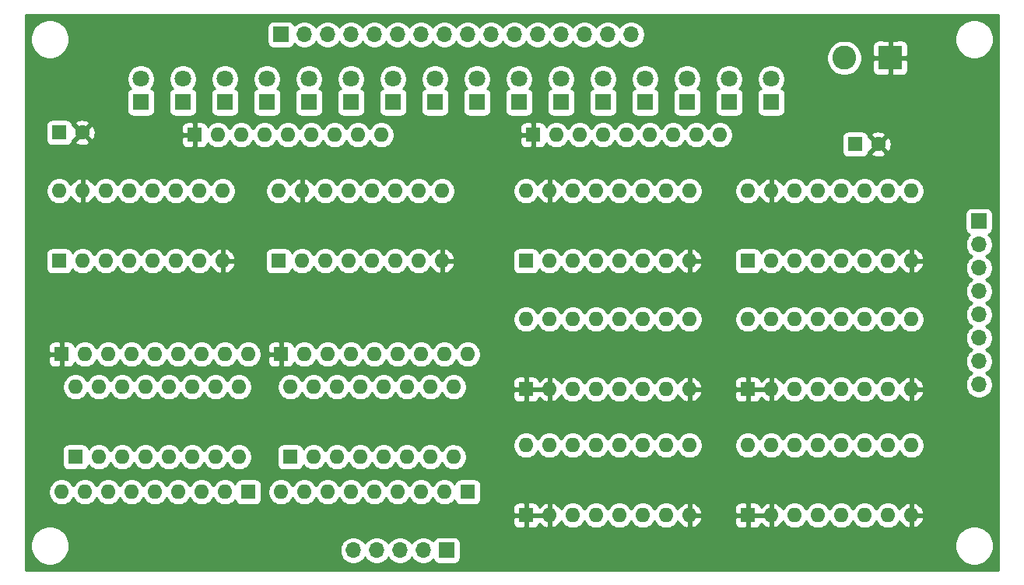
<source format=gbr>
%TF.GenerationSoftware,KiCad,Pcbnew,(5.1.9-0-10_14)*%
%TF.CreationDate,2021-05-18T01:23:57-04:00*%
%TF.ProjectId,RAM,52414d2e-6b69-4636-9164-5f7063625858,rev?*%
%TF.SameCoordinates,Original*%
%TF.FileFunction,Copper,L4,Bot*%
%TF.FilePolarity,Positive*%
%FSLAX46Y46*%
G04 Gerber Fmt 4.6, Leading zero omitted, Abs format (unit mm)*
G04 Created by KiCad (PCBNEW (5.1.9-0-10_14)) date 2021-05-18 01:23:57*
%MOMM*%
%LPD*%
G01*
G04 APERTURE LIST*
%TA.AperFunction,ComponentPad*%
%ADD10O,1.600000X1.600000*%
%TD*%
%TA.AperFunction,ComponentPad*%
%ADD11R,1.600000X1.600000*%
%TD*%
%TA.AperFunction,ComponentPad*%
%ADD12O,1.700000X1.700000*%
%TD*%
%TA.AperFunction,ComponentPad*%
%ADD13R,1.700000X1.700000*%
%TD*%
%TA.AperFunction,ComponentPad*%
%ADD14C,1.600000*%
%TD*%
%TA.AperFunction,ComponentPad*%
%ADD15C,2.600000*%
%TD*%
%TA.AperFunction,ComponentPad*%
%ADD16R,2.600000X2.600000*%
%TD*%
%TA.AperFunction,ComponentPad*%
%ADD17C,1.800000*%
%TD*%
%TA.AperFunction,ComponentPad*%
%ADD18R,1.800000X1.800000*%
%TD*%
%TA.AperFunction,Conductor*%
%ADD19C,0.254000*%
%TD*%
%TA.AperFunction,Conductor*%
%ADD20C,0.100000*%
%TD*%
G04 APERTURE END LIST*
D10*
%TO.P,U3,16*%
%TO.N,VCC*%
X90424000Y-91694000D03*
%TO.P,U3,8*%
%TO.N,GND*%
X108204000Y-99314000D03*
%TO.P,U3,15*%
%TO.N,/MAR_RESET*%
X92964000Y-91694000D03*
%TO.P,U3,7*%
%TO.N,/CLOCK*%
X105664000Y-99314000D03*
%TO.P,U3,14*%
%TO.N,Net-(J2-Pad8)*%
X95504000Y-91694000D03*
%TO.P,U3,6*%
%TO.N,/MAR_11*%
X103124000Y-99314000D03*
%TO.P,U3,13*%
%TO.N,Net-(J2-Pad7)*%
X98044000Y-91694000D03*
%TO.P,U3,5*%
%TO.N,/MAR_10*%
X100584000Y-99314000D03*
%TO.P,U3,12*%
%TO.N,Net-(J2-Pad6)*%
X100584000Y-91694000D03*
%TO.P,U3,4*%
%TO.N,/MAR_09*%
X98044000Y-99314000D03*
%TO.P,U3,11*%
%TO.N,Net-(J2-Pad5)*%
X103124000Y-91694000D03*
%TO.P,U3,3*%
%TO.N,/MAR_08*%
X95504000Y-99314000D03*
%TO.P,U3,10*%
%TO.N,/MAR2_IN*%
X105664000Y-91694000D03*
%TO.P,U3,2*%
%TO.N,GND*%
X92964000Y-99314000D03*
%TO.P,U3,9*%
%TO.N,/MAR2_IN*%
X108204000Y-91694000D03*
D11*
%TO.P,U3,1*%
%TO.N,GND*%
X90424000Y-99314000D03*
%TD*%
D12*
%TO.P,J4,5*%
%TO.N,/PROGRAM_MODE*%
X71628000Y-116840000D03*
%TO.P,J4,4*%
%TO.N,/MAR_RESET*%
X74168000Y-116840000D03*
%TO.P,J4,3*%
%TO.N,/CLOCK*%
X76708000Y-116840000D03*
%TO.P,J4,2*%
%TO.N,/MAR1_IN*%
X79248000Y-116840000D03*
D13*
%TO.P,J4,1*%
%TO.N,/MAR2_IN*%
X81788000Y-116840000D03*
%TD*%
D14*
%TO.P,C3,2*%
%TO.N,GND*%
X128738000Y-72644000D03*
D11*
%TO.P,C3,1*%
%TO.N,VCC*%
X126238000Y-72644000D03*
%TD*%
D14*
%TO.P,C2,2*%
%TO.N,GND*%
X42124000Y-71374000D03*
D11*
%TO.P,C2,1*%
%TO.N,VCC*%
X39624000Y-71374000D03*
%TD*%
D15*
%TO.P,J3,2*%
%TO.N,VCC*%
X125048000Y-63246000D03*
D16*
%TO.P,J3,1*%
%TO.N,GND*%
X130048000Y-63246000D03*
%TD*%
D10*
%TO.P,U8,16*%
%TO.N,VCC*%
X114554000Y-77724000D03*
%TO.P,U8,8*%
%TO.N,GND*%
X132334000Y-85344000D03*
%TO.P,U8,15*%
X117094000Y-77724000D03*
%TO.P,U8,7*%
%TO.N,/MEM_ADR_14*%
X129794000Y-85344000D03*
%TO.P,U8,14*%
%TO.N,/MAR_12*%
X119634000Y-77724000D03*
%TO.P,U8,6*%
%TO.N,/MANUAL_MEM_ADR_14*%
X127254000Y-85344000D03*
%TO.P,U8,13*%
%TO.N,/MANUAL_MEM_ADR_12*%
X122174000Y-77724000D03*
%TO.P,U8,5*%
%TO.N,/MAR_14*%
X124714000Y-85344000D03*
%TO.P,U8,12*%
%TO.N,/MEM_ADR_12*%
X124714000Y-77724000D03*
%TO.P,U8,4*%
%TO.N,/MEM_ADR_15*%
X122174000Y-85344000D03*
%TO.P,U8,11*%
%TO.N,/MAR_13*%
X127254000Y-77724000D03*
%TO.P,U8,3*%
%TO.N,/MANUAL_MEM_ADR_15*%
X119634000Y-85344000D03*
%TO.P,U8,10*%
%TO.N,/MANUAL_MEM_ADR_13*%
X129794000Y-77724000D03*
%TO.P,U8,2*%
%TO.N,/MAR_15*%
X117094000Y-85344000D03*
%TO.P,U8,9*%
%TO.N,/MEM_ADR_13*%
X132334000Y-77724000D03*
D11*
%TO.P,U8,1*%
%TO.N,/PROGRAM_MODE*%
X114554000Y-85344000D03*
%TD*%
D10*
%TO.P,U7,16*%
%TO.N,VCC*%
X114554000Y-105410000D03*
%TO.P,U7,8*%
%TO.N,GND*%
X132334000Y-113030000D03*
%TO.P,U7,15*%
%TO.N,/MAR_RESET*%
X117094000Y-105410000D03*
%TO.P,U7,7*%
%TO.N,/CLOCK*%
X129794000Y-113030000D03*
%TO.P,U7,14*%
%TO.N,Net-(J2-Pad8)*%
X119634000Y-105410000D03*
%TO.P,U7,6*%
%TO.N,/MAR_03*%
X127254000Y-113030000D03*
%TO.P,U7,13*%
%TO.N,Net-(J2-Pad7)*%
X122174000Y-105410000D03*
%TO.P,U7,5*%
%TO.N,/MAR_02*%
X124714000Y-113030000D03*
%TO.P,U7,12*%
%TO.N,Net-(J2-Pad6)*%
X124714000Y-105410000D03*
%TO.P,U7,4*%
%TO.N,/MAR_01*%
X122174000Y-113030000D03*
%TO.P,U7,11*%
%TO.N,Net-(J2-Pad5)*%
X127254000Y-105410000D03*
%TO.P,U7,3*%
%TO.N,/MAR_00*%
X119634000Y-113030000D03*
%TO.P,U7,10*%
%TO.N,/MAR1_IN*%
X129794000Y-105410000D03*
%TO.P,U7,2*%
%TO.N,GND*%
X117094000Y-113030000D03*
%TO.P,U7,9*%
%TO.N,/MAR1_IN*%
X132334000Y-105410000D03*
D11*
%TO.P,U7,1*%
%TO.N,GND*%
X114554000Y-113030000D03*
%TD*%
D10*
%TO.P,U6,16*%
%TO.N,VCC*%
X90424000Y-105410000D03*
%TO.P,U6,8*%
%TO.N,GND*%
X108204000Y-113030000D03*
%TO.P,U6,15*%
%TO.N,/MAR_RESET*%
X92964000Y-105410000D03*
%TO.P,U6,7*%
%TO.N,/CLOCK*%
X105664000Y-113030000D03*
%TO.P,U6,14*%
%TO.N,Net-(J2-Pad4)*%
X95504000Y-105410000D03*
%TO.P,U6,6*%
%TO.N,/MAR_07*%
X103124000Y-113030000D03*
%TO.P,U6,13*%
%TO.N,Net-(J2-Pad3)*%
X98044000Y-105410000D03*
%TO.P,U6,5*%
%TO.N,/MAR_06*%
X100584000Y-113030000D03*
%TO.P,U6,12*%
%TO.N,Net-(J2-Pad2)*%
X100584000Y-105410000D03*
%TO.P,U6,4*%
%TO.N,/MAR_05*%
X98044000Y-113030000D03*
%TO.P,U6,11*%
%TO.N,Net-(J2-Pad1)*%
X103124000Y-105410000D03*
%TO.P,U6,3*%
%TO.N,/MAR_04*%
X95504000Y-113030000D03*
%TO.P,U6,10*%
%TO.N,/MAR1_IN*%
X105664000Y-105410000D03*
%TO.P,U6,2*%
%TO.N,GND*%
X92964000Y-113030000D03*
%TO.P,U6,9*%
%TO.N,/MAR1_IN*%
X108204000Y-105410000D03*
D11*
%TO.P,U6,1*%
%TO.N,GND*%
X90424000Y-113030000D03*
%TD*%
D10*
%TO.P,U5,16*%
%TO.N,VCC*%
X90424000Y-77724000D03*
%TO.P,U5,8*%
%TO.N,GND*%
X108204000Y-85344000D03*
%TO.P,U5,15*%
X92964000Y-77724000D03*
%TO.P,U5,7*%
%TO.N,/MEM_ADR_10*%
X105664000Y-85344000D03*
%TO.P,U5,14*%
%TO.N,/MAR_08*%
X95504000Y-77724000D03*
%TO.P,U5,6*%
%TO.N,/MANUAL_MEM_ADR_10*%
X103124000Y-85344000D03*
%TO.P,U5,13*%
%TO.N,/MANUAL_MEM_ADR_08*%
X98044000Y-77724000D03*
%TO.P,U5,5*%
%TO.N,/MAR_10*%
X100584000Y-85344000D03*
%TO.P,U5,12*%
%TO.N,/MEM_ADR_08*%
X100584000Y-77724000D03*
%TO.P,U5,4*%
%TO.N,/MEM_ADR_11*%
X98044000Y-85344000D03*
%TO.P,U5,11*%
%TO.N,/MAR_09*%
X103124000Y-77724000D03*
%TO.P,U5,3*%
%TO.N,/MANUAL_MEM_ADR_11*%
X95504000Y-85344000D03*
%TO.P,U5,10*%
%TO.N,/MANUAL_MEM_ADR_09*%
X105664000Y-77724000D03*
%TO.P,U5,2*%
%TO.N,/MAR_11*%
X92964000Y-85344000D03*
%TO.P,U5,9*%
%TO.N,/MEM_ADR_09*%
X108204000Y-77724000D03*
D11*
%TO.P,U5,1*%
%TO.N,/PROGRAM_MODE*%
X90424000Y-85344000D03*
%TD*%
D10*
%TO.P,U4,16*%
%TO.N,VCC*%
X63500000Y-77724000D03*
%TO.P,U4,8*%
%TO.N,GND*%
X81280000Y-85344000D03*
%TO.P,U4,15*%
X66040000Y-77724000D03*
%TO.P,U4,7*%
%TO.N,/MEM_ADR_06*%
X78740000Y-85344000D03*
%TO.P,U4,14*%
%TO.N,/MAR_04*%
X68580000Y-77724000D03*
%TO.P,U4,6*%
%TO.N,/MANUAL_MEM_ADR_06*%
X76200000Y-85344000D03*
%TO.P,U4,13*%
%TO.N,/MANUAL_MEM_ADR_04*%
X71120000Y-77724000D03*
%TO.P,U4,5*%
%TO.N,/MAR_06*%
X73660000Y-85344000D03*
%TO.P,U4,12*%
%TO.N,/MEM_ADR_04*%
X73660000Y-77724000D03*
%TO.P,U4,4*%
%TO.N,/MEM_ADR_07*%
X71120000Y-85344000D03*
%TO.P,U4,11*%
%TO.N,/MAR_05*%
X76200000Y-77724000D03*
%TO.P,U4,3*%
%TO.N,/MANUAL_MEM_ADR_07*%
X68580000Y-85344000D03*
%TO.P,U4,10*%
%TO.N,/MANUAL_MEM_ADR_05*%
X78740000Y-77724000D03*
%TO.P,U4,2*%
%TO.N,/MAR_07*%
X66040000Y-85344000D03*
%TO.P,U4,9*%
%TO.N,/MEM_ADR_05*%
X81280000Y-77724000D03*
D11*
%TO.P,U4,1*%
%TO.N,/PROGRAM_MODE*%
X63500000Y-85344000D03*
%TD*%
D10*
%TO.P,U2,16*%
%TO.N,VCC*%
X114554000Y-91694000D03*
%TO.P,U2,8*%
%TO.N,GND*%
X132334000Y-99314000D03*
%TO.P,U2,15*%
%TO.N,/MAR_RESET*%
X117094000Y-91694000D03*
%TO.P,U2,7*%
%TO.N,/CLOCK*%
X129794000Y-99314000D03*
%TO.P,U2,14*%
%TO.N,Net-(J2-Pad4)*%
X119634000Y-91694000D03*
%TO.P,U2,6*%
%TO.N,/MAR_15*%
X127254000Y-99314000D03*
%TO.P,U2,13*%
%TO.N,Net-(J2-Pad3)*%
X122174000Y-91694000D03*
%TO.P,U2,5*%
%TO.N,/MAR_14*%
X124714000Y-99314000D03*
%TO.P,U2,12*%
%TO.N,Net-(J2-Pad2)*%
X124714000Y-91694000D03*
%TO.P,U2,4*%
%TO.N,/MAR_13*%
X122174000Y-99314000D03*
%TO.P,U2,11*%
%TO.N,Net-(J2-Pad1)*%
X127254000Y-91694000D03*
%TO.P,U2,3*%
%TO.N,/MAR_12*%
X119634000Y-99314000D03*
%TO.P,U2,10*%
%TO.N,/MAR2_IN*%
X129794000Y-91694000D03*
%TO.P,U2,2*%
%TO.N,GND*%
X117094000Y-99314000D03*
%TO.P,U2,9*%
%TO.N,/MAR2_IN*%
X132334000Y-91694000D03*
D11*
%TO.P,U2,1*%
%TO.N,GND*%
X114554000Y-99314000D03*
%TD*%
D10*
%TO.P,U1,16*%
%TO.N,VCC*%
X39624000Y-77724000D03*
%TO.P,U1,8*%
%TO.N,GND*%
X57404000Y-85344000D03*
%TO.P,U1,15*%
X42164000Y-77724000D03*
%TO.P,U1,7*%
%TO.N,/MEM_ADR_02*%
X54864000Y-85344000D03*
%TO.P,U1,14*%
%TO.N,/MAR_00*%
X44704000Y-77724000D03*
%TO.P,U1,6*%
%TO.N,/MANUAL_MEM_ADR_02*%
X52324000Y-85344000D03*
%TO.P,U1,13*%
%TO.N,/MANUAL_MEM_ADR_00*%
X47244000Y-77724000D03*
%TO.P,U1,5*%
%TO.N,/MAR_02*%
X49784000Y-85344000D03*
%TO.P,U1,12*%
%TO.N,/MEM_ADR_00*%
X49784000Y-77724000D03*
%TO.P,U1,4*%
%TO.N,/MEM_ADR_03*%
X47244000Y-85344000D03*
%TO.P,U1,11*%
%TO.N,/MAR_01*%
X52324000Y-77724000D03*
%TO.P,U1,3*%
%TO.N,/MANUAL_MEM_ADR_03*%
X44704000Y-85344000D03*
%TO.P,U1,10*%
%TO.N,/MANUAL_MEM_ADR_01*%
X54864000Y-77724000D03*
%TO.P,U1,2*%
%TO.N,/MAR_03*%
X42164000Y-85344000D03*
%TO.P,U1,9*%
%TO.N,/MEM_ADR_01*%
X57404000Y-77724000D03*
D11*
%TO.P,U1,1*%
%TO.N,/PROGRAM_MODE*%
X39624000Y-85344000D03*
%TD*%
D10*
%TO.P,SW2,16*%
%TO.N,/MANUAL_MEM_ADR_00*%
X41402000Y-99060000D03*
%TO.P,SW2,8*%
%TO.N,Net-(RN7-Pad2)*%
X59182000Y-106680000D03*
%TO.P,SW2,15*%
%TO.N,/MANUAL_MEM_ADR_01*%
X43942000Y-99060000D03*
%TO.P,SW2,7*%
%TO.N,Net-(RN7-Pad3)*%
X56642000Y-106680000D03*
%TO.P,SW2,14*%
%TO.N,/MANUAL_MEM_ADR_02*%
X46482000Y-99060000D03*
%TO.P,SW2,6*%
%TO.N,Net-(RN7-Pad4)*%
X54102000Y-106680000D03*
%TO.P,SW2,13*%
%TO.N,/MANUAL_MEM_ADR_03*%
X49022000Y-99060000D03*
%TO.P,SW2,5*%
%TO.N,Net-(RN7-Pad5)*%
X51562000Y-106680000D03*
%TO.P,SW2,12*%
%TO.N,/MANUAL_MEM_ADR_04*%
X51562000Y-99060000D03*
%TO.P,SW2,4*%
%TO.N,Net-(RN7-Pad6)*%
X49022000Y-106680000D03*
%TO.P,SW2,11*%
%TO.N,/MANUAL_MEM_ADR_05*%
X54102000Y-99060000D03*
%TO.P,SW2,3*%
%TO.N,Net-(RN7-Pad7)*%
X46482000Y-106680000D03*
%TO.P,SW2,10*%
%TO.N,/MANUAL_MEM_ADR_06*%
X56642000Y-99060000D03*
%TO.P,SW2,2*%
%TO.N,Net-(RN7-Pad8)*%
X43942000Y-106680000D03*
%TO.P,SW2,9*%
%TO.N,/MANUAL_MEM_ADR_07*%
X59182000Y-99060000D03*
D11*
%TO.P,SW2,1*%
%TO.N,Net-(RN7-Pad9)*%
X41402000Y-106680000D03*
%TD*%
D10*
%TO.P,SW1,16*%
%TO.N,/MANUAL_MEM_ADR_08*%
X64770000Y-99060000D03*
%TO.P,SW1,8*%
%TO.N,Net-(RN5-Pad2)*%
X82550000Y-106680000D03*
%TO.P,SW1,15*%
%TO.N,/MANUAL_MEM_ADR_09*%
X67310000Y-99060000D03*
%TO.P,SW1,7*%
%TO.N,Net-(RN5-Pad3)*%
X80010000Y-106680000D03*
%TO.P,SW1,14*%
%TO.N,/MANUAL_MEM_ADR_10*%
X69850000Y-99060000D03*
%TO.P,SW1,6*%
%TO.N,Net-(RN5-Pad4)*%
X77470000Y-106680000D03*
%TO.P,SW1,13*%
%TO.N,/MANUAL_MEM_ADR_11*%
X72390000Y-99060000D03*
%TO.P,SW1,5*%
%TO.N,Net-(RN5-Pad5)*%
X74930000Y-106680000D03*
%TO.P,SW1,12*%
%TO.N,/MANUAL_MEM_ADR_12*%
X74930000Y-99060000D03*
%TO.P,SW1,4*%
%TO.N,Net-(RN5-Pad6)*%
X72390000Y-106680000D03*
%TO.P,SW1,11*%
%TO.N,/MANUAL_MEM_ADR_13*%
X77470000Y-99060000D03*
%TO.P,SW1,3*%
%TO.N,Net-(RN5-Pad7)*%
X69850000Y-106680000D03*
%TO.P,SW1,10*%
%TO.N,/MANUAL_MEM_ADR_14*%
X80010000Y-99060000D03*
%TO.P,SW1,2*%
%TO.N,Net-(RN5-Pad8)*%
X67310000Y-106680000D03*
%TO.P,SW1,9*%
%TO.N,/MANUAL_MEM_ADR_15*%
X82550000Y-99060000D03*
D11*
%TO.P,SW1,1*%
%TO.N,Net-(RN5-Pad9)*%
X64770000Y-106680000D03*
%TD*%
D10*
%TO.P,RN7,9*%
%TO.N,Net-(RN7-Pad9)*%
X39878000Y-110490000D03*
%TO.P,RN7,8*%
%TO.N,Net-(RN7-Pad8)*%
X42418000Y-110490000D03*
%TO.P,RN7,7*%
%TO.N,Net-(RN7-Pad7)*%
X44958000Y-110490000D03*
%TO.P,RN7,6*%
%TO.N,Net-(RN7-Pad6)*%
X47498000Y-110490000D03*
%TO.P,RN7,5*%
%TO.N,Net-(RN7-Pad5)*%
X50038000Y-110490000D03*
%TO.P,RN7,4*%
%TO.N,Net-(RN7-Pad4)*%
X52578000Y-110490000D03*
%TO.P,RN7,3*%
%TO.N,Net-(RN7-Pad3)*%
X55118000Y-110490000D03*
%TO.P,RN7,2*%
%TO.N,Net-(RN7-Pad2)*%
X57658000Y-110490000D03*
D11*
%TO.P,RN7,1*%
%TO.N,VCC*%
X60198000Y-110490000D03*
%TD*%
D10*
%TO.P,RN6,9*%
%TO.N,/MANUAL_MEM_ADR_07*%
X60198000Y-95504000D03*
%TO.P,RN6,8*%
%TO.N,/MANUAL_MEM_ADR_06*%
X57658000Y-95504000D03*
%TO.P,RN6,7*%
%TO.N,/MANUAL_MEM_ADR_05*%
X55118000Y-95504000D03*
%TO.P,RN6,6*%
%TO.N,/MANUAL_MEM_ADR_04*%
X52578000Y-95504000D03*
%TO.P,RN6,5*%
%TO.N,/MANUAL_MEM_ADR_03*%
X50038000Y-95504000D03*
%TO.P,RN6,4*%
%TO.N,/MANUAL_MEM_ADR_02*%
X47498000Y-95504000D03*
%TO.P,RN6,3*%
%TO.N,/MANUAL_MEM_ADR_01*%
X44958000Y-95504000D03*
%TO.P,RN6,2*%
%TO.N,/MANUAL_MEM_ADR_00*%
X42418000Y-95504000D03*
D11*
%TO.P,RN6,1*%
%TO.N,GND*%
X39878000Y-95504000D03*
%TD*%
D10*
%TO.P,RN5,9*%
%TO.N,Net-(RN5-Pad9)*%
X63754000Y-110490000D03*
%TO.P,RN5,8*%
%TO.N,Net-(RN5-Pad8)*%
X66294000Y-110490000D03*
%TO.P,RN5,7*%
%TO.N,Net-(RN5-Pad7)*%
X68834000Y-110490000D03*
%TO.P,RN5,6*%
%TO.N,Net-(RN5-Pad6)*%
X71374000Y-110490000D03*
%TO.P,RN5,5*%
%TO.N,Net-(RN5-Pad5)*%
X73914000Y-110490000D03*
%TO.P,RN5,4*%
%TO.N,Net-(RN5-Pad4)*%
X76454000Y-110490000D03*
%TO.P,RN5,3*%
%TO.N,Net-(RN5-Pad3)*%
X78994000Y-110490000D03*
%TO.P,RN5,2*%
%TO.N,Net-(RN5-Pad2)*%
X81534000Y-110490000D03*
D11*
%TO.P,RN5,1*%
%TO.N,VCC*%
X84074000Y-110490000D03*
%TD*%
D10*
%TO.P,RN4,9*%
%TO.N,/MANUAL_MEM_ADR_15*%
X84074000Y-95504000D03*
%TO.P,RN4,8*%
%TO.N,/MANUAL_MEM_ADR_14*%
X81534000Y-95504000D03*
%TO.P,RN4,7*%
%TO.N,/MANUAL_MEM_ADR_13*%
X78994000Y-95504000D03*
%TO.P,RN4,6*%
%TO.N,/MANUAL_MEM_ADR_12*%
X76454000Y-95504000D03*
%TO.P,RN4,5*%
%TO.N,/MANUAL_MEM_ADR_11*%
X73914000Y-95504000D03*
%TO.P,RN4,4*%
%TO.N,/MANUAL_MEM_ADR_10*%
X71374000Y-95504000D03*
%TO.P,RN4,3*%
%TO.N,/MANUAL_MEM_ADR_09*%
X68834000Y-95504000D03*
%TO.P,RN4,2*%
%TO.N,/MANUAL_MEM_ADR_08*%
X66294000Y-95504000D03*
D11*
%TO.P,RN4,1*%
%TO.N,GND*%
X63754000Y-95504000D03*
%TD*%
D10*
%TO.P,RN2,9*%
%TO.N,Net-(D9-Pad1)*%
X74676000Y-71628000D03*
%TO.P,RN2,8*%
%TO.N,Net-(D10-Pad1)*%
X72136000Y-71628000D03*
%TO.P,RN2,7*%
%TO.N,Net-(D11-Pad1)*%
X69596000Y-71628000D03*
%TO.P,RN2,6*%
%TO.N,Net-(D12-Pad1)*%
X67056000Y-71628000D03*
%TO.P,RN2,5*%
%TO.N,Net-(D13-Pad1)*%
X64516000Y-71628000D03*
%TO.P,RN2,4*%
%TO.N,Net-(D14-Pad1)*%
X61976000Y-71628000D03*
%TO.P,RN2,3*%
%TO.N,Net-(D15-Pad1)*%
X59436000Y-71628000D03*
%TO.P,RN2,2*%
%TO.N,Net-(D16-Pad1)*%
X56896000Y-71628000D03*
D11*
%TO.P,RN2,1*%
%TO.N,GND*%
X54356000Y-71628000D03*
%TD*%
D10*
%TO.P,RN1,9*%
%TO.N,Net-(D1-Pad1)*%
X111506000Y-71628000D03*
%TO.P,RN1,8*%
%TO.N,Net-(D2-Pad1)*%
X108966000Y-71628000D03*
%TO.P,RN1,7*%
%TO.N,Net-(D3-Pad1)*%
X106426000Y-71628000D03*
%TO.P,RN1,6*%
%TO.N,Net-(D4-Pad1)*%
X103886000Y-71628000D03*
%TO.P,RN1,5*%
%TO.N,Net-(D5-Pad1)*%
X101346000Y-71628000D03*
%TO.P,RN1,4*%
%TO.N,Net-(D6-Pad1)*%
X98806000Y-71628000D03*
%TO.P,RN1,3*%
%TO.N,Net-(D7-Pad1)*%
X96266000Y-71628000D03*
%TO.P,RN1,2*%
%TO.N,Net-(D8-Pad1)*%
X93726000Y-71628000D03*
D11*
%TO.P,RN1,1*%
%TO.N,GND*%
X91186000Y-71628000D03*
%TD*%
D12*
%TO.P,J2,8*%
%TO.N,Net-(J2-Pad8)*%
X139700000Y-98806000D03*
%TO.P,J2,7*%
%TO.N,Net-(J2-Pad7)*%
X139700000Y-96266000D03*
%TO.P,J2,6*%
%TO.N,Net-(J2-Pad6)*%
X139700000Y-93726000D03*
%TO.P,J2,5*%
%TO.N,Net-(J2-Pad5)*%
X139700000Y-91186000D03*
%TO.P,J2,4*%
%TO.N,Net-(J2-Pad4)*%
X139700000Y-88646000D03*
%TO.P,J2,3*%
%TO.N,Net-(J2-Pad3)*%
X139700000Y-86106000D03*
%TO.P,J2,2*%
%TO.N,Net-(J2-Pad2)*%
X139700000Y-83566000D03*
D13*
%TO.P,J2,1*%
%TO.N,Net-(J2-Pad1)*%
X139700000Y-81026000D03*
%TD*%
D12*
%TO.P,J1,16*%
%TO.N,/MEM_ADR_15*%
X101854000Y-60706000D03*
%TO.P,J1,15*%
%TO.N,/MEM_ADR_14*%
X99314000Y-60706000D03*
%TO.P,J1,14*%
%TO.N,/MEM_ADR_13*%
X96774000Y-60706000D03*
%TO.P,J1,13*%
%TO.N,/MEM_ADR_12*%
X94234000Y-60706000D03*
%TO.P,J1,12*%
%TO.N,/MEM_ADR_11*%
X91694000Y-60706000D03*
%TO.P,J1,11*%
%TO.N,/MEM_ADR_10*%
X89154000Y-60706000D03*
%TO.P,J1,10*%
%TO.N,/MEM_ADR_09*%
X86614000Y-60706000D03*
%TO.P,J1,9*%
%TO.N,/MEM_ADR_08*%
X84074000Y-60706000D03*
%TO.P,J1,8*%
%TO.N,/MEM_ADR_07*%
X81534000Y-60706000D03*
%TO.P,J1,7*%
%TO.N,/MEM_ADR_06*%
X78994000Y-60706000D03*
%TO.P,J1,6*%
%TO.N,/MEM_ADR_05*%
X76454000Y-60706000D03*
%TO.P,J1,5*%
%TO.N,/MEM_ADR_04*%
X73914000Y-60706000D03*
%TO.P,J1,4*%
%TO.N,/MEM_ADR_03*%
X71374000Y-60706000D03*
%TO.P,J1,3*%
%TO.N,/MEM_ADR_02*%
X68834000Y-60706000D03*
%TO.P,J1,2*%
%TO.N,/MEM_ADR_01*%
X66294000Y-60706000D03*
D13*
%TO.P,J1,1*%
%TO.N,/MEM_ADR_00*%
X63754000Y-60706000D03*
%TD*%
D17*
%TO.P,D16,2*%
%TO.N,/MEM_ADR_00*%
X48514000Y-65532000D03*
D18*
%TO.P,D16,1*%
%TO.N,Net-(D16-Pad1)*%
X48514000Y-68072000D03*
%TD*%
D17*
%TO.P,D15,2*%
%TO.N,/MEM_ADR_01*%
X53086000Y-65532000D03*
D18*
%TO.P,D15,1*%
%TO.N,Net-(D15-Pad1)*%
X53086000Y-68072000D03*
%TD*%
D17*
%TO.P,D14,2*%
%TO.N,/MEM_ADR_02*%
X57658000Y-65532000D03*
D18*
%TO.P,D14,1*%
%TO.N,Net-(D14-Pad1)*%
X57658000Y-68072000D03*
%TD*%
D17*
%TO.P,D13,2*%
%TO.N,/MEM_ADR_03*%
X62230000Y-65532000D03*
D18*
%TO.P,D13,1*%
%TO.N,Net-(D13-Pad1)*%
X62230000Y-68072000D03*
%TD*%
D17*
%TO.P,D12,2*%
%TO.N,/MEM_ADR_04*%
X66802000Y-65532000D03*
D18*
%TO.P,D12,1*%
%TO.N,Net-(D12-Pad1)*%
X66802000Y-68072000D03*
%TD*%
D17*
%TO.P,D11,2*%
%TO.N,/MEM_ADR_05*%
X71374000Y-65532000D03*
D18*
%TO.P,D11,1*%
%TO.N,Net-(D11-Pad1)*%
X71374000Y-68072000D03*
%TD*%
D17*
%TO.P,D10,2*%
%TO.N,/MEM_ADR_06*%
X75946000Y-65532000D03*
D18*
%TO.P,D10,1*%
%TO.N,Net-(D10-Pad1)*%
X75946000Y-68072000D03*
%TD*%
D17*
%TO.P,D9,2*%
%TO.N,/MEM_ADR_07*%
X80518000Y-65532000D03*
D18*
%TO.P,D9,1*%
%TO.N,Net-(D9-Pad1)*%
X80518000Y-68072000D03*
%TD*%
D17*
%TO.P,D8,2*%
%TO.N,/MEM_ADR_08*%
X85090000Y-65532000D03*
D18*
%TO.P,D8,1*%
%TO.N,Net-(D8-Pad1)*%
X85090000Y-68072000D03*
%TD*%
D17*
%TO.P,D7,2*%
%TO.N,/MEM_ADR_09*%
X89662000Y-65532000D03*
D18*
%TO.P,D7,1*%
%TO.N,Net-(D7-Pad1)*%
X89662000Y-68072000D03*
%TD*%
D17*
%TO.P,D6,2*%
%TO.N,/MEM_ADR_10*%
X94234000Y-65532000D03*
D18*
%TO.P,D6,1*%
%TO.N,Net-(D6-Pad1)*%
X94234000Y-68072000D03*
%TD*%
D17*
%TO.P,D5,2*%
%TO.N,/MEM_ADR_11*%
X98806000Y-65532000D03*
D18*
%TO.P,D5,1*%
%TO.N,Net-(D5-Pad1)*%
X98806000Y-68072000D03*
%TD*%
D17*
%TO.P,D4,2*%
%TO.N,/MEM_ADR_12*%
X103378000Y-65532000D03*
D18*
%TO.P,D4,1*%
%TO.N,Net-(D4-Pad1)*%
X103378000Y-68072000D03*
%TD*%
D17*
%TO.P,D3,2*%
%TO.N,/MEM_ADR_13*%
X107950000Y-65532000D03*
D18*
%TO.P,D3,1*%
%TO.N,Net-(D3-Pad1)*%
X107950000Y-68072000D03*
%TD*%
D17*
%TO.P,D2,2*%
%TO.N,/MEM_ADR_14*%
X112522000Y-65532000D03*
D18*
%TO.P,D2,1*%
%TO.N,Net-(D2-Pad1)*%
X112522000Y-68072000D03*
%TD*%
D17*
%TO.P,D1,2*%
%TO.N,/MEM_ADR_15*%
X117094000Y-65532000D03*
D18*
%TO.P,D1,1*%
%TO.N,Net-(D1-Pad1)*%
X117094000Y-68072000D03*
%TD*%
D19*
%TO.N,GND*%
X141834001Y-118974000D02*
X35966000Y-118974000D01*
X35966000Y-116121721D01*
X36473000Y-116121721D01*
X36473000Y-116542279D01*
X36555047Y-116954756D01*
X36715988Y-117343302D01*
X36949637Y-117692983D01*
X37247017Y-117990363D01*
X37596698Y-118224012D01*
X37985244Y-118384953D01*
X38397721Y-118467000D01*
X38818279Y-118467000D01*
X39230756Y-118384953D01*
X39619302Y-118224012D01*
X39968983Y-117990363D01*
X40266363Y-117692983D01*
X40500012Y-117343302D01*
X40660953Y-116954756D01*
X40712872Y-116693740D01*
X70143000Y-116693740D01*
X70143000Y-116986260D01*
X70200068Y-117273158D01*
X70312010Y-117543411D01*
X70474525Y-117786632D01*
X70681368Y-117993475D01*
X70924589Y-118155990D01*
X71194842Y-118267932D01*
X71481740Y-118325000D01*
X71774260Y-118325000D01*
X72061158Y-118267932D01*
X72331411Y-118155990D01*
X72574632Y-117993475D01*
X72781475Y-117786632D01*
X72898000Y-117612240D01*
X73014525Y-117786632D01*
X73221368Y-117993475D01*
X73464589Y-118155990D01*
X73734842Y-118267932D01*
X74021740Y-118325000D01*
X74314260Y-118325000D01*
X74601158Y-118267932D01*
X74871411Y-118155990D01*
X75114632Y-117993475D01*
X75321475Y-117786632D01*
X75438000Y-117612240D01*
X75554525Y-117786632D01*
X75761368Y-117993475D01*
X76004589Y-118155990D01*
X76274842Y-118267932D01*
X76561740Y-118325000D01*
X76854260Y-118325000D01*
X77141158Y-118267932D01*
X77411411Y-118155990D01*
X77654632Y-117993475D01*
X77861475Y-117786632D01*
X77978000Y-117612240D01*
X78094525Y-117786632D01*
X78301368Y-117993475D01*
X78544589Y-118155990D01*
X78814842Y-118267932D01*
X79101740Y-118325000D01*
X79394260Y-118325000D01*
X79681158Y-118267932D01*
X79951411Y-118155990D01*
X80194632Y-117993475D01*
X80326487Y-117861620D01*
X80348498Y-117934180D01*
X80407463Y-118044494D01*
X80486815Y-118141185D01*
X80583506Y-118220537D01*
X80693820Y-118279502D01*
X80813518Y-118315812D01*
X80938000Y-118328072D01*
X82638000Y-118328072D01*
X82762482Y-118315812D01*
X82882180Y-118279502D01*
X82992494Y-118220537D01*
X83089185Y-118141185D01*
X83168537Y-118044494D01*
X83227502Y-117934180D01*
X83263812Y-117814482D01*
X83276072Y-117690000D01*
X83276072Y-116121721D01*
X137057000Y-116121721D01*
X137057000Y-116542279D01*
X137139047Y-116954756D01*
X137299988Y-117343302D01*
X137533637Y-117692983D01*
X137831017Y-117990363D01*
X138180698Y-118224012D01*
X138569244Y-118384953D01*
X138981721Y-118467000D01*
X139402279Y-118467000D01*
X139814756Y-118384953D01*
X140203302Y-118224012D01*
X140552983Y-117990363D01*
X140850363Y-117692983D01*
X141084012Y-117343302D01*
X141244953Y-116954756D01*
X141327000Y-116542279D01*
X141327000Y-116121721D01*
X141244953Y-115709244D01*
X141084012Y-115320698D01*
X140850363Y-114971017D01*
X140552983Y-114673637D01*
X140203302Y-114439988D01*
X139814756Y-114279047D01*
X139402279Y-114197000D01*
X138981721Y-114197000D01*
X138569244Y-114279047D01*
X138180698Y-114439988D01*
X137831017Y-114673637D01*
X137533637Y-114971017D01*
X137299988Y-115320698D01*
X137139047Y-115709244D01*
X137057000Y-116121721D01*
X83276072Y-116121721D01*
X83276072Y-115990000D01*
X83263812Y-115865518D01*
X83227502Y-115745820D01*
X83168537Y-115635506D01*
X83089185Y-115538815D01*
X82992494Y-115459463D01*
X82882180Y-115400498D01*
X82762482Y-115364188D01*
X82638000Y-115351928D01*
X80938000Y-115351928D01*
X80813518Y-115364188D01*
X80693820Y-115400498D01*
X80583506Y-115459463D01*
X80486815Y-115538815D01*
X80407463Y-115635506D01*
X80348498Y-115745820D01*
X80326487Y-115818380D01*
X80194632Y-115686525D01*
X79951411Y-115524010D01*
X79681158Y-115412068D01*
X79394260Y-115355000D01*
X79101740Y-115355000D01*
X78814842Y-115412068D01*
X78544589Y-115524010D01*
X78301368Y-115686525D01*
X78094525Y-115893368D01*
X77978000Y-116067760D01*
X77861475Y-115893368D01*
X77654632Y-115686525D01*
X77411411Y-115524010D01*
X77141158Y-115412068D01*
X76854260Y-115355000D01*
X76561740Y-115355000D01*
X76274842Y-115412068D01*
X76004589Y-115524010D01*
X75761368Y-115686525D01*
X75554525Y-115893368D01*
X75438000Y-116067760D01*
X75321475Y-115893368D01*
X75114632Y-115686525D01*
X74871411Y-115524010D01*
X74601158Y-115412068D01*
X74314260Y-115355000D01*
X74021740Y-115355000D01*
X73734842Y-115412068D01*
X73464589Y-115524010D01*
X73221368Y-115686525D01*
X73014525Y-115893368D01*
X72898000Y-116067760D01*
X72781475Y-115893368D01*
X72574632Y-115686525D01*
X72331411Y-115524010D01*
X72061158Y-115412068D01*
X71774260Y-115355000D01*
X71481740Y-115355000D01*
X71194842Y-115412068D01*
X70924589Y-115524010D01*
X70681368Y-115686525D01*
X70474525Y-115893368D01*
X70312010Y-116136589D01*
X70200068Y-116406842D01*
X70143000Y-116693740D01*
X40712872Y-116693740D01*
X40743000Y-116542279D01*
X40743000Y-116121721D01*
X40660953Y-115709244D01*
X40500012Y-115320698D01*
X40266363Y-114971017D01*
X39968983Y-114673637D01*
X39619302Y-114439988D01*
X39230756Y-114279047D01*
X38818279Y-114197000D01*
X38397721Y-114197000D01*
X37985244Y-114279047D01*
X37596698Y-114439988D01*
X37247017Y-114673637D01*
X36949637Y-114971017D01*
X36715988Y-115320698D01*
X36555047Y-115709244D01*
X36473000Y-116121721D01*
X35966000Y-116121721D01*
X35966000Y-113830000D01*
X88985928Y-113830000D01*
X88998188Y-113954482D01*
X89034498Y-114074180D01*
X89093463Y-114184494D01*
X89172815Y-114281185D01*
X89269506Y-114360537D01*
X89379820Y-114419502D01*
X89499518Y-114455812D01*
X89624000Y-114468072D01*
X90138250Y-114465000D01*
X90297000Y-114306250D01*
X90297000Y-113157000D01*
X90551000Y-113157000D01*
X90551000Y-114306250D01*
X90709750Y-114465000D01*
X91224000Y-114468072D01*
X91348482Y-114455812D01*
X91468180Y-114419502D01*
X91578494Y-114360537D01*
X91675185Y-114281185D01*
X91754537Y-114184494D01*
X91813502Y-114074180D01*
X91849812Y-113954482D01*
X91852231Y-113929920D01*
X92000586Y-114093519D01*
X92226580Y-114261037D01*
X92480913Y-114381246D01*
X92614961Y-114421904D01*
X92837000Y-114299915D01*
X92837000Y-113157000D01*
X90551000Y-113157000D01*
X90297000Y-113157000D01*
X89147750Y-113157000D01*
X88989000Y-113315750D01*
X88985928Y-113830000D01*
X35966000Y-113830000D01*
X35966000Y-112230000D01*
X88985928Y-112230000D01*
X88989000Y-112744250D01*
X89147750Y-112903000D01*
X90297000Y-112903000D01*
X90297000Y-111753750D01*
X90551000Y-111753750D01*
X90551000Y-112903000D01*
X92837000Y-112903000D01*
X92837000Y-111760085D01*
X93091000Y-111760085D01*
X93091000Y-112903000D01*
X93111000Y-112903000D01*
X93111000Y-113157000D01*
X93091000Y-113157000D01*
X93091000Y-114299915D01*
X93313039Y-114421904D01*
X93447087Y-114381246D01*
X93701420Y-114261037D01*
X93927414Y-114093519D01*
X94116385Y-113885131D01*
X94227933Y-113699135D01*
X94232320Y-113709727D01*
X94389363Y-113944759D01*
X94589241Y-114144637D01*
X94824273Y-114301680D01*
X95085426Y-114409853D01*
X95362665Y-114465000D01*
X95645335Y-114465000D01*
X95922574Y-114409853D01*
X96183727Y-114301680D01*
X96418759Y-114144637D01*
X96618637Y-113944759D01*
X96774000Y-113712241D01*
X96929363Y-113944759D01*
X97129241Y-114144637D01*
X97364273Y-114301680D01*
X97625426Y-114409853D01*
X97902665Y-114465000D01*
X98185335Y-114465000D01*
X98462574Y-114409853D01*
X98723727Y-114301680D01*
X98958759Y-114144637D01*
X99158637Y-113944759D01*
X99314000Y-113712241D01*
X99469363Y-113944759D01*
X99669241Y-114144637D01*
X99904273Y-114301680D01*
X100165426Y-114409853D01*
X100442665Y-114465000D01*
X100725335Y-114465000D01*
X101002574Y-114409853D01*
X101263727Y-114301680D01*
X101498759Y-114144637D01*
X101698637Y-113944759D01*
X101854000Y-113712241D01*
X102009363Y-113944759D01*
X102209241Y-114144637D01*
X102444273Y-114301680D01*
X102705426Y-114409853D01*
X102982665Y-114465000D01*
X103265335Y-114465000D01*
X103542574Y-114409853D01*
X103803727Y-114301680D01*
X104038759Y-114144637D01*
X104238637Y-113944759D01*
X104394000Y-113712241D01*
X104549363Y-113944759D01*
X104749241Y-114144637D01*
X104984273Y-114301680D01*
X105245426Y-114409853D01*
X105522665Y-114465000D01*
X105805335Y-114465000D01*
X106082574Y-114409853D01*
X106343727Y-114301680D01*
X106578759Y-114144637D01*
X106778637Y-113944759D01*
X106935680Y-113709727D01*
X106940067Y-113699135D01*
X107051615Y-113885131D01*
X107240586Y-114093519D01*
X107466580Y-114261037D01*
X107720913Y-114381246D01*
X107854961Y-114421904D01*
X108077000Y-114299915D01*
X108077000Y-113157000D01*
X108331000Y-113157000D01*
X108331000Y-114299915D01*
X108553039Y-114421904D01*
X108687087Y-114381246D01*
X108941420Y-114261037D01*
X109167414Y-114093519D01*
X109356385Y-113885131D01*
X109389448Y-113830000D01*
X113115928Y-113830000D01*
X113128188Y-113954482D01*
X113164498Y-114074180D01*
X113223463Y-114184494D01*
X113302815Y-114281185D01*
X113399506Y-114360537D01*
X113509820Y-114419502D01*
X113629518Y-114455812D01*
X113754000Y-114468072D01*
X114268250Y-114465000D01*
X114427000Y-114306250D01*
X114427000Y-113157000D01*
X114681000Y-113157000D01*
X114681000Y-114306250D01*
X114839750Y-114465000D01*
X115354000Y-114468072D01*
X115478482Y-114455812D01*
X115598180Y-114419502D01*
X115708494Y-114360537D01*
X115805185Y-114281185D01*
X115884537Y-114184494D01*
X115943502Y-114074180D01*
X115979812Y-113954482D01*
X115982231Y-113929920D01*
X116130586Y-114093519D01*
X116356580Y-114261037D01*
X116610913Y-114381246D01*
X116744961Y-114421904D01*
X116967000Y-114299915D01*
X116967000Y-113157000D01*
X114681000Y-113157000D01*
X114427000Y-113157000D01*
X113277750Y-113157000D01*
X113119000Y-113315750D01*
X113115928Y-113830000D01*
X109389448Y-113830000D01*
X109501070Y-113643881D01*
X109595909Y-113379040D01*
X109474624Y-113157000D01*
X108331000Y-113157000D01*
X108077000Y-113157000D01*
X108057000Y-113157000D01*
X108057000Y-112903000D01*
X108077000Y-112903000D01*
X108077000Y-111760085D01*
X108331000Y-111760085D01*
X108331000Y-112903000D01*
X109474624Y-112903000D01*
X109595909Y-112680960D01*
X109501070Y-112416119D01*
X109389449Y-112230000D01*
X113115928Y-112230000D01*
X113119000Y-112744250D01*
X113277750Y-112903000D01*
X114427000Y-112903000D01*
X114427000Y-111753750D01*
X114681000Y-111753750D01*
X114681000Y-112903000D01*
X116967000Y-112903000D01*
X116967000Y-111760085D01*
X117221000Y-111760085D01*
X117221000Y-112903000D01*
X117241000Y-112903000D01*
X117241000Y-113157000D01*
X117221000Y-113157000D01*
X117221000Y-114299915D01*
X117443039Y-114421904D01*
X117577087Y-114381246D01*
X117831420Y-114261037D01*
X118057414Y-114093519D01*
X118246385Y-113885131D01*
X118357933Y-113699135D01*
X118362320Y-113709727D01*
X118519363Y-113944759D01*
X118719241Y-114144637D01*
X118954273Y-114301680D01*
X119215426Y-114409853D01*
X119492665Y-114465000D01*
X119775335Y-114465000D01*
X120052574Y-114409853D01*
X120313727Y-114301680D01*
X120548759Y-114144637D01*
X120748637Y-113944759D01*
X120904000Y-113712241D01*
X121059363Y-113944759D01*
X121259241Y-114144637D01*
X121494273Y-114301680D01*
X121755426Y-114409853D01*
X122032665Y-114465000D01*
X122315335Y-114465000D01*
X122592574Y-114409853D01*
X122853727Y-114301680D01*
X123088759Y-114144637D01*
X123288637Y-113944759D01*
X123444000Y-113712241D01*
X123599363Y-113944759D01*
X123799241Y-114144637D01*
X124034273Y-114301680D01*
X124295426Y-114409853D01*
X124572665Y-114465000D01*
X124855335Y-114465000D01*
X125132574Y-114409853D01*
X125393727Y-114301680D01*
X125628759Y-114144637D01*
X125828637Y-113944759D01*
X125984000Y-113712241D01*
X126139363Y-113944759D01*
X126339241Y-114144637D01*
X126574273Y-114301680D01*
X126835426Y-114409853D01*
X127112665Y-114465000D01*
X127395335Y-114465000D01*
X127672574Y-114409853D01*
X127933727Y-114301680D01*
X128168759Y-114144637D01*
X128368637Y-113944759D01*
X128524000Y-113712241D01*
X128679363Y-113944759D01*
X128879241Y-114144637D01*
X129114273Y-114301680D01*
X129375426Y-114409853D01*
X129652665Y-114465000D01*
X129935335Y-114465000D01*
X130212574Y-114409853D01*
X130473727Y-114301680D01*
X130708759Y-114144637D01*
X130908637Y-113944759D01*
X131065680Y-113709727D01*
X131070067Y-113699135D01*
X131181615Y-113885131D01*
X131370586Y-114093519D01*
X131596580Y-114261037D01*
X131850913Y-114381246D01*
X131984961Y-114421904D01*
X132207000Y-114299915D01*
X132207000Y-113157000D01*
X132461000Y-113157000D01*
X132461000Y-114299915D01*
X132683039Y-114421904D01*
X132817087Y-114381246D01*
X133071420Y-114261037D01*
X133297414Y-114093519D01*
X133486385Y-113885131D01*
X133631070Y-113643881D01*
X133725909Y-113379040D01*
X133604624Y-113157000D01*
X132461000Y-113157000D01*
X132207000Y-113157000D01*
X132187000Y-113157000D01*
X132187000Y-112903000D01*
X132207000Y-112903000D01*
X132207000Y-111760085D01*
X132461000Y-111760085D01*
X132461000Y-112903000D01*
X133604624Y-112903000D01*
X133725909Y-112680960D01*
X133631070Y-112416119D01*
X133486385Y-112174869D01*
X133297414Y-111966481D01*
X133071420Y-111798963D01*
X132817087Y-111678754D01*
X132683039Y-111638096D01*
X132461000Y-111760085D01*
X132207000Y-111760085D01*
X131984961Y-111638096D01*
X131850913Y-111678754D01*
X131596580Y-111798963D01*
X131370586Y-111966481D01*
X131181615Y-112174869D01*
X131070067Y-112360865D01*
X131065680Y-112350273D01*
X130908637Y-112115241D01*
X130708759Y-111915363D01*
X130473727Y-111758320D01*
X130212574Y-111650147D01*
X129935335Y-111595000D01*
X129652665Y-111595000D01*
X129375426Y-111650147D01*
X129114273Y-111758320D01*
X128879241Y-111915363D01*
X128679363Y-112115241D01*
X128524000Y-112347759D01*
X128368637Y-112115241D01*
X128168759Y-111915363D01*
X127933727Y-111758320D01*
X127672574Y-111650147D01*
X127395335Y-111595000D01*
X127112665Y-111595000D01*
X126835426Y-111650147D01*
X126574273Y-111758320D01*
X126339241Y-111915363D01*
X126139363Y-112115241D01*
X125984000Y-112347759D01*
X125828637Y-112115241D01*
X125628759Y-111915363D01*
X125393727Y-111758320D01*
X125132574Y-111650147D01*
X124855335Y-111595000D01*
X124572665Y-111595000D01*
X124295426Y-111650147D01*
X124034273Y-111758320D01*
X123799241Y-111915363D01*
X123599363Y-112115241D01*
X123444000Y-112347759D01*
X123288637Y-112115241D01*
X123088759Y-111915363D01*
X122853727Y-111758320D01*
X122592574Y-111650147D01*
X122315335Y-111595000D01*
X122032665Y-111595000D01*
X121755426Y-111650147D01*
X121494273Y-111758320D01*
X121259241Y-111915363D01*
X121059363Y-112115241D01*
X120904000Y-112347759D01*
X120748637Y-112115241D01*
X120548759Y-111915363D01*
X120313727Y-111758320D01*
X120052574Y-111650147D01*
X119775335Y-111595000D01*
X119492665Y-111595000D01*
X119215426Y-111650147D01*
X118954273Y-111758320D01*
X118719241Y-111915363D01*
X118519363Y-112115241D01*
X118362320Y-112350273D01*
X118357933Y-112360865D01*
X118246385Y-112174869D01*
X118057414Y-111966481D01*
X117831420Y-111798963D01*
X117577087Y-111678754D01*
X117443039Y-111638096D01*
X117221000Y-111760085D01*
X116967000Y-111760085D01*
X116744961Y-111638096D01*
X116610913Y-111678754D01*
X116356580Y-111798963D01*
X116130586Y-111966481D01*
X115982231Y-112130080D01*
X115979812Y-112105518D01*
X115943502Y-111985820D01*
X115884537Y-111875506D01*
X115805185Y-111778815D01*
X115708494Y-111699463D01*
X115598180Y-111640498D01*
X115478482Y-111604188D01*
X115354000Y-111591928D01*
X114839750Y-111595000D01*
X114681000Y-111753750D01*
X114427000Y-111753750D01*
X114268250Y-111595000D01*
X113754000Y-111591928D01*
X113629518Y-111604188D01*
X113509820Y-111640498D01*
X113399506Y-111699463D01*
X113302815Y-111778815D01*
X113223463Y-111875506D01*
X113164498Y-111985820D01*
X113128188Y-112105518D01*
X113115928Y-112230000D01*
X109389449Y-112230000D01*
X109356385Y-112174869D01*
X109167414Y-111966481D01*
X108941420Y-111798963D01*
X108687087Y-111678754D01*
X108553039Y-111638096D01*
X108331000Y-111760085D01*
X108077000Y-111760085D01*
X107854961Y-111638096D01*
X107720913Y-111678754D01*
X107466580Y-111798963D01*
X107240586Y-111966481D01*
X107051615Y-112174869D01*
X106940067Y-112360865D01*
X106935680Y-112350273D01*
X106778637Y-112115241D01*
X106578759Y-111915363D01*
X106343727Y-111758320D01*
X106082574Y-111650147D01*
X105805335Y-111595000D01*
X105522665Y-111595000D01*
X105245426Y-111650147D01*
X104984273Y-111758320D01*
X104749241Y-111915363D01*
X104549363Y-112115241D01*
X104394000Y-112347759D01*
X104238637Y-112115241D01*
X104038759Y-111915363D01*
X103803727Y-111758320D01*
X103542574Y-111650147D01*
X103265335Y-111595000D01*
X102982665Y-111595000D01*
X102705426Y-111650147D01*
X102444273Y-111758320D01*
X102209241Y-111915363D01*
X102009363Y-112115241D01*
X101854000Y-112347759D01*
X101698637Y-112115241D01*
X101498759Y-111915363D01*
X101263727Y-111758320D01*
X101002574Y-111650147D01*
X100725335Y-111595000D01*
X100442665Y-111595000D01*
X100165426Y-111650147D01*
X99904273Y-111758320D01*
X99669241Y-111915363D01*
X99469363Y-112115241D01*
X99314000Y-112347759D01*
X99158637Y-112115241D01*
X98958759Y-111915363D01*
X98723727Y-111758320D01*
X98462574Y-111650147D01*
X98185335Y-111595000D01*
X97902665Y-111595000D01*
X97625426Y-111650147D01*
X97364273Y-111758320D01*
X97129241Y-111915363D01*
X96929363Y-112115241D01*
X96774000Y-112347759D01*
X96618637Y-112115241D01*
X96418759Y-111915363D01*
X96183727Y-111758320D01*
X95922574Y-111650147D01*
X95645335Y-111595000D01*
X95362665Y-111595000D01*
X95085426Y-111650147D01*
X94824273Y-111758320D01*
X94589241Y-111915363D01*
X94389363Y-112115241D01*
X94232320Y-112350273D01*
X94227933Y-112360865D01*
X94116385Y-112174869D01*
X93927414Y-111966481D01*
X93701420Y-111798963D01*
X93447087Y-111678754D01*
X93313039Y-111638096D01*
X93091000Y-111760085D01*
X92837000Y-111760085D01*
X92614961Y-111638096D01*
X92480913Y-111678754D01*
X92226580Y-111798963D01*
X92000586Y-111966481D01*
X91852231Y-112130080D01*
X91849812Y-112105518D01*
X91813502Y-111985820D01*
X91754537Y-111875506D01*
X91675185Y-111778815D01*
X91578494Y-111699463D01*
X91468180Y-111640498D01*
X91348482Y-111604188D01*
X91224000Y-111591928D01*
X90709750Y-111595000D01*
X90551000Y-111753750D01*
X90297000Y-111753750D01*
X90138250Y-111595000D01*
X89624000Y-111591928D01*
X89499518Y-111604188D01*
X89379820Y-111640498D01*
X89269506Y-111699463D01*
X89172815Y-111778815D01*
X89093463Y-111875506D01*
X89034498Y-111985820D01*
X88998188Y-112105518D01*
X88985928Y-112230000D01*
X35966000Y-112230000D01*
X35966000Y-110348665D01*
X38443000Y-110348665D01*
X38443000Y-110631335D01*
X38498147Y-110908574D01*
X38606320Y-111169727D01*
X38763363Y-111404759D01*
X38963241Y-111604637D01*
X39198273Y-111761680D01*
X39459426Y-111869853D01*
X39736665Y-111925000D01*
X40019335Y-111925000D01*
X40296574Y-111869853D01*
X40557727Y-111761680D01*
X40792759Y-111604637D01*
X40992637Y-111404759D01*
X41148000Y-111172241D01*
X41303363Y-111404759D01*
X41503241Y-111604637D01*
X41738273Y-111761680D01*
X41999426Y-111869853D01*
X42276665Y-111925000D01*
X42559335Y-111925000D01*
X42836574Y-111869853D01*
X43097727Y-111761680D01*
X43332759Y-111604637D01*
X43532637Y-111404759D01*
X43688000Y-111172241D01*
X43843363Y-111404759D01*
X44043241Y-111604637D01*
X44278273Y-111761680D01*
X44539426Y-111869853D01*
X44816665Y-111925000D01*
X45099335Y-111925000D01*
X45376574Y-111869853D01*
X45637727Y-111761680D01*
X45872759Y-111604637D01*
X46072637Y-111404759D01*
X46228000Y-111172241D01*
X46383363Y-111404759D01*
X46583241Y-111604637D01*
X46818273Y-111761680D01*
X47079426Y-111869853D01*
X47356665Y-111925000D01*
X47639335Y-111925000D01*
X47916574Y-111869853D01*
X48177727Y-111761680D01*
X48412759Y-111604637D01*
X48612637Y-111404759D01*
X48768000Y-111172241D01*
X48923363Y-111404759D01*
X49123241Y-111604637D01*
X49358273Y-111761680D01*
X49619426Y-111869853D01*
X49896665Y-111925000D01*
X50179335Y-111925000D01*
X50456574Y-111869853D01*
X50717727Y-111761680D01*
X50952759Y-111604637D01*
X51152637Y-111404759D01*
X51308000Y-111172241D01*
X51463363Y-111404759D01*
X51663241Y-111604637D01*
X51898273Y-111761680D01*
X52159426Y-111869853D01*
X52436665Y-111925000D01*
X52719335Y-111925000D01*
X52996574Y-111869853D01*
X53257727Y-111761680D01*
X53492759Y-111604637D01*
X53692637Y-111404759D01*
X53848000Y-111172241D01*
X54003363Y-111404759D01*
X54203241Y-111604637D01*
X54438273Y-111761680D01*
X54699426Y-111869853D01*
X54976665Y-111925000D01*
X55259335Y-111925000D01*
X55536574Y-111869853D01*
X55797727Y-111761680D01*
X56032759Y-111604637D01*
X56232637Y-111404759D01*
X56388000Y-111172241D01*
X56543363Y-111404759D01*
X56743241Y-111604637D01*
X56978273Y-111761680D01*
X57239426Y-111869853D01*
X57516665Y-111925000D01*
X57799335Y-111925000D01*
X58076574Y-111869853D01*
X58337727Y-111761680D01*
X58572759Y-111604637D01*
X58771357Y-111406039D01*
X58772188Y-111414482D01*
X58808498Y-111534180D01*
X58867463Y-111644494D01*
X58946815Y-111741185D01*
X59043506Y-111820537D01*
X59153820Y-111879502D01*
X59273518Y-111915812D01*
X59398000Y-111928072D01*
X60998000Y-111928072D01*
X61122482Y-111915812D01*
X61242180Y-111879502D01*
X61352494Y-111820537D01*
X61449185Y-111741185D01*
X61528537Y-111644494D01*
X61587502Y-111534180D01*
X61623812Y-111414482D01*
X61636072Y-111290000D01*
X61636072Y-110348665D01*
X62319000Y-110348665D01*
X62319000Y-110631335D01*
X62374147Y-110908574D01*
X62482320Y-111169727D01*
X62639363Y-111404759D01*
X62839241Y-111604637D01*
X63074273Y-111761680D01*
X63335426Y-111869853D01*
X63612665Y-111925000D01*
X63895335Y-111925000D01*
X64172574Y-111869853D01*
X64433727Y-111761680D01*
X64668759Y-111604637D01*
X64868637Y-111404759D01*
X65024000Y-111172241D01*
X65179363Y-111404759D01*
X65379241Y-111604637D01*
X65614273Y-111761680D01*
X65875426Y-111869853D01*
X66152665Y-111925000D01*
X66435335Y-111925000D01*
X66712574Y-111869853D01*
X66973727Y-111761680D01*
X67208759Y-111604637D01*
X67408637Y-111404759D01*
X67564000Y-111172241D01*
X67719363Y-111404759D01*
X67919241Y-111604637D01*
X68154273Y-111761680D01*
X68415426Y-111869853D01*
X68692665Y-111925000D01*
X68975335Y-111925000D01*
X69252574Y-111869853D01*
X69513727Y-111761680D01*
X69748759Y-111604637D01*
X69948637Y-111404759D01*
X70104000Y-111172241D01*
X70259363Y-111404759D01*
X70459241Y-111604637D01*
X70694273Y-111761680D01*
X70955426Y-111869853D01*
X71232665Y-111925000D01*
X71515335Y-111925000D01*
X71792574Y-111869853D01*
X72053727Y-111761680D01*
X72288759Y-111604637D01*
X72488637Y-111404759D01*
X72644000Y-111172241D01*
X72799363Y-111404759D01*
X72999241Y-111604637D01*
X73234273Y-111761680D01*
X73495426Y-111869853D01*
X73772665Y-111925000D01*
X74055335Y-111925000D01*
X74332574Y-111869853D01*
X74593727Y-111761680D01*
X74828759Y-111604637D01*
X75028637Y-111404759D01*
X75184000Y-111172241D01*
X75339363Y-111404759D01*
X75539241Y-111604637D01*
X75774273Y-111761680D01*
X76035426Y-111869853D01*
X76312665Y-111925000D01*
X76595335Y-111925000D01*
X76872574Y-111869853D01*
X77133727Y-111761680D01*
X77368759Y-111604637D01*
X77568637Y-111404759D01*
X77724000Y-111172241D01*
X77879363Y-111404759D01*
X78079241Y-111604637D01*
X78314273Y-111761680D01*
X78575426Y-111869853D01*
X78852665Y-111925000D01*
X79135335Y-111925000D01*
X79412574Y-111869853D01*
X79673727Y-111761680D01*
X79908759Y-111604637D01*
X80108637Y-111404759D01*
X80264000Y-111172241D01*
X80419363Y-111404759D01*
X80619241Y-111604637D01*
X80854273Y-111761680D01*
X81115426Y-111869853D01*
X81392665Y-111925000D01*
X81675335Y-111925000D01*
X81952574Y-111869853D01*
X82213727Y-111761680D01*
X82448759Y-111604637D01*
X82647357Y-111406039D01*
X82648188Y-111414482D01*
X82684498Y-111534180D01*
X82743463Y-111644494D01*
X82822815Y-111741185D01*
X82919506Y-111820537D01*
X83029820Y-111879502D01*
X83149518Y-111915812D01*
X83274000Y-111928072D01*
X84874000Y-111928072D01*
X84998482Y-111915812D01*
X85118180Y-111879502D01*
X85228494Y-111820537D01*
X85325185Y-111741185D01*
X85404537Y-111644494D01*
X85463502Y-111534180D01*
X85499812Y-111414482D01*
X85512072Y-111290000D01*
X85512072Y-109690000D01*
X85499812Y-109565518D01*
X85463502Y-109445820D01*
X85404537Y-109335506D01*
X85325185Y-109238815D01*
X85228494Y-109159463D01*
X85118180Y-109100498D01*
X84998482Y-109064188D01*
X84874000Y-109051928D01*
X83274000Y-109051928D01*
X83149518Y-109064188D01*
X83029820Y-109100498D01*
X82919506Y-109159463D01*
X82822815Y-109238815D01*
X82743463Y-109335506D01*
X82684498Y-109445820D01*
X82648188Y-109565518D01*
X82647357Y-109573961D01*
X82448759Y-109375363D01*
X82213727Y-109218320D01*
X81952574Y-109110147D01*
X81675335Y-109055000D01*
X81392665Y-109055000D01*
X81115426Y-109110147D01*
X80854273Y-109218320D01*
X80619241Y-109375363D01*
X80419363Y-109575241D01*
X80264000Y-109807759D01*
X80108637Y-109575241D01*
X79908759Y-109375363D01*
X79673727Y-109218320D01*
X79412574Y-109110147D01*
X79135335Y-109055000D01*
X78852665Y-109055000D01*
X78575426Y-109110147D01*
X78314273Y-109218320D01*
X78079241Y-109375363D01*
X77879363Y-109575241D01*
X77724000Y-109807759D01*
X77568637Y-109575241D01*
X77368759Y-109375363D01*
X77133727Y-109218320D01*
X76872574Y-109110147D01*
X76595335Y-109055000D01*
X76312665Y-109055000D01*
X76035426Y-109110147D01*
X75774273Y-109218320D01*
X75539241Y-109375363D01*
X75339363Y-109575241D01*
X75184000Y-109807759D01*
X75028637Y-109575241D01*
X74828759Y-109375363D01*
X74593727Y-109218320D01*
X74332574Y-109110147D01*
X74055335Y-109055000D01*
X73772665Y-109055000D01*
X73495426Y-109110147D01*
X73234273Y-109218320D01*
X72999241Y-109375363D01*
X72799363Y-109575241D01*
X72644000Y-109807759D01*
X72488637Y-109575241D01*
X72288759Y-109375363D01*
X72053727Y-109218320D01*
X71792574Y-109110147D01*
X71515335Y-109055000D01*
X71232665Y-109055000D01*
X70955426Y-109110147D01*
X70694273Y-109218320D01*
X70459241Y-109375363D01*
X70259363Y-109575241D01*
X70104000Y-109807759D01*
X69948637Y-109575241D01*
X69748759Y-109375363D01*
X69513727Y-109218320D01*
X69252574Y-109110147D01*
X68975335Y-109055000D01*
X68692665Y-109055000D01*
X68415426Y-109110147D01*
X68154273Y-109218320D01*
X67919241Y-109375363D01*
X67719363Y-109575241D01*
X67564000Y-109807759D01*
X67408637Y-109575241D01*
X67208759Y-109375363D01*
X66973727Y-109218320D01*
X66712574Y-109110147D01*
X66435335Y-109055000D01*
X66152665Y-109055000D01*
X65875426Y-109110147D01*
X65614273Y-109218320D01*
X65379241Y-109375363D01*
X65179363Y-109575241D01*
X65024000Y-109807759D01*
X64868637Y-109575241D01*
X64668759Y-109375363D01*
X64433727Y-109218320D01*
X64172574Y-109110147D01*
X63895335Y-109055000D01*
X63612665Y-109055000D01*
X63335426Y-109110147D01*
X63074273Y-109218320D01*
X62839241Y-109375363D01*
X62639363Y-109575241D01*
X62482320Y-109810273D01*
X62374147Y-110071426D01*
X62319000Y-110348665D01*
X61636072Y-110348665D01*
X61636072Y-109690000D01*
X61623812Y-109565518D01*
X61587502Y-109445820D01*
X61528537Y-109335506D01*
X61449185Y-109238815D01*
X61352494Y-109159463D01*
X61242180Y-109100498D01*
X61122482Y-109064188D01*
X60998000Y-109051928D01*
X59398000Y-109051928D01*
X59273518Y-109064188D01*
X59153820Y-109100498D01*
X59043506Y-109159463D01*
X58946815Y-109238815D01*
X58867463Y-109335506D01*
X58808498Y-109445820D01*
X58772188Y-109565518D01*
X58771357Y-109573961D01*
X58572759Y-109375363D01*
X58337727Y-109218320D01*
X58076574Y-109110147D01*
X57799335Y-109055000D01*
X57516665Y-109055000D01*
X57239426Y-109110147D01*
X56978273Y-109218320D01*
X56743241Y-109375363D01*
X56543363Y-109575241D01*
X56388000Y-109807759D01*
X56232637Y-109575241D01*
X56032759Y-109375363D01*
X55797727Y-109218320D01*
X55536574Y-109110147D01*
X55259335Y-109055000D01*
X54976665Y-109055000D01*
X54699426Y-109110147D01*
X54438273Y-109218320D01*
X54203241Y-109375363D01*
X54003363Y-109575241D01*
X53848000Y-109807759D01*
X53692637Y-109575241D01*
X53492759Y-109375363D01*
X53257727Y-109218320D01*
X52996574Y-109110147D01*
X52719335Y-109055000D01*
X52436665Y-109055000D01*
X52159426Y-109110147D01*
X51898273Y-109218320D01*
X51663241Y-109375363D01*
X51463363Y-109575241D01*
X51308000Y-109807759D01*
X51152637Y-109575241D01*
X50952759Y-109375363D01*
X50717727Y-109218320D01*
X50456574Y-109110147D01*
X50179335Y-109055000D01*
X49896665Y-109055000D01*
X49619426Y-109110147D01*
X49358273Y-109218320D01*
X49123241Y-109375363D01*
X48923363Y-109575241D01*
X48768000Y-109807759D01*
X48612637Y-109575241D01*
X48412759Y-109375363D01*
X48177727Y-109218320D01*
X47916574Y-109110147D01*
X47639335Y-109055000D01*
X47356665Y-109055000D01*
X47079426Y-109110147D01*
X46818273Y-109218320D01*
X46583241Y-109375363D01*
X46383363Y-109575241D01*
X46228000Y-109807759D01*
X46072637Y-109575241D01*
X45872759Y-109375363D01*
X45637727Y-109218320D01*
X45376574Y-109110147D01*
X45099335Y-109055000D01*
X44816665Y-109055000D01*
X44539426Y-109110147D01*
X44278273Y-109218320D01*
X44043241Y-109375363D01*
X43843363Y-109575241D01*
X43688000Y-109807759D01*
X43532637Y-109575241D01*
X43332759Y-109375363D01*
X43097727Y-109218320D01*
X42836574Y-109110147D01*
X42559335Y-109055000D01*
X42276665Y-109055000D01*
X41999426Y-109110147D01*
X41738273Y-109218320D01*
X41503241Y-109375363D01*
X41303363Y-109575241D01*
X41148000Y-109807759D01*
X40992637Y-109575241D01*
X40792759Y-109375363D01*
X40557727Y-109218320D01*
X40296574Y-109110147D01*
X40019335Y-109055000D01*
X39736665Y-109055000D01*
X39459426Y-109110147D01*
X39198273Y-109218320D01*
X38963241Y-109375363D01*
X38763363Y-109575241D01*
X38606320Y-109810273D01*
X38498147Y-110071426D01*
X38443000Y-110348665D01*
X35966000Y-110348665D01*
X35966000Y-105880000D01*
X39963928Y-105880000D01*
X39963928Y-107480000D01*
X39976188Y-107604482D01*
X40012498Y-107724180D01*
X40071463Y-107834494D01*
X40150815Y-107931185D01*
X40247506Y-108010537D01*
X40357820Y-108069502D01*
X40477518Y-108105812D01*
X40602000Y-108118072D01*
X42202000Y-108118072D01*
X42326482Y-108105812D01*
X42446180Y-108069502D01*
X42556494Y-108010537D01*
X42653185Y-107931185D01*
X42732537Y-107834494D01*
X42791502Y-107724180D01*
X42827812Y-107604482D01*
X42828643Y-107596039D01*
X43027241Y-107794637D01*
X43262273Y-107951680D01*
X43523426Y-108059853D01*
X43800665Y-108115000D01*
X44083335Y-108115000D01*
X44360574Y-108059853D01*
X44621727Y-107951680D01*
X44856759Y-107794637D01*
X45056637Y-107594759D01*
X45212000Y-107362241D01*
X45367363Y-107594759D01*
X45567241Y-107794637D01*
X45802273Y-107951680D01*
X46063426Y-108059853D01*
X46340665Y-108115000D01*
X46623335Y-108115000D01*
X46900574Y-108059853D01*
X47161727Y-107951680D01*
X47396759Y-107794637D01*
X47596637Y-107594759D01*
X47752000Y-107362241D01*
X47907363Y-107594759D01*
X48107241Y-107794637D01*
X48342273Y-107951680D01*
X48603426Y-108059853D01*
X48880665Y-108115000D01*
X49163335Y-108115000D01*
X49440574Y-108059853D01*
X49701727Y-107951680D01*
X49936759Y-107794637D01*
X50136637Y-107594759D01*
X50292000Y-107362241D01*
X50447363Y-107594759D01*
X50647241Y-107794637D01*
X50882273Y-107951680D01*
X51143426Y-108059853D01*
X51420665Y-108115000D01*
X51703335Y-108115000D01*
X51980574Y-108059853D01*
X52241727Y-107951680D01*
X52476759Y-107794637D01*
X52676637Y-107594759D01*
X52832000Y-107362241D01*
X52987363Y-107594759D01*
X53187241Y-107794637D01*
X53422273Y-107951680D01*
X53683426Y-108059853D01*
X53960665Y-108115000D01*
X54243335Y-108115000D01*
X54520574Y-108059853D01*
X54781727Y-107951680D01*
X55016759Y-107794637D01*
X55216637Y-107594759D01*
X55372000Y-107362241D01*
X55527363Y-107594759D01*
X55727241Y-107794637D01*
X55962273Y-107951680D01*
X56223426Y-108059853D01*
X56500665Y-108115000D01*
X56783335Y-108115000D01*
X57060574Y-108059853D01*
X57321727Y-107951680D01*
X57556759Y-107794637D01*
X57756637Y-107594759D01*
X57912000Y-107362241D01*
X58067363Y-107594759D01*
X58267241Y-107794637D01*
X58502273Y-107951680D01*
X58763426Y-108059853D01*
X59040665Y-108115000D01*
X59323335Y-108115000D01*
X59600574Y-108059853D01*
X59861727Y-107951680D01*
X60096759Y-107794637D01*
X60296637Y-107594759D01*
X60453680Y-107359727D01*
X60561853Y-107098574D01*
X60617000Y-106821335D01*
X60617000Y-106538665D01*
X60561853Y-106261426D01*
X60453680Y-106000273D01*
X60373317Y-105880000D01*
X63331928Y-105880000D01*
X63331928Y-107480000D01*
X63344188Y-107604482D01*
X63380498Y-107724180D01*
X63439463Y-107834494D01*
X63518815Y-107931185D01*
X63615506Y-108010537D01*
X63725820Y-108069502D01*
X63845518Y-108105812D01*
X63970000Y-108118072D01*
X65570000Y-108118072D01*
X65694482Y-108105812D01*
X65814180Y-108069502D01*
X65924494Y-108010537D01*
X66021185Y-107931185D01*
X66100537Y-107834494D01*
X66159502Y-107724180D01*
X66195812Y-107604482D01*
X66196643Y-107596039D01*
X66395241Y-107794637D01*
X66630273Y-107951680D01*
X66891426Y-108059853D01*
X67168665Y-108115000D01*
X67451335Y-108115000D01*
X67728574Y-108059853D01*
X67989727Y-107951680D01*
X68224759Y-107794637D01*
X68424637Y-107594759D01*
X68580000Y-107362241D01*
X68735363Y-107594759D01*
X68935241Y-107794637D01*
X69170273Y-107951680D01*
X69431426Y-108059853D01*
X69708665Y-108115000D01*
X69991335Y-108115000D01*
X70268574Y-108059853D01*
X70529727Y-107951680D01*
X70764759Y-107794637D01*
X70964637Y-107594759D01*
X71120000Y-107362241D01*
X71275363Y-107594759D01*
X71475241Y-107794637D01*
X71710273Y-107951680D01*
X71971426Y-108059853D01*
X72248665Y-108115000D01*
X72531335Y-108115000D01*
X72808574Y-108059853D01*
X73069727Y-107951680D01*
X73304759Y-107794637D01*
X73504637Y-107594759D01*
X73660000Y-107362241D01*
X73815363Y-107594759D01*
X74015241Y-107794637D01*
X74250273Y-107951680D01*
X74511426Y-108059853D01*
X74788665Y-108115000D01*
X75071335Y-108115000D01*
X75348574Y-108059853D01*
X75609727Y-107951680D01*
X75844759Y-107794637D01*
X76044637Y-107594759D01*
X76200000Y-107362241D01*
X76355363Y-107594759D01*
X76555241Y-107794637D01*
X76790273Y-107951680D01*
X77051426Y-108059853D01*
X77328665Y-108115000D01*
X77611335Y-108115000D01*
X77888574Y-108059853D01*
X78149727Y-107951680D01*
X78384759Y-107794637D01*
X78584637Y-107594759D01*
X78740000Y-107362241D01*
X78895363Y-107594759D01*
X79095241Y-107794637D01*
X79330273Y-107951680D01*
X79591426Y-108059853D01*
X79868665Y-108115000D01*
X80151335Y-108115000D01*
X80428574Y-108059853D01*
X80689727Y-107951680D01*
X80924759Y-107794637D01*
X81124637Y-107594759D01*
X81280000Y-107362241D01*
X81435363Y-107594759D01*
X81635241Y-107794637D01*
X81870273Y-107951680D01*
X82131426Y-108059853D01*
X82408665Y-108115000D01*
X82691335Y-108115000D01*
X82968574Y-108059853D01*
X83229727Y-107951680D01*
X83464759Y-107794637D01*
X83664637Y-107594759D01*
X83821680Y-107359727D01*
X83929853Y-107098574D01*
X83985000Y-106821335D01*
X83985000Y-106538665D01*
X83929853Y-106261426D01*
X83821680Y-106000273D01*
X83664637Y-105765241D01*
X83464759Y-105565363D01*
X83229727Y-105408320D01*
X82968574Y-105300147D01*
X82810306Y-105268665D01*
X88989000Y-105268665D01*
X88989000Y-105551335D01*
X89044147Y-105828574D01*
X89152320Y-106089727D01*
X89309363Y-106324759D01*
X89509241Y-106524637D01*
X89744273Y-106681680D01*
X90005426Y-106789853D01*
X90282665Y-106845000D01*
X90565335Y-106845000D01*
X90842574Y-106789853D01*
X91103727Y-106681680D01*
X91338759Y-106524637D01*
X91538637Y-106324759D01*
X91694000Y-106092241D01*
X91849363Y-106324759D01*
X92049241Y-106524637D01*
X92284273Y-106681680D01*
X92545426Y-106789853D01*
X92822665Y-106845000D01*
X93105335Y-106845000D01*
X93382574Y-106789853D01*
X93643727Y-106681680D01*
X93878759Y-106524637D01*
X94078637Y-106324759D01*
X94234000Y-106092241D01*
X94389363Y-106324759D01*
X94589241Y-106524637D01*
X94824273Y-106681680D01*
X95085426Y-106789853D01*
X95362665Y-106845000D01*
X95645335Y-106845000D01*
X95922574Y-106789853D01*
X96183727Y-106681680D01*
X96418759Y-106524637D01*
X96618637Y-106324759D01*
X96774000Y-106092241D01*
X96929363Y-106324759D01*
X97129241Y-106524637D01*
X97364273Y-106681680D01*
X97625426Y-106789853D01*
X97902665Y-106845000D01*
X98185335Y-106845000D01*
X98462574Y-106789853D01*
X98723727Y-106681680D01*
X98958759Y-106524637D01*
X99158637Y-106324759D01*
X99314000Y-106092241D01*
X99469363Y-106324759D01*
X99669241Y-106524637D01*
X99904273Y-106681680D01*
X100165426Y-106789853D01*
X100442665Y-106845000D01*
X100725335Y-106845000D01*
X101002574Y-106789853D01*
X101263727Y-106681680D01*
X101498759Y-106524637D01*
X101698637Y-106324759D01*
X101854000Y-106092241D01*
X102009363Y-106324759D01*
X102209241Y-106524637D01*
X102444273Y-106681680D01*
X102705426Y-106789853D01*
X102982665Y-106845000D01*
X103265335Y-106845000D01*
X103542574Y-106789853D01*
X103803727Y-106681680D01*
X104038759Y-106524637D01*
X104238637Y-106324759D01*
X104394000Y-106092241D01*
X104549363Y-106324759D01*
X104749241Y-106524637D01*
X104984273Y-106681680D01*
X105245426Y-106789853D01*
X105522665Y-106845000D01*
X105805335Y-106845000D01*
X106082574Y-106789853D01*
X106343727Y-106681680D01*
X106578759Y-106524637D01*
X106778637Y-106324759D01*
X106934000Y-106092241D01*
X107089363Y-106324759D01*
X107289241Y-106524637D01*
X107524273Y-106681680D01*
X107785426Y-106789853D01*
X108062665Y-106845000D01*
X108345335Y-106845000D01*
X108622574Y-106789853D01*
X108883727Y-106681680D01*
X109118759Y-106524637D01*
X109318637Y-106324759D01*
X109475680Y-106089727D01*
X109583853Y-105828574D01*
X109639000Y-105551335D01*
X109639000Y-105268665D01*
X113119000Y-105268665D01*
X113119000Y-105551335D01*
X113174147Y-105828574D01*
X113282320Y-106089727D01*
X113439363Y-106324759D01*
X113639241Y-106524637D01*
X113874273Y-106681680D01*
X114135426Y-106789853D01*
X114412665Y-106845000D01*
X114695335Y-106845000D01*
X114972574Y-106789853D01*
X115233727Y-106681680D01*
X115468759Y-106524637D01*
X115668637Y-106324759D01*
X115824000Y-106092241D01*
X115979363Y-106324759D01*
X116179241Y-106524637D01*
X116414273Y-106681680D01*
X116675426Y-106789853D01*
X116952665Y-106845000D01*
X117235335Y-106845000D01*
X117512574Y-106789853D01*
X117773727Y-106681680D01*
X118008759Y-106524637D01*
X118208637Y-106324759D01*
X118364000Y-106092241D01*
X118519363Y-106324759D01*
X118719241Y-106524637D01*
X118954273Y-106681680D01*
X119215426Y-106789853D01*
X119492665Y-106845000D01*
X119775335Y-106845000D01*
X120052574Y-106789853D01*
X120313727Y-106681680D01*
X120548759Y-106524637D01*
X120748637Y-106324759D01*
X120904000Y-106092241D01*
X121059363Y-106324759D01*
X121259241Y-106524637D01*
X121494273Y-106681680D01*
X121755426Y-106789853D01*
X122032665Y-106845000D01*
X122315335Y-106845000D01*
X122592574Y-106789853D01*
X122853727Y-106681680D01*
X123088759Y-106524637D01*
X123288637Y-106324759D01*
X123444000Y-106092241D01*
X123599363Y-106324759D01*
X123799241Y-106524637D01*
X124034273Y-106681680D01*
X124295426Y-106789853D01*
X124572665Y-106845000D01*
X124855335Y-106845000D01*
X125132574Y-106789853D01*
X125393727Y-106681680D01*
X125628759Y-106524637D01*
X125828637Y-106324759D01*
X125984000Y-106092241D01*
X126139363Y-106324759D01*
X126339241Y-106524637D01*
X126574273Y-106681680D01*
X126835426Y-106789853D01*
X127112665Y-106845000D01*
X127395335Y-106845000D01*
X127672574Y-106789853D01*
X127933727Y-106681680D01*
X128168759Y-106524637D01*
X128368637Y-106324759D01*
X128524000Y-106092241D01*
X128679363Y-106324759D01*
X128879241Y-106524637D01*
X129114273Y-106681680D01*
X129375426Y-106789853D01*
X129652665Y-106845000D01*
X129935335Y-106845000D01*
X130212574Y-106789853D01*
X130473727Y-106681680D01*
X130708759Y-106524637D01*
X130908637Y-106324759D01*
X131064000Y-106092241D01*
X131219363Y-106324759D01*
X131419241Y-106524637D01*
X131654273Y-106681680D01*
X131915426Y-106789853D01*
X132192665Y-106845000D01*
X132475335Y-106845000D01*
X132752574Y-106789853D01*
X133013727Y-106681680D01*
X133248759Y-106524637D01*
X133448637Y-106324759D01*
X133605680Y-106089727D01*
X133713853Y-105828574D01*
X133769000Y-105551335D01*
X133769000Y-105268665D01*
X133713853Y-104991426D01*
X133605680Y-104730273D01*
X133448637Y-104495241D01*
X133248759Y-104295363D01*
X133013727Y-104138320D01*
X132752574Y-104030147D01*
X132475335Y-103975000D01*
X132192665Y-103975000D01*
X131915426Y-104030147D01*
X131654273Y-104138320D01*
X131419241Y-104295363D01*
X131219363Y-104495241D01*
X131064000Y-104727759D01*
X130908637Y-104495241D01*
X130708759Y-104295363D01*
X130473727Y-104138320D01*
X130212574Y-104030147D01*
X129935335Y-103975000D01*
X129652665Y-103975000D01*
X129375426Y-104030147D01*
X129114273Y-104138320D01*
X128879241Y-104295363D01*
X128679363Y-104495241D01*
X128524000Y-104727759D01*
X128368637Y-104495241D01*
X128168759Y-104295363D01*
X127933727Y-104138320D01*
X127672574Y-104030147D01*
X127395335Y-103975000D01*
X127112665Y-103975000D01*
X126835426Y-104030147D01*
X126574273Y-104138320D01*
X126339241Y-104295363D01*
X126139363Y-104495241D01*
X125984000Y-104727759D01*
X125828637Y-104495241D01*
X125628759Y-104295363D01*
X125393727Y-104138320D01*
X125132574Y-104030147D01*
X124855335Y-103975000D01*
X124572665Y-103975000D01*
X124295426Y-104030147D01*
X124034273Y-104138320D01*
X123799241Y-104295363D01*
X123599363Y-104495241D01*
X123444000Y-104727759D01*
X123288637Y-104495241D01*
X123088759Y-104295363D01*
X122853727Y-104138320D01*
X122592574Y-104030147D01*
X122315335Y-103975000D01*
X122032665Y-103975000D01*
X121755426Y-104030147D01*
X121494273Y-104138320D01*
X121259241Y-104295363D01*
X121059363Y-104495241D01*
X120904000Y-104727759D01*
X120748637Y-104495241D01*
X120548759Y-104295363D01*
X120313727Y-104138320D01*
X120052574Y-104030147D01*
X119775335Y-103975000D01*
X119492665Y-103975000D01*
X119215426Y-104030147D01*
X118954273Y-104138320D01*
X118719241Y-104295363D01*
X118519363Y-104495241D01*
X118364000Y-104727759D01*
X118208637Y-104495241D01*
X118008759Y-104295363D01*
X117773727Y-104138320D01*
X117512574Y-104030147D01*
X117235335Y-103975000D01*
X116952665Y-103975000D01*
X116675426Y-104030147D01*
X116414273Y-104138320D01*
X116179241Y-104295363D01*
X115979363Y-104495241D01*
X115824000Y-104727759D01*
X115668637Y-104495241D01*
X115468759Y-104295363D01*
X115233727Y-104138320D01*
X114972574Y-104030147D01*
X114695335Y-103975000D01*
X114412665Y-103975000D01*
X114135426Y-104030147D01*
X113874273Y-104138320D01*
X113639241Y-104295363D01*
X113439363Y-104495241D01*
X113282320Y-104730273D01*
X113174147Y-104991426D01*
X113119000Y-105268665D01*
X109639000Y-105268665D01*
X109583853Y-104991426D01*
X109475680Y-104730273D01*
X109318637Y-104495241D01*
X109118759Y-104295363D01*
X108883727Y-104138320D01*
X108622574Y-104030147D01*
X108345335Y-103975000D01*
X108062665Y-103975000D01*
X107785426Y-104030147D01*
X107524273Y-104138320D01*
X107289241Y-104295363D01*
X107089363Y-104495241D01*
X106934000Y-104727759D01*
X106778637Y-104495241D01*
X106578759Y-104295363D01*
X106343727Y-104138320D01*
X106082574Y-104030147D01*
X105805335Y-103975000D01*
X105522665Y-103975000D01*
X105245426Y-104030147D01*
X104984273Y-104138320D01*
X104749241Y-104295363D01*
X104549363Y-104495241D01*
X104394000Y-104727759D01*
X104238637Y-104495241D01*
X104038759Y-104295363D01*
X103803727Y-104138320D01*
X103542574Y-104030147D01*
X103265335Y-103975000D01*
X102982665Y-103975000D01*
X102705426Y-104030147D01*
X102444273Y-104138320D01*
X102209241Y-104295363D01*
X102009363Y-104495241D01*
X101854000Y-104727759D01*
X101698637Y-104495241D01*
X101498759Y-104295363D01*
X101263727Y-104138320D01*
X101002574Y-104030147D01*
X100725335Y-103975000D01*
X100442665Y-103975000D01*
X100165426Y-104030147D01*
X99904273Y-104138320D01*
X99669241Y-104295363D01*
X99469363Y-104495241D01*
X99314000Y-104727759D01*
X99158637Y-104495241D01*
X98958759Y-104295363D01*
X98723727Y-104138320D01*
X98462574Y-104030147D01*
X98185335Y-103975000D01*
X97902665Y-103975000D01*
X97625426Y-104030147D01*
X97364273Y-104138320D01*
X97129241Y-104295363D01*
X96929363Y-104495241D01*
X96774000Y-104727759D01*
X96618637Y-104495241D01*
X96418759Y-104295363D01*
X96183727Y-104138320D01*
X95922574Y-104030147D01*
X95645335Y-103975000D01*
X95362665Y-103975000D01*
X95085426Y-104030147D01*
X94824273Y-104138320D01*
X94589241Y-104295363D01*
X94389363Y-104495241D01*
X94234000Y-104727759D01*
X94078637Y-104495241D01*
X93878759Y-104295363D01*
X93643727Y-104138320D01*
X93382574Y-104030147D01*
X93105335Y-103975000D01*
X92822665Y-103975000D01*
X92545426Y-104030147D01*
X92284273Y-104138320D01*
X92049241Y-104295363D01*
X91849363Y-104495241D01*
X91694000Y-104727759D01*
X91538637Y-104495241D01*
X91338759Y-104295363D01*
X91103727Y-104138320D01*
X90842574Y-104030147D01*
X90565335Y-103975000D01*
X90282665Y-103975000D01*
X90005426Y-104030147D01*
X89744273Y-104138320D01*
X89509241Y-104295363D01*
X89309363Y-104495241D01*
X89152320Y-104730273D01*
X89044147Y-104991426D01*
X88989000Y-105268665D01*
X82810306Y-105268665D01*
X82691335Y-105245000D01*
X82408665Y-105245000D01*
X82131426Y-105300147D01*
X81870273Y-105408320D01*
X81635241Y-105565363D01*
X81435363Y-105765241D01*
X81280000Y-105997759D01*
X81124637Y-105765241D01*
X80924759Y-105565363D01*
X80689727Y-105408320D01*
X80428574Y-105300147D01*
X80151335Y-105245000D01*
X79868665Y-105245000D01*
X79591426Y-105300147D01*
X79330273Y-105408320D01*
X79095241Y-105565363D01*
X78895363Y-105765241D01*
X78740000Y-105997759D01*
X78584637Y-105765241D01*
X78384759Y-105565363D01*
X78149727Y-105408320D01*
X77888574Y-105300147D01*
X77611335Y-105245000D01*
X77328665Y-105245000D01*
X77051426Y-105300147D01*
X76790273Y-105408320D01*
X76555241Y-105565363D01*
X76355363Y-105765241D01*
X76200000Y-105997759D01*
X76044637Y-105765241D01*
X75844759Y-105565363D01*
X75609727Y-105408320D01*
X75348574Y-105300147D01*
X75071335Y-105245000D01*
X74788665Y-105245000D01*
X74511426Y-105300147D01*
X74250273Y-105408320D01*
X74015241Y-105565363D01*
X73815363Y-105765241D01*
X73660000Y-105997759D01*
X73504637Y-105765241D01*
X73304759Y-105565363D01*
X73069727Y-105408320D01*
X72808574Y-105300147D01*
X72531335Y-105245000D01*
X72248665Y-105245000D01*
X71971426Y-105300147D01*
X71710273Y-105408320D01*
X71475241Y-105565363D01*
X71275363Y-105765241D01*
X71120000Y-105997759D01*
X70964637Y-105765241D01*
X70764759Y-105565363D01*
X70529727Y-105408320D01*
X70268574Y-105300147D01*
X69991335Y-105245000D01*
X69708665Y-105245000D01*
X69431426Y-105300147D01*
X69170273Y-105408320D01*
X68935241Y-105565363D01*
X68735363Y-105765241D01*
X68580000Y-105997759D01*
X68424637Y-105765241D01*
X68224759Y-105565363D01*
X67989727Y-105408320D01*
X67728574Y-105300147D01*
X67451335Y-105245000D01*
X67168665Y-105245000D01*
X66891426Y-105300147D01*
X66630273Y-105408320D01*
X66395241Y-105565363D01*
X66196643Y-105763961D01*
X66195812Y-105755518D01*
X66159502Y-105635820D01*
X66100537Y-105525506D01*
X66021185Y-105428815D01*
X65924494Y-105349463D01*
X65814180Y-105290498D01*
X65694482Y-105254188D01*
X65570000Y-105241928D01*
X63970000Y-105241928D01*
X63845518Y-105254188D01*
X63725820Y-105290498D01*
X63615506Y-105349463D01*
X63518815Y-105428815D01*
X63439463Y-105525506D01*
X63380498Y-105635820D01*
X63344188Y-105755518D01*
X63331928Y-105880000D01*
X60373317Y-105880000D01*
X60296637Y-105765241D01*
X60096759Y-105565363D01*
X59861727Y-105408320D01*
X59600574Y-105300147D01*
X59323335Y-105245000D01*
X59040665Y-105245000D01*
X58763426Y-105300147D01*
X58502273Y-105408320D01*
X58267241Y-105565363D01*
X58067363Y-105765241D01*
X57912000Y-105997759D01*
X57756637Y-105765241D01*
X57556759Y-105565363D01*
X57321727Y-105408320D01*
X57060574Y-105300147D01*
X56783335Y-105245000D01*
X56500665Y-105245000D01*
X56223426Y-105300147D01*
X55962273Y-105408320D01*
X55727241Y-105565363D01*
X55527363Y-105765241D01*
X55372000Y-105997759D01*
X55216637Y-105765241D01*
X55016759Y-105565363D01*
X54781727Y-105408320D01*
X54520574Y-105300147D01*
X54243335Y-105245000D01*
X53960665Y-105245000D01*
X53683426Y-105300147D01*
X53422273Y-105408320D01*
X53187241Y-105565363D01*
X52987363Y-105765241D01*
X52832000Y-105997759D01*
X52676637Y-105765241D01*
X52476759Y-105565363D01*
X52241727Y-105408320D01*
X51980574Y-105300147D01*
X51703335Y-105245000D01*
X51420665Y-105245000D01*
X51143426Y-105300147D01*
X50882273Y-105408320D01*
X50647241Y-105565363D01*
X50447363Y-105765241D01*
X50292000Y-105997759D01*
X50136637Y-105765241D01*
X49936759Y-105565363D01*
X49701727Y-105408320D01*
X49440574Y-105300147D01*
X49163335Y-105245000D01*
X48880665Y-105245000D01*
X48603426Y-105300147D01*
X48342273Y-105408320D01*
X48107241Y-105565363D01*
X47907363Y-105765241D01*
X47752000Y-105997759D01*
X47596637Y-105765241D01*
X47396759Y-105565363D01*
X47161727Y-105408320D01*
X46900574Y-105300147D01*
X46623335Y-105245000D01*
X46340665Y-105245000D01*
X46063426Y-105300147D01*
X45802273Y-105408320D01*
X45567241Y-105565363D01*
X45367363Y-105765241D01*
X45212000Y-105997759D01*
X45056637Y-105765241D01*
X44856759Y-105565363D01*
X44621727Y-105408320D01*
X44360574Y-105300147D01*
X44083335Y-105245000D01*
X43800665Y-105245000D01*
X43523426Y-105300147D01*
X43262273Y-105408320D01*
X43027241Y-105565363D01*
X42828643Y-105763961D01*
X42827812Y-105755518D01*
X42791502Y-105635820D01*
X42732537Y-105525506D01*
X42653185Y-105428815D01*
X42556494Y-105349463D01*
X42446180Y-105290498D01*
X42326482Y-105254188D01*
X42202000Y-105241928D01*
X40602000Y-105241928D01*
X40477518Y-105254188D01*
X40357820Y-105290498D01*
X40247506Y-105349463D01*
X40150815Y-105428815D01*
X40071463Y-105525506D01*
X40012498Y-105635820D01*
X39976188Y-105755518D01*
X39963928Y-105880000D01*
X35966000Y-105880000D01*
X35966000Y-98918665D01*
X39967000Y-98918665D01*
X39967000Y-99201335D01*
X40022147Y-99478574D01*
X40130320Y-99739727D01*
X40287363Y-99974759D01*
X40487241Y-100174637D01*
X40722273Y-100331680D01*
X40983426Y-100439853D01*
X41260665Y-100495000D01*
X41543335Y-100495000D01*
X41820574Y-100439853D01*
X42081727Y-100331680D01*
X42316759Y-100174637D01*
X42516637Y-99974759D01*
X42672000Y-99742241D01*
X42827363Y-99974759D01*
X43027241Y-100174637D01*
X43262273Y-100331680D01*
X43523426Y-100439853D01*
X43800665Y-100495000D01*
X44083335Y-100495000D01*
X44360574Y-100439853D01*
X44621727Y-100331680D01*
X44856759Y-100174637D01*
X45056637Y-99974759D01*
X45212000Y-99742241D01*
X45367363Y-99974759D01*
X45567241Y-100174637D01*
X45802273Y-100331680D01*
X46063426Y-100439853D01*
X46340665Y-100495000D01*
X46623335Y-100495000D01*
X46900574Y-100439853D01*
X47161727Y-100331680D01*
X47396759Y-100174637D01*
X47596637Y-99974759D01*
X47752000Y-99742241D01*
X47907363Y-99974759D01*
X48107241Y-100174637D01*
X48342273Y-100331680D01*
X48603426Y-100439853D01*
X48880665Y-100495000D01*
X49163335Y-100495000D01*
X49440574Y-100439853D01*
X49701727Y-100331680D01*
X49936759Y-100174637D01*
X50136637Y-99974759D01*
X50292000Y-99742241D01*
X50447363Y-99974759D01*
X50647241Y-100174637D01*
X50882273Y-100331680D01*
X51143426Y-100439853D01*
X51420665Y-100495000D01*
X51703335Y-100495000D01*
X51980574Y-100439853D01*
X52241727Y-100331680D01*
X52476759Y-100174637D01*
X52676637Y-99974759D01*
X52832000Y-99742241D01*
X52987363Y-99974759D01*
X53187241Y-100174637D01*
X53422273Y-100331680D01*
X53683426Y-100439853D01*
X53960665Y-100495000D01*
X54243335Y-100495000D01*
X54520574Y-100439853D01*
X54781727Y-100331680D01*
X55016759Y-100174637D01*
X55216637Y-99974759D01*
X55372000Y-99742241D01*
X55527363Y-99974759D01*
X55727241Y-100174637D01*
X55962273Y-100331680D01*
X56223426Y-100439853D01*
X56500665Y-100495000D01*
X56783335Y-100495000D01*
X57060574Y-100439853D01*
X57321727Y-100331680D01*
X57556759Y-100174637D01*
X57756637Y-99974759D01*
X57912000Y-99742241D01*
X58067363Y-99974759D01*
X58267241Y-100174637D01*
X58502273Y-100331680D01*
X58763426Y-100439853D01*
X59040665Y-100495000D01*
X59323335Y-100495000D01*
X59600574Y-100439853D01*
X59861727Y-100331680D01*
X60096759Y-100174637D01*
X60296637Y-99974759D01*
X60453680Y-99739727D01*
X60561853Y-99478574D01*
X60617000Y-99201335D01*
X60617000Y-98918665D01*
X63335000Y-98918665D01*
X63335000Y-99201335D01*
X63390147Y-99478574D01*
X63498320Y-99739727D01*
X63655363Y-99974759D01*
X63855241Y-100174637D01*
X64090273Y-100331680D01*
X64351426Y-100439853D01*
X64628665Y-100495000D01*
X64911335Y-100495000D01*
X65188574Y-100439853D01*
X65449727Y-100331680D01*
X65684759Y-100174637D01*
X65884637Y-99974759D01*
X66040000Y-99742241D01*
X66195363Y-99974759D01*
X66395241Y-100174637D01*
X66630273Y-100331680D01*
X66891426Y-100439853D01*
X67168665Y-100495000D01*
X67451335Y-100495000D01*
X67728574Y-100439853D01*
X67989727Y-100331680D01*
X68224759Y-100174637D01*
X68424637Y-99974759D01*
X68580000Y-99742241D01*
X68735363Y-99974759D01*
X68935241Y-100174637D01*
X69170273Y-100331680D01*
X69431426Y-100439853D01*
X69708665Y-100495000D01*
X69991335Y-100495000D01*
X70268574Y-100439853D01*
X70529727Y-100331680D01*
X70764759Y-100174637D01*
X70964637Y-99974759D01*
X71120000Y-99742241D01*
X71275363Y-99974759D01*
X71475241Y-100174637D01*
X71710273Y-100331680D01*
X71971426Y-100439853D01*
X72248665Y-100495000D01*
X72531335Y-100495000D01*
X72808574Y-100439853D01*
X73069727Y-100331680D01*
X73304759Y-100174637D01*
X73504637Y-99974759D01*
X73660000Y-99742241D01*
X73815363Y-99974759D01*
X74015241Y-100174637D01*
X74250273Y-100331680D01*
X74511426Y-100439853D01*
X74788665Y-100495000D01*
X75071335Y-100495000D01*
X75348574Y-100439853D01*
X75609727Y-100331680D01*
X75844759Y-100174637D01*
X76044637Y-99974759D01*
X76200000Y-99742241D01*
X76355363Y-99974759D01*
X76555241Y-100174637D01*
X76790273Y-100331680D01*
X77051426Y-100439853D01*
X77328665Y-100495000D01*
X77611335Y-100495000D01*
X77888574Y-100439853D01*
X78149727Y-100331680D01*
X78384759Y-100174637D01*
X78584637Y-99974759D01*
X78740000Y-99742241D01*
X78895363Y-99974759D01*
X79095241Y-100174637D01*
X79330273Y-100331680D01*
X79591426Y-100439853D01*
X79868665Y-100495000D01*
X80151335Y-100495000D01*
X80428574Y-100439853D01*
X80689727Y-100331680D01*
X80924759Y-100174637D01*
X81124637Y-99974759D01*
X81280000Y-99742241D01*
X81435363Y-99974759D01*
X81635241Y-100174637D01*
X81870273Y-100331680D01*
X82131426Y-100439853D01*
X82408665Y-100495000D01*
X82691335Y-100495000D01*
X82968574Y-100439853D01*
X83229727Y-100331680D01*
X83464759Y-100174637D01*
X83525396Y-100114000D01*
X88985928Y-100114000D01*
X88998188Y-100238482D01*
X89034498Y-100358180D01*
X89093463Y-100468494D01*
X89172815Y-100565185D01*
X89269506Y-100644537D01*
X89379820Y-100703502D01*
X89499518Y-100739812D01*
X89624000Y-100752072D01*
X90138250Y-100749000D01*
X90297000Y-100590250D01*
X90297000Y-99441000D01*
X90551000Y-99441000D01*
X90551000Y-100590250D01*
X90709750Y-100749000D01*
X91224000Y-100752072D01*
X91348482Y-100739812D01*
X91468180Y-100703502D01*
X91578494Y-100644537D01*
X91675185Y-100565185D01*
X91754537Y-100468494D01*
X91813502Y-100358180D01*
X91849812Y-100238482D01*
X91852231Y-100213920D01*
X92000586Y-100377519D01*
X92226580Y-100545037D01*
X92480913Y-100665246D01*
X92614961Y-100705904D01*
X92837000Y-100583915D01*
X92837000Y-99441000D01*
X90551000Y-99441000D01*
X90297000Y-99441000D01*
X89147750Y-99441000D01*
X88989000Y-99599750D01*
X88985928Y-100114000D01*
X83525396Y-100114000D01*
X83664637Y-99974759D01*
X83821680Y-99739727D01*
X83929853Y-99478574D01*
X83985000Y-99201335D01*
X83985000Y-98918665D01*
X83929853Y-98641426D01*
X83877072Y-98514000D01*
X88985928Y-98514000D01*
X88989000Y-99028250D01*
X89147750Y-99187000D01*
X90297000Y-99187000D01*
X90297000Y-98037750D01*
X90551000Y-98037750D01*
X90551000Y-99187000D01*
X92837000Y-99187000D01*
X92837000Y-98044085D01*
X93091000Y-98044085D01*
X93091000Y-99187000D01*
X93111000Y-99187000D01*
X93111000Y-99441000D01*
X93091000Y-99441000D01*
X93091000Y-100583915D01*
X93313039Y-100705904D01*
X93447087Y-100665246D01*
X93701420Y-100545037D01*
X93927414Y-100377519D01*
X94116385Y-100169131D01*
X94227933Y-99983135D01*
X94232320Y-99993727D01*
X94389363Y-100228759D01*
X94589241Y-100428637D01*
X94824273Y-100585680D01*
X95085426Y-100693853D01*
X95362665Y-100749000D01*
X95645335Y-100749000D01*
X95922574Y-100693853D01*
X96183727Y-100585680D01*
X96418759Y-100428637D01*
X96618637Y-100228759D01*
X96774000Y-99996241D01*
X96929363Y-100228759D01*
X97129241Y-100428637D01*
X97364273Y-100585680D01*
X97625426Y-100693853D01*
X97902665Y-100749000D01*
X98185335Y-100749000D01*
X98462574Y-100693853D01*
X98723727Y-100585680D01*
X98958759Y-100428637D01*
X99158637Y-100228759D01*
X99314000Y-99996241D01*
X99469363Y-100228759D01*
X99669241Y-100428637D01*
X99904273Y-100585680D01*
X100165426Y-100693853D01*
X100442665Y-100749000D01*
X100725335Y-100749000D01*
X101002574Y-100693853D01*
X101263727Y-100585680D01*
X101498759Y-100428637D01*
X101698637Y-100228759D01*
X101854000Y-99996241D01*
X102009363Y-100228759D01*
X102209241Y-100428637D01*
X102444273Y-100585680D01*
X102705426Y-100693853D01*
X102982665Y-100749000D01*
X103265335Y-100749000D01*
X103542574Y-100693853D01*
X103803727Y-100585680D01*
X104038759Y-100428637D01*
X104238637Y-100228759D01*
X104394000Y-99996241D01*
X104549363Y-100228759D01*
X104749241Y-100428637D01*
X104984273Y-100585680D01*
X105245426Y-100693853D01*
X105522665Y-100749000D01*
X105805335Y-100749000D01*
X106082574Y-100693853D01*
X106343727Y-100585680D01*
X106578759Y-100428637D01*
X106778637Y-100228759D01*
X106935680Y-99993727D01*
X106940067Y-99983135D01*
X107051615Y-100169131D01*
X107240586Y-100377519D01*
X107466580Y-100545037D01*
X107720913Y-100665246D01*
X107854961Y-100705904D01*
X108077000Y-100583915D01*
X108077000Y-99441000D01*
X108331000Y-99441000D01*
X108331000Y-100583915D01*
X108553039Y-100705904D01*
X108687087Y-100665246D01*
X108941420Y-100545037D01*
X109167414Y-100377519D01*
X109356385Y-100169131D01*
X109389448Y-100114000D01*
X113115928Y-100114000D01*
X113128188Y-100238482D01*
X113164498Y-100358180D01*
X113223463Y-100468494D01*
X113302815Y-100565185D01*
X113399506Y-100644537D01*
X113509820Y-100703502D01*
X113629518Y-100739812D01*
X113754000Y-100752072D01*
X114268250Y-100749000D01*
X114427000Y-100590250D01*
X114427000Y-99441000D01*
X114681000Y-99441000D01*
X114681000Y-100590250D01*
X114839750Y-100749000D01*
X115354000Y-100752072D01*
X115478482Y-100739812D01*
X115598180Y-100703502D01*
X115708494Y-100644537D01*
X115805185Y-100565185D01*
X115884537Y-100468494D01*
X115943502Y-100358180D01*
X115979812Y-100238482D01*
X115982231Y-100213920D01*
X116130586Y-100377519D01*
X116356580Y-100545037D01*
X116610913Y-100665246D01*
X116744961Y-100705904D01*
X116967000Y-100583915D01*
X116967000Y-99441000D01*
X114681000Y-99441000D01*
X114427000Y-99441000D01*
X113277750Y-99441000D01*
X113119000Y-99599750D01*
X113115928Y-100114000D01*
X109389448Y-100114000D01*
X109501070Y-99927881D01*
X109595909Y-99663040D01*
X109474624Y-99441000D01*
X108331000Y-99441000D01*
X108077000Y-99441000D01*
X108057000Y-99441000D01*
X108057000Y-99187000D01*
X108077000Y-99187000D01*
X108077000Y-98044085D01*
X108331000Y-98044085D01*
X108331000Y-99187000D01*
X109474624Y-99187000D01*
X109595909Y-98964960D01*
X109501070Y-98700119D01*
X109389449Y-98514000D01*
X113115928Y-98514000D01*
X113119000Y-99028250D01*
X113277750Y-99187000D01*
X114427000Y-99187000D01*
X114427000Y-98037750D01*
X114681000Y-98037750D01*
X114681000Y-99187000D01*
X116967000Y-99187000D01*
X116967000Y-98044085D01*
X117221000Y-98044085D01*
X117221000Y-99187000D01*
X117241000Y-99187000D01*
X117241000Y-99441000D01*
X117221000Y-99441000D01*
X117221000Y-100583915D01*
X117443039Y-100705904D01*
X117577087Y-100665246D01*
X117831420Y-100545037D01*
X118057414Y-100377519D01*
X118246385Y-100169131D01*
X118357933Y-99983135D01*
X118362320Y-99993727D01*
X118519363Y-100228759D01*
X118719241Y-100428637D01*
X118954273Y-100585680D01*
X119215426Y-100693853D01*
X119492665Y-100749000D01*
X119775335Y-100749000D01*
X120052574Y-100693853D01*
X120313727Y-100585680D01*
X120548759Y-100428637D01*
X120748637Y-100228759D01*
X120904000Y-99996241D01*
X121059363Y-100228759D01*
X121259241Y-100428637D01*
X121494273Y-100585680D01*
X121755426Y-100693853D01*
X122032665Y-100749000D01*
X122315335Y-100749000D01*
X122592574Y-100693853D01*
X122853727Y-100585680D01*
X123088759Y-100428637D01*
X123288637Y-100228759D01*
X123444000Y-99996241D01*
X123599363Y-100228759D01*
X123799241Y-100428637D01*
X124034273Y-100585680D01*
X124295426Y-100693853D01*
X124572665Y-100749000D01*
X124855335Y-100749000D01*
X125132574Y-100693853D01*
X125393727Y-100585680D01*
X125628759Y-100428637D01*
X125828637Y-100228759D01*
X125984000Y-99996241D01*
X126139363Y-100228759D01*
X126339241Y-100428637D01*
X126574273Y-100585680D01*
X126835426Y-100693853D01*
X127112665Y-100749000D01*
X127395335Y-100749000D01*
X127672574Y-100693853D01*
X127933727Y-100585680D01*
X128168759Y-100428637D01*
X128368637Y-100228759D01*
X128524000Y-99996241D01*
X128679363Y-100228759D01*
X128879241Y-100428637D01*
X129114273Y-100585680D01*
X129375426Y-100693853D01*
X129652665Y-100749000D01*
X129935335Y-100749000D01*
X130212574Y-100693853D01*
X130473727Y-100585680D01*
X130708759Y-100428637D01*
X130908637Y-100228759D01*
X131065680Y-99993727D01*
X131070067Y-99983135D01*
X131181615Y-100169131D01*
X131370586Y-100377519D01*
X131596580Y-100545037D01*
X131850913Y-100665246D01*
X131984961Y-100705904D01*
X132207000Y-100583915D01*
X132207000Y-99441000D01*
X132461000Y-99441000D01*
X132461000Y-100583915D01*
X132683039Y-100705904D01*
X132817087Y-100665246D01*
X133071420Y-100545037D01*
X133297414Y-100377519D01*
X133486385Y-100169131D01*
X133631070Y-99927881D01*
X133725909Y-99663040D01*
X133604624Y-99441000D01*
X132461000Y-99441000D01*
X132207000Y-99441000D01*
X132187000Y-99441000D01*
X132187000Y-99187000D01*
X132207000Y-99187000D01*
X132207000Y-98044085D01*
X132461000Y-98044085D01*
X132461000Y-99187000D01*
X133604624Y-99187000D01*
X133725909Y-98964960D01*
X133631070Y-98700119D01*
X133486385Y-98458869D01*
X133297414Y-98250481D01*
X133071420Y-98082963D01*
X132817087Y-97962754D01*
X132683039Y-97922096D01*
X132461000Y-98044085D01*
X132207000Y-98044085D01*
X131984961Y-97922096D01*
X131850913Y-97962754D01*
X131596580Y-98082963D01*
X131370586Y-98250481D01*
X131181615Y-98458869D01*
X131070067Y-98644865D01*
X131065680Y-98634273D01*
X130908637Y-98399241D01*
X130708759Y-98199363D01*
X130473727Y-98042320D01*
X130212574Y-97934147D01*
X129935335Y-97879000D01*
X129652665Y-97879000D01*
X129375426Y-97934147D01*
X129114273Y-98042320D01*
X128879241Y-98199363D01*
X128679363Y-98399241D01*
X128524000Y-98631759D01*
X128368637Y-98399241D01*
X128168759Y-98199363D01*
X127933727Y-98042320D01*
X127672574Y-97934147D01*
X127395335Y-97879000D01*
X127112665Y-97879000D01*
X126835426Y-97934147D01*
X126574273Y-98042320D01*
X126339241Y-98199363D01*
X126139363Y-98399241D01*
X125984000Y-98631759D01*
X125828637Y-98399241D01*
X125628759Y-98199363D01*
X125393727Y-98042320D01*
X125132574Y-97934147D01*
X124855335Y-97879000D01*
X124572665Y-97879000D01*
X124295426Y-97934147D01*
X124034273Y-98042320D01*
X123799241Y-98199363D01*
X123599363Y-98399241D01*
X123444000Y-98631759D01*
X123288637Y-98399241D01*
X123088759Y-98199363D01*
X122853727Y-98042320D01*
X122592574Y-97934147D01*
X122315335Y-97879000D01*
X122032665Y-97879000D01*
X121755426Y-97934147D01*
X121494273Y-98042320D01*
X121259241Y-98199363D01*
X121059363Y-98399241D01*
X120904000Y-98631759D01*
X120748637Y-98399241D01*
X120548759Y-98199363D01*
X120313727Y-98042320D01*
X120052574Y-97934147D01*
X119775335Y-97879000D01*
X119492665Y-97879000D01*
X119215426Y-97934147D01*
X118954273Y-98042320D01*
X118719241Y-98199363D01*
X118519363Y-98399241D01*
X118362320Y-98634273D01*
X118357933Y-98644865D01*
X118246385Y-98458869D01*
X118057414Y-98250481D01*
X117831420Y-98082963D01*
X117577087Y-97962754D01*
X117443039Y-97922096D01*
X117221000Y-98044085D01*
X116967000Y-98044085D01*
X116744961Y-97922096D01*
X116610913Y-97962754D01*
X116356580Y-98082963D01*
X116130586Y-98250481D01*
X115982231Y-98414080D01*
X115979812Y-98389518D01*
X115943502Y-98269820D01*
X115884537Y-98159506D01*
X115805185Y-98062815D01*
X115708494Y-97983463D01*
X115598180Y-97924498D01*
X115478482Y-97888188D01*
X115354000Y-97875928D01*
X114839750Y-97879000D01*
X114681000Y-98037750D01*
X114427000Y-98037750D01*
X114268250Y-97879000D01*
X113754000Y-97875928D01*
X113629518Y-97888188D01*
X113509820Y-97924498D01*
X113399506Y-97983463D01*
X113302815Y-98062815D01*
X113223463Y-98159506D01*
X113164498Y-98269820D01*
X113128188Y-98389518D01*
X113115928Y-98514000D01*
X109389449Y-98514000D01*
X109356385Y-98458869D01*
X109167414Y-98250481D01*
X108941420Y-98082963D01*
X108687087Y-97962754D01*
X108553039Y-97922096D01*
X108331000Y-98044085D01*
X108077000Y-98044085D01*
X107854961Y-97922096D01*
X107720913Y-97962754D01*
X107466580Y-98082963D01*
X107240586Y-98250481D01*
X107051615Y-98458869D01*
X106940067Y-98644865D01*
X106935680Y-98634273D01*
X106778637Y-98399241D01*
X106578759Y-98199363D01*
X106343727Y-98042320D01*
X106082574Y-97934147D01*
X105805335Y-97879000D01*
X105522665Y-97879000D01*
X105245426Y-97934147D01*
X104984273Y-98042320D01*
X104749241Y-98199363D01*
X104549363Y-98399241D01*
X104394000Y-98631759D01*
X104238637Y-98399241D01*
X104038759Y-98199363D01*
X103803727Y-98042320D01*
X103542574Y-97934147D01*
X103265335Y-97879000D01*
X102982665Y-97879000D01*
X102705426Y-97934147D01*
X102444273Y-98042320D01*
X102209241Y-98199363D01*
X102009363Y-98399241D01*
X101854000Y-98631759D01*
X101698637Y-98399241D01*
X101498759Y-98199363D01*
X101263727Y-98042320D01*
X101002574Y-97934147D01*
X100725335Y-97879000D01*
X100442665Y-97879000D01*
X100165426Y-97934147D01*
X99904273Y-98042320D01*
X99669241Y-98199363D01*
X99469363Y-98399241D01*
X99314000Y-98631759D01*
X99158637Y-98399241D01*
X98958759Y-98199363D01*
X98723727Y-98042320D01*
X98462574Y-97934147D01*
X98185335Y-97879000D01*
X97902665Y-97879000D01*
X97625426Y-97934147D01*
X97364273Y-98042320D01*
X97129241Y-98199363D01*
X96929363Y-98399241D01*
X96774000Y-98631759D01*
X96618637Y-98399241D01*
X96418759Y-98199363D01*
X96183727Y-98042320D01*
X95922574Y-97934147D01*
X95645335Y-97879000D01*
X95362665Y-97879000D01*
X95085426Y-97934147D01*
X94824273Y-98042320D01*
X94589241Y-98199363D01*
X94389363Y-98399241D01*
X94232320Y-98634273D01*
X94227933Y-98644865D01*
X94116385Y-98458869D01*
X93927414Y-98250481D01*
X93701420Y-98082963D01*
X93447087Y-97962754D01*
X93313039Y-97922096D01*
X93091000Y-98044085D01*
X92837000Y-98044085D01*
X92614961Y-97922096D01*
X92480913Y-97962754D01*
X92226580Y-98082963D01*
X92000586Y-98250481D01*
X91852231Y-98414080D01*
X91849812Y-98389518D01*
X91813502Y-98269820D01*
X91754537Y-98159506D01*
X91675185Y-98062815D01*
X91578494Y-97983463D01*
X91468180Y-97924498D01*
X91348482Y-97888188D01*
X91224000Y-97875928D01*
X90709750Y-97879000D01*
X90551000Y-98037750D01*
X90297000Y-98037750D01*
X90138250Y-97879000D01*
X89624000Y-97875928D01*
X89499518Y-97888188D01*
X89379820Y-97924498D01*
X89269506Y-97983463D01*
X89172815Y-98062815D01*
X89093463Y-98159506D01*
X89034498Y-98269820D01*
X88998188Y-98389518D01*
X88985928Y-98514000D01*
X83877072Y-98514000D01*
X83821680Y-98380273D01*
X83664637Y-98145241D01*
X83464759Y-97945363D01*
X83229727Y-97788320D01*
X82968574Y-97680147D01*
X82691335Y-97625000D01*
X82408665Y-97625000D01*
X82131426Y-97680147D01*
X81870273Y-97788320D01*
X81635241Y-97945363D01*
X81435363Y-98145241D01*
X81280000Y-98377759D01*
X81124637Y-98145241D01*
X80924759Y-97945363D01*
X80689727Y-97788320D01*
X80428574Y-97680147D01*
X80151335Y-97625000D01*
X79868665Y-97625000D01*
X79591426Y-97680147D01*
X79330273Y-97788320D01*
X79095241Y-97945363D01*
X78895363Y-98145241D01*
X78740000Y-98377759D01*
X78584637Y-98145241D01*
X78384759Y-97945363D01*
X78149727Y-97788320D01*
X77888574Y-97680147D01*
X77611335Y-97625000D01*
X77328665Y-97625000D01*
X77051426Y-97680147D01*
X76790273Y-97788320D01*
X76555241Y-97945363D01*
X76355363Y-98145241D01*
X76200000Y-98377759D01*
X76044637Y-98145241D01*
X75844759Y-97945363D01*
X75609727Y-97788320D01*
X75348574Y-97680147D01*
X75071335Y-97625000D01*
X74788665Y-97625000D01*
X74511426Y-97680147D01*
X74250273Y-97788320D01*
X74015241Y-97945363D01*
X73815363Y-98145241D01*
X73660000Y-98377759D01*
X73504637Y-98145241D01*
X73304759Y-97945363D01*
X73069727Y-97788320D01*
X72808574Y-97680147D01*
X72531335Y-97625000D01*
X72248665Y-97625000D01*
X71971426Y-97680147D01*
X71710273Y-97788320D01*
X71475241Y-97945363D01*
X71275363Y-98145241D01*
X71120000Y-98377759D01*
X70964637Y-98145241D01*
X70764759Y-97945363D01*
X70529727Y-97788320D01*
X70268574Y-97680147D01*
X69991335Y-97625000D01*
X69708665Y-97625000D01*
X69431426Y-97680147D01*
X69170273Y-97788320D01*
X68935241Y-97945363D01*
X68735363Y-98145241D01*
X68580000Y-98377759D01*
X68424637Y-98145241D01*
X68224759Y-97945363D01*
X67989727Y-97788320D01*
X67728574Y-97680147D01*
X67451335Y-97625000D01*
X67168665Y-97625000D01*
X66891426Y-97680147D01*
X66630273Y-97788320D01*
X66395241Y-97945363D01*
X66195363Y-98145241D01*
X66040000Y-98377759D01*
X65884637Y-98145241D01*
X65684759Y-97945363D01*
X65449727Y-97788320D01*
X65188574Y-97680147D01*
X64911335Y-97625000D01*
X64628665Y-97625000D01*
X64351426Y-97680147D01*
X64090273Y-97788320D01*
X63855241Y-97945363D01*
X63655363Y-98145241D01*
X63498320Y-98380273D01*
X63390147Y-98641426D01*
X63335000Y-98918665D01*
X60617000Y-98918665D01*
X60561853Y-98641426D01*
X60453680Y-98380273D01*
X60296637Y-98145241D01*
X60096759Y-97945363D01*
X59861727Y-97788320D01*
X59600574Y-97680147D01*
X59323335Y-97625000D01*
X59040665Y-97625000D01*
X58763426Y-97680147D01*
X58502273Y-97788320D01*
X58267241Y-97945363D01*
X58067363Y-98145241D01*
X57912000Y-98377759D01*
X57756637Y-98145241D01*
X57556759Y-97945363D01*
X57321727Y-97788320D01*
X57060574Y-97680147D01*
X56783335Y-97625000D01*
X56500665Y-97625000D01*
X56223426Y-97680147D01*
X55962273Y-97788320D01*
X55727241Y-97945363D01*
X55527363Y-98145241D01*
X55372000Y-98377759D01*
X55216637Y-98145241D01*
X55016759Y-97945363D01*
X54781727Y-97788320D01*
X54520574Y-97680147D01*
X54243335Y-97625000D01*
X53960665Y-97625000D01*
X53683426Y-97680147D01*
X53422273Y-97788320D01*
X53187241Y-97945363D01*
X52987363Y-98145241D01*
X52832000Y-98377759D01*
X52676637Y-98145241D01*
X52476759Y-97945363D01*
X52241727Y-97788320D01*
X51980574Y-97680147D01*
X51703335Y-97625000D01*
X51420665Y-97625000D01*
X51143426Y-97680147D01*
X50882273Y-97788320D01*
X50647241Y-97945363D01*
X50447363Y-98145241D01*
X50292000Y-98377759D01*
X50136637Y-98145241D01*
X49936759Y-97945363D01*
X49701727Y-97788320D01*
X49440574Y-97680147D01*
X49163335Y-97625000D01*
X48880665Y-97625000D01*
X48603426Y-97680147D01*
X48342273Y-97788320D01*
X48107241Y-97945363D01*
X47907363Y-98145241D01*
X47752000Y-98377759D01*
X47596637Y-98145241D01*
X47396759Y-97945363D01*
X47161727Y-97788320D01*
X46900574Y-97680147D01*
X46623335Y-97625000D01*
X46340665Y-97625000D01*
X46063426Y-97680147D01*
X45802273Y-97788320D01*
X45567241Y-97945363D01*
X45367363Y-98145241D01*
X45212000Y-98377759D01*
X45056637Y-98145241D01*
X44856759Y-97945363D01*
X44621727Y-97788320D01*
X44360574Y-97680147D01*
X44083335Y-97625000D01*
X43800665Y-97625000D01*
X43523426Y-97680147D01*
X43262273Y-97788320D01*
X43027241Y-97945363D01*
X42827363Y-98145241D01*
X42672000Y-98377759D01*
X42516637Y-98145241D01*
X42316759Y-97945363D01*
X42081727Y-97788320D01*
X41820574Y-97680147D01*
X41543335Y-97625000D01*
X41260665Y-97625000D01*
X40983426Y-97680147D01*
X40722273Y-97788320D01*
X40487241Y-97945363D01*
X40287363Y-98145241D01*
X40130320Y-98380273D01*
X40022147Y-98641426D01*
X39967000Y-98918665D01*
X35966000Y-98918665D01*
X35966000Y-96304000D01*
X38439928Y-96304000D01*
X38452188Y-96428482D01*
X38488498Y-96548180D01*
X38547463Y-96658494D01*
X38626815Y-96755185D01*
X38723506Y-96834537D01*
X38833820Y-96893502D01*
X38953518Y-96929812D01*
X39078000Y-96942072D01*
X39592250Y-96939000D01*
X39751000Y-96780250D01*
X39751000Y-95631000D01*
X38601750Y-95631000D01*
X38443000Y-95789750D01*
X38439928Y-96304000D01*
X35966000Y-96304000D01*
X35966000Y-94704000D01*
X38439928Y-94704000D01*
X38443000Y-95218250D01*
X38601750Y-95377000D01*
X39751000Y-95377000D01*
X39751000Y-94227750D01*
X40005000Y-94227750D01*
X40005000Y-95377000D01*
X40025000Y-95377000D01*
X40025000Y-95631000D01*
X40005000Y-95631000D01*
X40005000Y-96780250D01*
X40163750Y-96939000D01*
X40678000Y-96942072D01*
X40802482Y-96929812D01*
X40922180Y-96893502D01*
X41032494Y-96834537D01*
X41129185Y-96755185D01*
X41208537Y-96658494D01*
X41267502Y-96548180D01*
X41303812Y-96428482D01*
X41304643Y-96420039D01*
X41503241Y-96618637D01*
X41738273Y-96775680D01*
X41999426Y-96883853D01*
X42276665Y-96939000D01*
X42559335Y-96939000D01*
X42836574Y-96883853D01*
X43097727Y-96775680D01*
X43332759Y-96618637D01*
X43532637Y-96418759D01*
X43688000Y-96186241D01*
X43843363Y-96418759D01*
X44043241Y-96618637D01*
X44278273Y-96775680D01*
X44539426Y-96883853D01*
X44816665Y-96939000D01*
X45099335Y-96939000D01*
X45376574Y-96883853D01*
X45637727Y-96775680D01*
X45872759Y-96618637D01*
X46072637Y-96418759D01*
X46228000Y-96186241D01*
X46383363Y-96418759D01*
X46583241Y-96618637D01*
X46818273Y-96775680D01*
X47079426Y-96883853D01*
X47356665Y-96939000D01*
X47639335Y-96939000D01*
X47916574Y-96883853D01*
X48177727Y-96775680D01*
X48412759Y-96618637D01*
X48612637Y-96418759D01*
X48768000Y-96186241D01*
X48923363Y-96418759D01*
X49123241Y-96618637D01*
X49358273Y-96775680D01*
X49619426Y-96883853D01*
X49896665Y-96939000D01*
X50179335Y-96939000D01*
X50456574Y-96883853D01*
X50717727Y-96775680D01*
X50952759Y-96618637D01*
X51152637Y-96418759D01*
X51308000Y-96186241D01*
X51463363Y-96418759D01*
X51663241Y-96618637D01*
X51898273Y-96775680D01*
X52159426Y-96883853D01*
X52436665Y-96939000D01*
X52719335Y-96939000D01*
X52996574Y-96883853D01*
X53257727Y-96775680D01*
X53492759Y-96618637D01*
X53692637Y-96418759D01*
X53848000Y-96186241D01*
X54003363Y-96418759D01*
X54203241Y-96618637D01*
X54438273Y-96775680D01*
X54699426Y-96883853D01*
X54976665Y-96939000D01*
X55259335Y-96939000D01*
X55536574Y-96883853D01*
X55797727Y-96775680D01*
X56032759Y-96618637D01*
X56232637Y-96418759D01*
X56388000Y-96186241D01*
X56543363Y-96418759D01*
X56743241Y-96618637D01*
X56978273Y-96775680D01*
X57239426Y-96883853D01*
X57516665Y-96939000D01*
X57799335Y-96939000D01*
X58076574Y-96883853D01*
X58337727Y-96775680D01*
X58572759Y-96618637D01*
X58772637Y-96418759D01*
X58928000Y-96186241D01*
X59083363Y-96418759D01*
X59283241Y-96618637D01*
X59518273Y-96775680D01*
X59779426Y-96883853D01*
X60056665Y-96939000D01*
X60339335Y-96939000D01*
X60616574Y-96883853D01*
X60877727Y-96775680D01*
X61112759Y-96618637D01*
X61312637Y-96418759D01*
X61389316Y-96304000D01*
X62315928Y-96304000D01*
X62328188Y-96428482D01*
X62364498Y-96548180D01*
X62423463Y-96658494D01*
X62502815Y-96755185D01*
X62599506Y-96834537D01*
X62709820Y-96893502D01*
X62829518Y-96929812D01*
X62954000Y-96942072D01*
X63468250Y-96939000D01*
X63627000Y-96780250D01*
X63627000Y-95631000D01*
X62477750Y-95631000D01*
X62319000Y-95789750D01*
X62315928Y-96304000D01*
X61389316Y-96304000D01*
X61469680Y-96183727D01*
X61577853Y-95922574D01*
X61633000Y-95645335D01*
X61633000Y-95362665D01*
X61577853Y-95085426D01*
X61469680Y-94824273D01*
X61389317Y-94704000D01*
X62315928Y-94704000D01*
X62319000Y-95218250D01*
X62477750Y-95377000D01*
X63627000Y-95377000D01*
X63627000Y-94227750D01*
X63881000Y-94227750D01*
X63881000Y-95377000D01*
X63901000Y-95377000D01*
X63901000Y-95631000D01*
X63881000Y-95631000D01*
X63881000Y-96780250D01*
X64039750Y-96939000D01*
X64554000Y-96942072D01*
X64678482Y-96929812D01*
X64798180Y-96893502D01*
X64908494Y-96834537D01*
X65005185Y-96755185D01*
X65084537Y-96658494D01*
X65143502Y-96548180D01*
X65179812Y-96428482D01*
X65180643Y-96420039D01*
X65379241Y-96618637D01*
X65614273Y-96775680D01*
X65875426Y-96883853D01*
X66152665Y-96939000D01*
X66435335Y-96939000D01*
X66712574Y-96883853D01*
X66973727Y-96775680D01*
X67208759Y-96618637D01*
X67408637Y-96418759D01*
X67564000Y-96186241D01*
X67719363Y-96418759D01*
X67919241Y-96618637D01*
X68154273Y-96775680D01*
X68415426Y-96883853D01*
X68692665Y-96939000D01*
X68975335Y-96939000D01*
X69252574Y-96883853D01*
X69513727Y-96775680D01*
X69748759Y-96618637D01*
X69948637Y-96418759D01*
X70104000Y-96186241D01*
X70259363Y-96418759D01*
X70459241Y-96618637D01*
X70694273Y-96775680D01*
X70955426Y-96883853D01*
X71232665Y-96939000D01*
X71515335Y-96939000D01*
X71792574Y-96883853D01*
X72053727Y-96775680D01*
X72288759Y-96618637D01*
X72488637Y-96418759D01*
X72644000Y-96186241D01*
X72799363Y-96418759D01*
X72999241Y-96618637D01*
X73234273Y-96775680D01*
X73495426Y-96883853D01*
X73772665Y-96939000D01*
X74055335Y-96939000D01*
X74332574Y-96883853D01*
X74593727Y-96775680D01*
X74828759Y-96618637D01*
X75028637Y-96418759D01*
X75184000Y-96186241D01*
X75339363Y-96418759D01*
X75539241Y-96618637D01*
X75774273Y-96775680D01*
X76035426Y-96883853D01*
X76312665Y-96939000D01*
X76595335Y-96939000D01*
X76872574Y-96883853D01*
X77133727Y-96775680D01*
X77368759Y-96618637D01*
X77568637Y-96418759D01*
X77724000Y-96186241D01*
X77879363Y-96418759D01*
X78079241Y-96618637D01*
X78314273Y-96775680D01*
X78575426Y-96883853D01*
X78852665Y-96939000D01*
X79135335Y-96939000D01*
X79412574Y-96883853D01*
X79673727Y-96775680D01*
X79908759Y-96618637D01*
X80108637Y-96418759D01*
X80264000Y-96186241D01*
X80419363Y-96418759D01*
X80619241Y-96618637D01*
X80854273Y-96775680D01*
X81115426Y-96883853D01*
X81392665Y-96939000D01*
X81675335Y-96939000D01*
X81952574Y-96883853D01*
X82213727Y-96775680D01*
X82448759Y-96618637D01*
X82648637Y-96418759D01*
X82804000Y-96186241D01*
X82959363Y-96418759D01*
X83159241Y-96618637D01*
X83394273Y-96775680D01*
X83655426Y-96883853D01*
X83932665Y-96939000D01*
X84215335Y-96939000D01*
X84492574Y-96883853D01*
X84753727Y-96775680D01*
X84988759Y-96618637D01*
X85188637Y-96418759D01*
X85345680Y-96183727D01*
X85453853Y-95922574D01*
X85509000Y-95645335D01*
X85509000Y-95362665D01*
X85453853Y-95085426D01*
X85345680Y-94824273D01*
X85188637Y-94589241D01*
X84988759Y-94389363D01*
X84753727Y-94232320D01*
X84492574Y-94124147D01*
X84215335Y-94069000D01*
X83932665Y-94069000D01*
X83655426Y-94124147D01*
X83394273Y-94232320D01*
X83159241Y-94389363D01*
X82959363Y-94589241D01*
X82804000Y-94821759D01*
X82648637Y-94589241D01*
X82448759Y-94389363D01*
X82213727Y-94232320D01*
X81952574Y-94124147D01*
X81675335Y-94069000D01*
X81392665Y-94069000D01*
X81115426Y-94124147D01*
X80854273Y-94232320D01*
X80619241Y-94389363D01*
X80419363Y-94589241D01*
X80264000Y-94821759D01*
X80108637Y-94589241D01*
X79908759Y-94389363D01*
X79673727Y-94232320D01*
X79412574Y-94124147D01*
X79135335Y-94069000D01*
X78852665Y-94069000D01*
X78575426Y-94124147D01*
X78314273Y-94232320D01*
X78079241Y-94389363D01*
X77879363Y-94589241D01*
X77724000Y-94821759D01*
X77568637Y-94589241D01*
X77368759Y-94389363D01*
X77133727Y-94232320D01*
X76872574Y-94124147D01*
X76595335Y-94069000D01*
X76312665Y-94069000D01*
X76035426Y-94124147D01*
X75774273Y-94232320D01*
X75539241Y-94389363D01*
X75339363Y-94589241D01*
X75184000Y-94821759D01*
X75028637Y-94589241D01*
X74828759Y-94389363D01*
X74593727Y-94232320D01*
X74332574Y-94124147D01*
X74055335Y-94069000D01*
X73772665Y-94069000D01*
X73495426Y-94124147D01*
X73234273Y-94232320D01*
X72999241Y-94389363D01*
X72799363Y-94589241D01*
X72644000Y-94821759D01*
X72488637Y-94589241D01*
X72288759Y-94389363D01*
X72053727Y-94232320D01*
X71792574Y-94124147D01*
X71515335Y-94069000D01*
X71232665Y-94069000D01*
X70955426Y-94124147D01*
X70694273Y-94232320D01*
X70459241Y-94389363D01*
X70259363Y-94589241D01*
X70104000Y-94821759D01*
X69948637Y-94589241D01*
X69748759Y-94389363D01*
X69513727Y-94232320D01*
X69252574Y-94124147D01*
X68975335Y-94069000D01*
X68692665Y-94069000D01*
X68415426Y-94124147D01*
X68154273Y-94232320D01*
X67919241Y-94389363D01*
X67719363Y-94589241D01*
X67564000Y-94821759D01*
X67408637Y-94589241D01*
X67208759Y-94389363D01*
X66973727Y-94232320D01*
X66712574Y-94124147D01*
X66435335Y-94069000D01*
X66152665Y-94069000D01*
X65875426Y-94124147D01*
X65614273Y-94232320D01*
X65379241Y-94389363D01*
X65180643Y-94587961D01*
X65179812Y-94579518D01*
X65143502Y-94459820D01*
X65084537Y-94349506D01*
X65005185Y-94252815D01*
X64908494Y-94173463D01*
X64798180Y-94114498D01*
X64678482Y-94078188D01*
X64554000Y-94065928D01*
X64039750Y-94069000D01*
X63881000Y-94227750D01*
X63627000Y-94227750D01*
X63468250Y-94069000D01*
X62954000Y-94065928D01*
X62829518Y-94078188D01*
X62709820Y-94114498D01*
X62599506Y-94173463D01*
X62502815Y-94252815D01*
X62423463Y-94349506D01*
X62364498Y-94459820D01*
X62328188Y-94579518D01*
X62315928Y-94704000D01*
X61389317Y-94704000D01*
X61312637Y-94589241D01*
X61112759Y-94389363D01*
X60877727Y-94232320D01*
X60616574Y-94124147D01*
X60339335Y-94069000D01*
X60056665Y-94069000D01*
X59779426Y-94124147D01*
X59518273Y-94232320D01*
X59283241Y-94389363D01*
X59083363Y-94589241D01*
X58928000Y-94821759D01*
X58772637Y-94589241D01*
X58572759Y-94389363D01*
X58337727Y-94232320D01*
X58076574Y-94124147D01*
X57799335Y-94069000D01*
X57516665Y-94069000D01*
X57239426Y-94124147D01*
X56978273Y-94232320D01*
X56743241Y-94389363D01*
X56543363Y-94589241D01*
X56388000Y-94821759D01*
X56232637Y-94589241D01*
X56032759Y-94389363D01*
X55797727Y-94232320D01*
X55536574Y-94124147D01*
X55259335Y-94069000D01*
X54976665Y-94069000D01*
X54699426Y-94124147D01*
X54438273Y-94232320D01*
X54203241Y-94389363D01*
X54003363Y-94589241D01*
X53848000Y-94821759D01*
X53692637Y-94589241D01*
X53492759Y-94389363D01*
X53257727Y-94232320D01*
X52996574Y-94124147D01*
X52719335Y-94069000D01*
X52436665Y-94069000D01*
X52159426Y-94124147D01*
X51898273Y-94232320D01*
X51663241Y-94389363D01*
X51463363Y-94589241D01*
X51308000Y-94821759D01*
X51152637Y-94589241D01*
X50952759Y-94389363D01*
X50717727Y-94232320D01*
X50456574Y-94124147D01*
X50179335Y-94069000D01*
X49896665Y-94069000D01*
X49619426Y-94124147D01*
X49358273Y-94232320D01*
X49123241Y-94389363D01*
X48923363Y-94589241D01*
X48768000Y-94821759D01*
X48612637Y-94589241D01*
X48412759Y-94389363D01*
X48177727Y-94232320D01*
X47916574Y-94124147D01*
X47639335Y-94069000D01*
X47356665Y-94069000D01*
X47079426Y-94124147D01*
X46818273Y-94232320D01*
X46583241Y-94389363D01*
X46383363Y-94589241D01*
X46228000Y-94821759D01*
X46072637Y-94589241D01*
X45872759Y-94389363D01*
X45637727Y-94232320D01*
X45376574Y-94124147D01*
X45099335Y-94069000D01*
X44816665Y-94069000D01*
X44539426Y-94124147D01*
X44278273Y-94232320D01*
X44043241Y-94389363D01*
X43843363Y-94589241D01*
X43688000Y-94821759D01*
X43532637Y-94589241D01*
X43332759Y-94389363D01*
X43097727Y-94232320D01*
X42836574Y-94124147D01*
X42559335Y-94069000D01*
X42276665Y-94069000D01*
X41999426Y-94124147D01*
X41738273Y-94232320D01*
X41503241Y-94389363D01*
X41304643Y-94587961D01*
X41303812Y-94579518D01*
X41267502Y-94459820D01*
X41208537Y-94349506D01*
X41129185Y-94252815D01*
X41032494Y-94173463D01*
X40922180Y-94114498D01*
X40802482Y-94078188D01*
X40678000Y-94065928D01*
X40163750Y-94069000D01*
X40005000Y-94227750D01*
X39751000Y-94227750D01*
X39592250Y-94069000D01*
X39078000Y-94065928D01*
X38953518Y-94078188D01*
X38833820Y-94114498D01*
X38723506Y-94173463D01*
X38626815Y-94252815D01*
X38547463Y-94349506D01*
X38488498Y-94459820D01*
X38452188Y-94579518D01*
X38439928Y-94704000D01*
X35966000Y-94704000D01*
X35966000Y-91552665D01*
X88989000Y-91552665D01*
X88989000Y-91835335D01*
X89044147Y-92112574D01*
X89152320Y-92373727D01*
X89309363Y-92608759D01*
X89509241Y-92808637D01*
X89744273Y-92965680D01*
X90005426Y-93073853D01*
X90282665Y-93129000D01*
X90565335Y-93129000D01*
X90842574Y-93073853D01*
X91103727Y-92965680D01*
X91338759Y-92808637D01*
X91538637Y-92608759D01*
X91694000Y-92376241D01*
X91849363Y-92608759D01*
X92049241Y-92808637D01*
X92284273Y-92965680D01*
X92545426Y-93073853D01*
X92822665Y-93129000D01*
X93105335Y-93129000D01*
X93382574Y-93073853D01*
X93643727Y-92965680D01*
X93878759Y-92808637D01*
X94078637Y-92608759D01*
X94234000Y-92376241D01*
X94389363Y-92608759D01*
X94589241Y-92808637D01*
X94824273Y-92965680D01*
X95085426Y-93073853D01*
X95362665Y-93129000D01*
X95645335Y-93129000D01*
X95922574Y-93073853D01*
X96183727Y-92965680D01*
X96418759Y-92808637D01*
X96618637Y-92608759D01*
X96774000Y-92376241D01*
X96929363Y-92608759D01*
X97129241Y-92808637D01*
X97364273Y-92965680D01*
X97625426Y-93073853D01*
X97902665Y-93129000D01*
X98185335Y-93129000D01*
X98462574Y-93073853D01*
X98723727Y-92965680D01*
X98958759Y-92808637D01*
X99158637Y-92608759D01*
X99314000Y-92376241D01*
X99469363Y-92608759D01*
X99669241Y-92808637D01*
X99904273Y-92965680D01*
X100165426Y-93073853D01*
X100442665Y-93129000D01*
X100725335Y-93129000D01*
X101002574Y-93073853D01*
X101263727Y-92965680D01*
X101498759Y-92808637D01*
X101698637Y-92608759D01*
X101854000Y-92376241D01*
X102009363Y-92608759D01*
X102209241Y-92808637D01*
X102444273Y-92965680D01*
X102705426Y-93073853D01*
X102982665Y-93129000D01*
X103265335Y-93129000D01*
X103542574Y-93073853D01*
X103803727Y-92965680D01*
X104038759Y-92808637D01*
X104238637Y-92608759D01*
X104394000Y-92376241D01*
X104549363Y-92608759D01*
X104749241Y-92808637D01*
X104984273Y-92965680D01*
X105245426Y-93073853D01*
X105522665Y-93129000D01*
X105805335Y-93129000D01*
X106082574Y-93073853D01*
X106343727Y-92965680D01*
X106578759Y-92808637D01*
X106778637Y-92608759D01*
X106934000Y-92376241D01*
X107089363Y-92608759D01*
X107289241Y-92808637D01*
X107524273Y-92965680D01*
X107785426Y-93073853D01*
X108062665Y-93129000D01*
X108345335Y-93129000D01*
X108622574Y-93073853D01*
X108883727Y-92965680D01*
X109118759Y-92808637D01*
X109318637Y-92608759D01*
X109475680Y-92373727D01*
X109583853Y-92112574D01*
X109639000Y-91835335D01*
X109639000Y-91552665D01*
X113119000Y-91552665D01*
X113119000Y-91835335D01*
X113174147Y-92112574D01*
X113282320Y-92373727D01*
X113439363Y-92608759D01*
X113639241Y-92808637D01*
X113874273Y-92965680D01*
X114135426Y-93073853D01*
X114412665Y-93129000D01*
X114695335Y-93129000D01*
X114972574Y-93073853D01*
X115233727Y-92965680D01*
X115468759Y-92808637D01*
X115668637Y-92608759D01*
X115824000Y-92376241D01*
X115979363Y-92608759D01*
X116179241Y-92808637D01*
X116414273Y-92965680D01*
X116675426Y-93073853D01*
X116952665Y-93129000D01*
X117235335Y-93129000D01*
X117512574Y-93073853D01*
X117773727Y-92965680D01*
X118008759Y-92808637D01*
X118208637Y-92608759D01*
X118364000Y-92376241D01*
X118519363Y-92608759D01*
X118719241Y-92808637D01*
X118954273Y-92965680D01*
X119215426Y-93073853D01*
X119492665Y-93129000D01*
X119775335Y-93129000D01*
X120052574Y-93073853D01*
X120313727Y-92965680D01*
X120548759Y-92808637D01*
X120748637Y-92608759D01*
X120904000Y-92376241D01*
X121059363Y-92608759D01*
X121259241Y-92808637D01*
X121494273Y-92965680D01*
X121755426Y-93073853D01*
X122032665Y-93129000D01*
X122315335Y-93129000D01*
X122592574Y-93073853D01*
X122853727Y-92965680D01*
X123088759Y-92808637D01*
X123288637Y-92608759D01*
X123444000Y-92376241D01*
X123599363Y-92608759D01*
X123799241Y-92808637D01*
X124034273Y-92965680D01*
X124295426Y-93073853D01*
X124572665Y-93129000D01*
X124855335Y-93129000D01*
X125132574Y-93073853D01*
X125393727Y-92965680D01*
X125628759Y-92808637D01*
X125828637Y-92608759D01*
X125984000Y-92376241D01*
X126139363Y-92608759D01*
X126339241Y-92808637D01*
X126574273Y-92965680D01*
X126835426Y-93073853D01*
X127112665Y-93129000D01*
X127395335Y-93129000D01*
X127672574Y-93073853D01*
X127933727Y-92965680D01*
X128168759Y-92808637D01*
X128368637Y-92608759D01*
X128524000Y-92376241D01*
X128679363Y-92608759D01*
X128879241Y-92808637D01*
X129114273Y-92965680D01*
X129375426Y-93073853D01*
X129652665Y-93129000D01*
X129935335Y-93129000D01*
X130212574Y-93073853D01*
X130473727Y-92965680D01*
X130708759Y-92808637D01*
X130908637Y-92608759D01*
X131064000Y-92376241D01*
X131219363Y-92608759D01*
X131419241Y-92808637D01*
X131654273Y-92965680D01*
X131915426Y-93073853D01*
X132192665Y-93129000D01*
X132475335Y-93129000D01*
X132752574Y-93073853D01*
X133013727Y-92965680D01*
X133248759Y-92808637D01*
X133448637Y-92608759D01*
X133605680Y-92373727D01*
X133713853Y-92112574D01*
X133769000Y-91835335D01*
X133769000Y-91552665D01*
X133713853Y-91275426D01*
X133605680Y-91014273D01*
X133448637Y-90779241D01*
X133248759Y-90579363D01*
X133013727Y-90422320D01*
X132752574Y-90314147D01*
X132475335Y-90259000D01*
X132192665Y-90259000D01*
X131915426Y-90314147D01*
X131654273Y-90422320D01*
X131419241Y-90579363D01*
X131219363Y-90779241D01*
X131064000Y-91011759D01*
X130908637Y-90779241D01*
X130708759Y-90579363D01*
X130473727Y-90422320D01*
X130212574Y-90314147D01*
X129935335Y-90259000D01*
X129652665Y-90259000D01*
X129375426Y-90314147D01*
X129114273Y-90422320D01*
X128879241Y-90579363D01*
X128679363Y-90779241D01*
X128524000Y-91011759D01*
X128368637Y-90779241D01*
X128168759Y-90579363D01*
X127933727Y-90422320D01*
X127672574Y-90314147D01*
X127395335Y-90259000D01*
X127112665Y-90259000D01*
X126835426Y-90314147D01*
X126574273Y-90422320D01*
X126339241Y-90579363D01*
X126139363Y-90779241D01*
X125984000Y-91011759D01*
X125828637Y-90779241D01*
X125628759Y-90579363D01*
X125393727Y-90422320D01*
X125132574Y-90314147D01*
X124855335Y-90259000D01*
X124572665Y-90259000D01*
X124295426Y-90314147D01*
X124034273Y-90422320D01*
X123799241Y-90579363D01*
X123599363Y-90779241D01*
X123444000Y-91011759D01*
X123288637Y-90779241D01*
X123088759Y-90579363D01*
X122853727Y-90422320D01*
X122592574Y-90314147D01*
X122315335Y-90259000D01*
X122032665Y-90259000D01*
X121755426Y-90314147D01*
X121494273Y-90422320D01*
X121259241Y-90579363D01*
X121059363Y-90779241D01*
X120904000Y-91011759D01*
X120748637Y-90779241D01*
X120548759Y-90579363D01*
X120313727Y-90422320D01*
X120052574Y-90314147D01*
X119775335Y-90259000D01*
X119492665Y-90259000D01*
X119215426Y-90314147D01*
X118954273Y-90422320D01*
X118719241Y-90579363D01*
X118519363Y-90779241D01*
X118364000Y-91011759D01*
X118208637Y-90779241D01*
X118008759Y-90579363D01*
X117773727Y-90422320D01*
X117512574Y-90314147D01*
X117235335Y-90259000D01*
X116952665Y-90259000D01*
X116675426Y-90314147D01*
X116414273Y-90422320D01*
X116179241Y-90579363D01*
X115979363Y-90779241D01*
X115824000Y-91011759D01*
X115668637Y-90779241D01*
X115468759Y-90579363D01*
X115233727Y-90422320D01*
X114972574Y-90314147D01*
X114695335Y-90259000D01*
X114412665Y-90259000D01*
X114135426Y-90314147D01*
X113874273Y-90422320D01*
X113639241Y-90579363D01*
X113439363Y-90779241D01*
X113282320Y-91014273D01*
X113174147Y-91275426D01*
X113119000Y-91552665D01*
X109639000Y-91552665D01*
X109583853Y-91275426D01*
X109475680Y-91014273D01*
X109318637Y-90779241D01*
X109118759Y-90579363D01*
X108883727Y-90422320D01*
X108622574Y-90314147D01*
X108345335Y-90259000D01*
X108062665Y-90259000D01*
X107785426Y-90314147D01*
X107524273Y-90422320D01*
X107289241Y-90579363D01*
X107089363Y-90779241D01*
X106934000Y-91011759D01*
X106778637Y-90779241D01*
X106578759Y-90579363D01*
X106343727Y-90422320D01*
X106082574Y-90314147D01*
X105805335Y-90259000D01*
X105522665Y-90259000D01*
X105245426Y-90314147D01*
X104984273Y-90422320D01*
X104749241Y-90579363D01*
X104549363Y-90779241D01*
X104394000Y-91011759D01*
X104238637Y-90779241D01*
X104038759Y-90579363D01*
X103803727Y-90422320D01*
X103542574Y-90314147D01*
X103265335Y-90259000D01*
X102982665Y-90259000D01*
X102705426Y-90314147D01*
X102444273Y-90422320D01*
X102209241Y-90579363D01*
X102009363Y-90779241D01*
X101854000Y-91011759D01*
X101698637Y-90779241D01*
X101498759Y-90579363D01*
X101263727Y-90422320D01*
X101002574Y-90314147D01*
X100725335Y-90259000D01*
X100442665Y-90259000D01*
X100165426Y-90314147D01*
X99904273Y-90422320D01*
X99669241Y-90579363D01*
X99469363Y-90779241D01*
X99314000Y-91011759D01*
X99158637Y-90779241D01*
X98958759Y-90579363D01*
X98723727Y-90422320D01*
X98462574Y-90314147D01*
X98185335Y-90259000D01*
X97902665Y-90259000D01*
X97625426Y-90314147D01*
X97364273Y-90422320D01*
X97129241Y-90579363D01*
X96929363Y-90779241D01*
X96774000Y-91011759D01*
X96618637Y-90779241D01*
X96418759Y-90579363D01*
X96183727Y-90422320D01*
X95922574Y-90314147D01*
X95645335Y-90259000D01*
X95362665Y-90259000D01*
X95085426Y-90314147D01*
X94824273Y-90422320D01*
X94589241Y-90579363D01*
X94389363Y-90779241D01*
X94234000Y-91011759D01*
X94078637Y-90779241D01*
X93878759Y-90579363D01*
X93643727Y-90422320D01*
X93382574Y-90314147D01*
X93105335Y-90259000D01*
X92822665Y-90259000D01*
X92545426Y-90314147D01*
X92284273Y-90422320D01*
X92049241Y-90579363D01*
X91849363Y-90779241D01*
X91694000Y-91011759D01*
X91538637Y-90779241D01*
X91338759Y-90579363D01*
X91103727Y-90422320D01*
X90842574Y-90314147D01*
X90565335Y-90259000D01*
X90282665Y-90259000D01*
X90005426Y-90314147D01*
X89744273Y-90422320D01*
X89509241Y-90579363D01*
X89309363Y-90779241D01*
X89152320Y-91014273D01*
X89044147Y-91275426D01*
X88989000Y-91552665D01*
X35966000Y-91552665D01*
X35966000Y-84544000D01*
X38185928Y-84544000D01*
X38185928Y-86144000D01*
X38198188Y-86268482D01*
X38234498Y-86388180D01*
X38293463Y-86498494D01*
X38372815Y-86595185D01*
X38469506Y-86674537D01*
X38579820Y-86733502D01*
X38699518Y-86769812D01*
X38824000Y-86782072D01*
X40424000Y-86782072D01*
X40548482Y-86769812D01*
X40668180Y-86733502D01*
X40778494Y-86674537D01*
X40875185Y-86595185D01*
X40954537Y-86498494D01*
X41013502Y-86388180D01*
X41049812Y-86268482D01*
X41050643Y-86260039D01*
X41249241Y-86458637D01*
X41484273Y-86615680D01*
X41745426Y-86723853D01*
X42022665Y-86779000D01*
X42305335Y-86779000D01*
X42582574Y-86723853D01*
X42843727Y-86615680D01*
X43078759Y-86458637D01*
X43278637Y-86258759D01*
X43434000Y-86026241D01*
X43589363Y-86258759D01*
X43789241Y-86458637D01*
X44024273Y-86615680D01*
X44285426Y-86723853D01*
X44562665Y-86779000D01*
X44845335Y-86779000D01*
X45122574Y-86723853D01*
X45383727Y-86615680D01*
X45618759Y-86458637D01*
X45818637Y-86258759D01*
X45974000Y-86026241D01*
X46129363Y-86258759D01*
X46329241Y-86458637D01*
X46564273Y-86615680D01*
X46825426Y-86723853D01*
X47102665Y-86779000D01*
X47385335Y-86779000D01*
X47662574Y-86723853D01*
X47923727Y-86615680D01*
X48158759Y-86458637D01*
X48358637Y-86258759D01*
X48514000Y-86026241D01*
X48669363Y-86258759D01*
X48869241Y-86458637D01*
X49104273Y-86615680D01*
X49365426Y-86723853D01*
X49642665Y-86779000D01*
X49925335Y-86779000D01*
X50202574Y-86723853D01*
X50463727Y-86615680D01*
X50698759Y-86458637D01*
X50898637Y-86258759D01*
X51054000Y-86026241D01*
X51209363Y-86258759D01*
X51409241Y-86458637D01*
X51644273Y-86615680D01*
X51905426Y-86723853D01*
X52182665Y-86779000D01*
X52465335Y-86779000D01*
X52742574Y-86723853D01*
X53003727Y-86615680D01*
X53238759Y-86458637D01*
X53438637Y-86258759D01*
X53594000Y-86026241D01*
X53749363Y-86258759D01*
X53949241Y-86458637D01*
X54184273Y-86615680D01*
X54445426Y-86723853D01*
X54722665Y-86779000D01*
X55005335Y-86779000D01*
X55282574Y-86723853D01*
X55543727Y-86615680D01*
X55778759Y-86458637D01*
X55978637Y-86258759D01*
X56135680Y-86023727D01*
X56140067Y-86013135D01*
X56251615Y-86199131D01*
X56440586Y-86407519D01*
X56666580Y-86575037D01*
X56920913Y-86695246D01*
X57054961Y-86735904D01*
X57277000Y-86613915D01*
X57277000Y-85471000D01*
X57531000Y-85471000D01*
X57531000Y-86613915D01*
X57753039Y-86735904D01*
X57887087Y-86695246D01*
X58141420Y-86575037D01*
X58367414Y-86407519D01*
X58556385Y-86199131D01*
X58701070Y-85957881D01*
X58795909Y-85693040D01*
X58674624Y-85471000D01*
X57531000Y-85471000D01*
X57277000Y-85471000D01*
X57257000Y-85471000D01*
X57257000Y-85217000D01*
X57277000Y-85217000D01*
X57277000Y-84074085D01*
X57531000Y-84074085D01*
X57531000Y-85217000D01*
X58674624Y-85217000D01*
X58795909Y-84994960D01*
X58701070Y-84730119D01*
X58589449Y-84544000D01*
X62061928Y-84544000D01*
X62061928Y-86144000D01*
X62074188Y-86268482D01*
X62110498Y-86388180D01*
X62169463Y-86498494D01*
X62248815Y-86595185D01*
X62345506Y-86674537D01*
X62455820Y-86733502D01*
X62575518Y-86769812D01*
X62700000Y-86782072D01*
X64300000Y-86782072D01*
X64424482Y-86769812D01*
X64544180Y-86733502D01*
X64654494Y-86674537D01*
X64751185Y-86595185D01*
X64830537Y-86498494D01*
X64889502Y-86388180D01*
X64925812Y-86268482D01*
X64926643Y-86260039D01*
X65125241Y-86458637D01*
X65360273Y-86615680D01*
X65621426Y-86723853D01*
X65898665Y-86779000D01*
X66181335Y-86779000D01*
X66458574Y-86723853D01*
X66719727Y-86615680D01*
X66954759Y-86458637D01*
X67154637Y-86258759D01*
X67310000Y-86026241D01*
X67465363Y-86258759D01*
X67665241Y-86458637D01*
X67900273Y-86615680D01*
X68161426Y-86723853D01*
X68438665Y-86779000D01*
X68721335Y-86779000D01*
X68998574Y-86723853D01*
X69259727Y-86615680D01*
X69494759Y-86458637D01*
X69694637Y-86258759D01*
X69850000Y-86026241D01*
X70005363Y-86258759D01*
X70205241Y-86458637D01*
X70440273Y-86615680D01*
X70701426Y-86723853D01*
X70978665Y-86779000D01*
X71261335Y-86779000D01*
X71538574Y-86723853D01*
X71799727Y-86615680D01*
X72034759Y-86458637D01*
X72234637Y-86258759D01*
X72390000Y-86026241D01*
X72545363Y-86258759D01*
X72745241Y-86458637D01*
X72980273Y-86615680D01*
X73241426Y-86723853D01*
X73518665Y-86779000D01*
X73801335Y-86779000D01*
X74078574Y-86723853D01*
X74339727Y-86615680D01*
X74574759Y-86458637D01*
X74774637Y-86258759D01*
X74930000Y-86026241D01*
X75085363Y-86258759D01*
X75285241Y-86458637D01*
X75520273Y-86615680D01*
X75781426Y-86723853D01*
X76058665Y-86779000D01*
X76341335Y-86779000D01*
X76618574Y-86723853D01*
X76879727Y-86615680D01*
X77114759Y-86458637D01*
X77314637Y-86258759D01*
X77470000Y-86026241D01*
X77625363Y-86258759D01*
X77825241Y-86458637D01*
X78060273Y-86615680D01*
X78321426Y-86723853D01*
X78598665Y-86779000D01*
X78881335Y-86779000D01*
X79158574Y-86723853D01*
X79419727Y-86615680D01*
X79654759Y-86458637D01*
X79854637Y-86258759D01*
X80011680Y-86023727D01*
X80016067Y-86013135D01*
X80127615Y-86199131D01*
X80316586Y-86407519D01*
X80542580Y-86575037D01*
X80796913Y-86695246D01*
X80930961Y-86735904D01*
X81153000Y-86613915D01*
X81153000Y-85471000D01*
X81407000Y-85471000D01*
X81407000Y-86613915D01*
X81629039Y-86735904D01*
X81763087Y-86695246D01*
X82017420Y-86575037D01*
X82243414Y-86407519D01*
X82432385Y-86199131D01*
X82577070Y-85957881D01*
X82671909Y-85693040D01*
X82550624Y-85471000D01*
X81407000Y-85471000D01*
X81153000Y-85471000D01*
X81133000Y-85471000D01*
X81133000Y-85217000D01*
X81153000Y-85217000D01*
X81153000Y-84074085D01*
X81407000Y-84074085D01*
X81407000Y-85217000D01*
X82550624Y-85217000D01*
X82671909Y-84994960D01*
X82577070Y-84730119D01*
X82465449Y-84544000D01*
X88985928Y-84544000D01*
X88985928Y-86144000D01*
X88998188Y-86268482D01*
X89034498Y-86388180D01*
X89093463Y-86498494D01*
X89172815Y-86595185D01*
X89269506Y-86674537D01*
X89379820Y-86733502D01*
X89499518Y-86769812D01*
X89624000Y-86782072D01*
X91224000Y-86782072D01*
X91348482Y-86769812D01*
X91468180Y-86733502D01*
X91578494Y-86674537D01*
X91675185Y-86595185D01*
X91754537Y-86498494D01*
X91813502Y-86388180D01*
X91849812Y-86268482D01*
X91850643Y-86260039D01*
X92049241Y-86458637D01*
X92284273Y-86615680D01*
X92545426Y-86723853D01*
X92822665Y-86779000D01*
X93105335Y-86779000D01*
X93382574Y-86723853D01*
X93643727Y-86615680D01*
X93878759Y-86458637D01*
X94078637Y-86258759D01*
X94234000Y-86026241D01*
X94389363Y-86258759D01*
X94589241Y-86458637D01*
X94824273Y-86615680D01*
X95085426Y-86723853D01*
X95362665Y-86779000D01*
X95645335Y-86779000D01*
X95922574Y-86723853D01*
X96183727Y-86615680D01*
X96418759Y-86458637D01*
X96618637Y-86258759D01*
X96774000Y-86026241D01*
X96929363Y-86258759D01*
X97129241Y-86458637D01*
X97364273Y-86615680D01*
X97625426Y-86723853D01*
X97902665Y-86779000D01*
X98185335Y-86779000D01*
X98462574Y-86723853D01*
X98723727Y-86615680D01*
X98958759Y-86458637D01*
X99158637Y-86258759D01*
X99314000Y-86026241D01*
X99469363Y-86258759D01*
X99669241Y-86458637D01*
X99904273Y-86615680D01*
X100165426Y-86723853D01*
X100442665Y-86779000D01*
X100725335Y-86779000D01*
X101002574Y-86723853D01*
X101263727Y-86615680D01*
X101498759Y-86458637D01*
X101698637Y-86258759D01*
X101854000Y-86026241D01*
X102009363Y-86258759D01*
X102209241Y-86458637D01*
X102444273Y-86615680D01*
X102705426Y-86723853D01*
X102982665Y-86779000D01*
X103265335Y-86779000D01*
X103542574Y-86723853D01*
X103803727Y-86615680D01*
X104038759Y-86458637D01*
X104238637Y-86258759D01*
X104394000Y-86026241D01*
X104549363Y-86258759D01*
X104749241Y-86458637D01*
X104984273Y-86615680D01*
X105245426Y-86723853D01*
X105522665Y-86779000D01*
X105805335Y-86779000D01*
X106082574Y-86723853D01*
X106343727Y-86615680D01*
X106578759Y-86458637D01*
X106778637Y-86258759D01*
X106935680Y-86023727D01*
X106940067Y-86013135D01*
X107051615Y-86199131D01*
X107240586Y-86407519D01*
X107466580Y-86575037D01*
X107720913Y-86695246D01*
X107854961Y-86735904D01*
X108077000Y-86613915D01*
X108077000Y-85471000D01*
X108331000Y-85471000D01*
X108331000Y-86613915D01*
X108553039Y-86735904D01*
X108687087Y-86695246D01*
X108941420Y-86575037D01*
X109167414Y-86407519D01*
X109356385Y-86199131D01*
X109501070Y-85957881D01*
X109595909Y-85693040D01*
X109474624Y-85471000D01*
X108331000Y-85471000D01*
X108077000Y-85471000D01*
X108057000Y-85471000D01*
X108057000Y-85217000D01*
X108077000Y-85217000D01*
X108077000Y-84074085D01*
X108331000Y-84074085D01*
X108331000Y-85217000D01*
X109474624Y-85217000D01*
X109595909Y-84994960D01*
X109501070Y-84730119D01*
X109389449Y-84544000D01*
X113115928Y-84544000D01*
X113115928Y-86144000D01*
X113128188Y-86268482D01*
X113164498Y-86388180D01*
X113223463Y-86498494D01*
X113302815Y-86595185D01*
X113399506Y-86674537D01*
X113509820Y-86733502D01*
X113629518Y-86769812D01*
X113754000Y-86782072D01*
X115354000Y-86782072D01*
X115478482Y-86769812D01*
X115598180Y-86733502D01*
X115708494Y-86674537D01*
X115805185Y-86595185D01*
X115884537Y-86498494D01*
X115943502Y-86388180D01*
X115979812Y-86268482D01*
X115980643Y-86260039D01*
X116179241Y-86458637D01*
X116414273Y-86615680D01*
X116675426Y-86723853D01*
X116952665Y-86779000D01*
X117235335Y-86779000D01*
X117512574Y-86723853D01*
X117773727Y-86615680D01*
X118008759Y-86458637D01*
X118208637Y-86258759D01*
X118364000Y-86026241D01*
X118519363Y-86258759D01*
X118719241Y-86458637D01*
X118954273Y-86615680D01*
X119215426Y-86723853D01*
X119492665Y-86779000D01*
X119775335Y-86779000D01*
X120052574Y-86723853D01*
X120313727Y-86615680D01*
X120548759Y-86458637D01*
X120748637Y-86258759D01*
X120904000Y-86026241D01*
X121059363Y-86258759D01*
X121259241Y-86458637D01*
X121494273Y-86615680D01*
X121755426Y-86723853D01*
X122032665Y-86779000D01*
X122315335Y-86779000D01*
X122592574Y-86723853D01*
X122853727Y-86615680D01*
X123088759Y-86458637D01*
X123288637Y-86258759D01*
X123444000Y-86026241D01*
X123599363Y-86258759D01*
X123799241Y-86458637D01*
X124034273Y-86615680D01*
X124295426Y-86723853D01*
X124572665Y-86779000D01*
X124855335Y-86779000D01*
X125132574Y-86723853D01*
X125393727Y-86615680D01*
X125628759Y-86458637D01*
X125828637Y-86258759D01*
X125984000Y-86026241D01*
X126139363Y-86258759D01*
X126339241Y-86458637D01*
X126574273Y-86615680D01*
X126835426Y-86723853D01*
X127112665Y-86779000D01*
X127395335Y-86779000D01*
X127672574Y-86723853D01*
X127933727Y-86615680D01*
X128168759Y-86458637D01*
X128368637Y-86258759D01*
X128524000Y-86026241D01*
X128679363Y-86258759D01*
X128879241Y-86458637D01*
X129114273Y-86615680D01*
X129375426Y-86723853D01*
X129652665Y-86779000D01*
X129935335Y-86779000D01*
X130212574Y-86723853D01*
X130473727Y-86615680D01*
X130708759Y-86458637D01*
X130908637Y-86258759D01*
X131065680Y-86023727D01*
X131070067Y-86013135D01*
X131181615Y-86199131D01*
X131370586Y-86407519D01*
X131596580Y-86575037D01*
X131850913Y-86695246D01*
X131984961Y-86735904D01*
X132207000Y-86613915D01*
X132207000Y-85471000D01*
X132461000Y-85471000D01*
X132461000Y-86613915D01*
X132683039Y-86735904D01*
X132817087Y-86695246D01*
X133071420Y-86575037D01*
X133297414Y-86407519D01*
X133486385Y-86199131D01*
X133631070Y-85957881D01*
X133725909Y-85693040D01*
X133604624Y-85471000D01*
X132461000Y-85471000D01*
X132207000Y-85471000D01*
X132187000Y-85471000D01*
X132187000Y-85217000D01*
X132207000Y-85217000D01*
X132207000Y-84074085D01*
X132461000Y-84074085D01*
X132461000Y-85217000D01*
X133604624Y-85217000D01*
X133725909Y-84994960D01*
X133631070Y-84730119D01*
X133486385Y-84488869D01*
X133297414Y-84280481D01*
X133071420Y-84112963D01*
X132817087Y-83992754D01*
X132683039Y-83952096D01*
X132461000Y-84074085D01*
X132207000Y-84074085D01*
X131984961Y-83952096D01*
X131850913Y-83992754D01*
X131596580Y-84112963D01*
X131370586Y-84280481D01*
X131181615Y-84488869D01*
X131070067Y-84674865D01*
X131065680Y-84664273D01*
X130908637Y-84429241D01*
X130708759Y-84229363D01*
X130473727Y-84072320D01*
X130212574Y-83964147D01*
X129935335Y-83909000D01*
X129652665Y-83909000D01*
X129375426Y-83964147D01*
X129114273Y-84072320D01*
X128879241Y-84229363D01*
X128679363Y-84429241D01*
X128524000Y-84661759D01*
X128368637Y-84429241D01*
X128168759Y-84229363D01*
X127933727Y-84072320D01*
X127672574Y-83964147D01*
X127395335Y-83909000D01*
X127112665Y-83909000D01*
X126835426Y-83964147D01*
X126574273Y-84072320D01*
X126339241Y-84229363D01*
X126139363Y-84429241D01*
X125984000Y-84661759D01*
X125828637Y-84429241D01*
X125628759Y-84229363D01*
X125393727Y-84072320D01*
X125132574Y-83964147D01*
X124855335Y-83909000D01*
X124572665Y-83909000D01*
X124295426Y-83964147D01*
X124034273Y-84072320D01*
X123799241Y-84229363D01*
X123599363Y-84429241D01*
X123444000Y-84661759D01*
X123288637Y-84429241D01*
X123088759Y-84229363D01*
X122853727Y-84072320D01*
X122592574Y-83964147D01*
X122315335Y-83909000D01*
X122032665Y-83909000D01*
X121755426Y-83964147D01*
X121494273Y-84072320D01*
X121259241Y-84229363D01*
X121059363Y-84429241D01*
X120904000Y-84661759D01*
X120748637Y-84429241D01*
X120548759Y-84229363D01*
X120313727Y-84072320D01*
X120052574Y-83964147D01*
X119775335Y-83909000D01*
X119492665Y-83909000D01*
X119215426Y-83964147D01*
X118954273Y-84072320D01*
X118719241Y-84229363D01*
X118519363Y-84429241D01*
X118364000Y-84661759D01*
X118208637Y-84429241D01*
X118008759Y-84229363D01*
X117773727Y-84072320D01*
X117512574Y-83964147D01*
X117235335Y-83909000D01*
X116952665Y-83909000D01*
X116675426Y-83964147D01*
X116414273Y-84072320D01*
X116179241Y-84229363D01*
X115980643Y-84427961D01*
X115979812Y-84419518D01*
X115943502Y-84299820D01*
X115884537Y-84189506D01*
X115805185Y-84092815D01*
X115708494Y-84013463D01*
X115598180Y-83954498D01*
X115478482Y-83918188D01*
X115354000Y-83905928D01*
X113754000Y-83905928D01*
X113629518Y-83918188D01*
X113509820Y-83954498D01*
X113399506Y-84013463D01*
X113302815Y-84092815D01*
X113223463Y-84189506D01*
X113164498Y-84299820D01*
X113128188Y-84419518D01*
X113115928Y-84544000D01*
X109389449Y-84544000D01*
X109356385Y-84488869D01*
X109167414Y-84280481D01*
X108941420Y-84112963D01*
X108687087Y-83992754D01*
X108553039Y-83952096D01*
X108331000Y-84074085D01*
X108077000Y-84074085D01*
X107854961Y-83952096D01*
X107720913Y-83992754D01*
X107466580Y-84112963D01*
X107240586Y-84280481D01*
X107051615Y-84488869D01*
X106940067Y-84674865D01*
X106935680Y-84664273D01*
X106778637Y-84429241D01*
X106578759Y-84229363D01*
X106343727Y-84072320D01*
X106082574Y-83964147D01*
X105805335Y-83909000D01*
X105522665Y-83909000D01*
X105245426Y-83964147D01*
X104984273Y-84072320D01*
X104749241Y-84229363D01*
X104549363Y-84429241D01*
X104394000Y-84661759D01*
X104238637Y-84429241D01*
X104038759Y-84229363D01*
X103803727Y-84072320D01*
X103542574Y-83964147D01*
X103265335Y-83909000D01*
X102982665Y-83909000D01*
X102705426Y-83964147D01*
X102444273Y-84072320D01*
X102209241Y-84229363D01*
X102009363Y-84429241D01*
X101854000Y-84661759D01*
X101698637Y-84429241D01*
X101498759Y-84229363D01*
X101263727Y-84072320D01*
X101002574Y-83964147D01*
X100725335Y-83909000D01*
X100442665Y-83909000D01*
X100165426Y-83964147D01*
X99904273Y-84072320D01*
X99669241Y-84229363D01*
X99469363Y-84429241D01*
X99314000Y-84661759D01*
X99158637Y-84429241D01*
X98958759Y-84229363D01*
X98723727Y-84072320D01*
X98462574Y-83964147D01*
X98185335Y-83909000D01*
X97902665Y-83909000D01*
X97625426Y-83964147D01*
X97364273Y-84072320D01*
X97129241Y-84229363D01*
X96929363Y-84429241D01*
X96774000Y-84661759D01*
X96618637Y-84429241D01*
X96418759Y-84229363D01*
X96183727Y-84072320D01*
X95922574Y-83964147D01*
X95645335Y-83909000D01*
X95362665Y-83909000D01*
X95085426Y-83964147D01*
X94824273Y-84072320D01*
X94589241Y-84229363D01*
X94389363Y-84429241D01*
X94234000Y-84661759D01*
X94078637Y-84429241D01*
X93878759Y-84229363D01*
X93643727Y-84072320D01*
X93382574Y-83964147D01*
X93105335Y-83909000D01*
X92822665Y-83909000D01*
X92545426Y-83964147D01*
X92284273Y-84072320D01*
X92049241Y-84229363D01*
X91850643Y-84427961D01*
X91849812Y-84419518D01*
X91813502Y-84299820D01*
X91754537Y-84189506D01*
X91675185Y-84092815D01*
X91578494Y-84013463D01*
X91468180Y-83954498D01*
X91348482Y-83918188D01*
X91224000Y-83905928D01*
X89624000Y-83905928D01*
X89499518Y-83918188D01*
X89379820Y-83954498D01*
X89269506Y-84013463D01*
X89172815Y-84092815D01*
X89093463Y-84189506D01*
X89034498Y-84299820D01*
X88998188Y-84419518D01*
X88985928Y-84544000D01*
X82465449Y-84544000D01*
X82432385Y-84488869D01*
X82243414Y-84280481D01*
X82017420Y-84112963D01*
X81763087Y-83992754D01*
X81629039Y-83952096D01*
X81407000Y-84074085D01*
X81153000Y-84074085D01*
X80930961Y-83952096D01*
X80796913Y-83992754D01*
X80542580Y-84112963D01*
X80316586Y-84280481D01*
X80127615Y-84488869D01*
X80016067Y-84674865D01*
X80011680Y-84664273D01*
X79854637Y-84429241D01*
X79654759Y-84229363D01*
X79419727Y-84072320D01*
X79158574Y-83964147D01*
X78881335Y-83909000D01*
X78598665Y-83909000D01*
X78321426Y-83964147D01*
X78060273Y-84072320D01*
X77825241Y-84229363D01*
X77625363Y-84429241D01*
X77470000Y-84661759D01*
X77314637Y-84429241D01*
X77114759Y-84229363D01*
X76879727Y-84072320D01*
X76618574Y-83964147D01*
X76341335Y-83909000D01*
X76058665Y-83909000D01*
X75781426Y-83964147D01*
X75520273Y-84072320D01*
X75285241Y-84229363D01*
X75085363Y-84429241D01*
X74930000Y-84661759D01*
X74774637Y-84429241D01*
X74574759Y-84229363D01*
X74339727Y-84072320D01*
X74078574Y-83964147D01*
X73801335Y-83909000D01*
X73518665Y-83909000D01*
X73241426Y-83964147D01*
X72980273Y-84072320D01*
X72745241Y-84229363D01*
X72545363Y-84429241D01*
X72390000Y-84661759D01*
X72234637Y-84429241D01*
X72034759Y-84229363D01*
X71799727Y-84072320D01*
X71538574Y-83964147D01*
X71261335Y-83909000D01*
X70978665Y-83909000D01*
X70701426Y-83964147D01*
X70440273Y-84072320D01*
X70205241Y-84229363D01*
X70005363Y-84429241D01*
X69850000Y-84661759D01*
X69694637Y-84429241D01*
X69494759Y-84229363D01*
X69259727Y-84072320D01*
X68998574Y-83964147D01*
X68721335Y-83909000D01*
X68438665Y-83909000D01*
X68161426Y-83964147D01*
X67900273Y-84072320D01*
X67665241Y-84229363D01*
X67465363Y-84429241D01*
X67310000Y-84661759D01*
X67154637Y-84429241D01*
X66954759Y-84229363D01*
X66719727Y-84072320D01*
X66458574Y-83964147D01*
X66181335Y-83909000D01*
X65898665Y-83909000D01*
X65621426Y-83964147D01*
X65360273Y-84072320D01*
X65125241Y-84229363D01*
X64926643Y-84427961D01*
X64925812Y-84419518D01*
X64889502Y-84299820D01*
X64830537Y-84189506D01*
X64751185Y-84092815D01*
X64654494Y-84013463D01*
X64544180Y-83954498D01*
X64424482Y-83918188D01*
X64300000Y-83905928D01*
X62700000Y-83905928D01*
X62575518Y-83918188D01*
X62455820Y-83954498D01*
X62345506Y-84013463D01*
X62248815Y-84092815D01*
X62169463Y-84189506D01*
X62110498Y-84299820D01*
X62074188Y-84419518D01*
X62061928Y-84544000D01*
X58589449Y-84544000D01*
X58556385Y-84488869D01*
X58367414Y-84280481D01*
X58141420Y-84112963D01*
X57887087Y-83992754D01*
X57753039Y-83952096D01*
X57531000Y-84074085D01*
X57277000Y-84074085D01*
X57054961Y-83952096D01*
X56920913Y-83992754D01*
X56666580Y-84112963D01*
X56440586Y-84280481D01*
X56251615Y-84488869D01*
X56140067Y-84674865D01*
X56135680Y-84664273D01*
X55978637Y-84429241D01*
X55778759Y-84229363D01*
X55543727Y-84072320D01*
X55282574Y-83964147D01*
X55005335Y-83909000D01*
X54722665Y-83909000D01*
X54445426Y-83964147D01*
X54184273Y-84072320D01*
X53949241Y-84229363D01*
X53749363Y-84429241D01*
X53594000Y-84661759D01*
X53438637Y-84429241D01*
X53238759Y-84229363D01*
X53003727Y-84072320D01*
X52742574Y-83964147D01*
X52465335Y-83909000D01*
X52182665Y-83909000D01*
X51905426Y-83964147D01*
X51644273Y-84072320D01*
X51409241Y-84229363D01*
X51209363Y-84429241D01*
X51054000Y-84661759D01*
X50898637Y-84429241D01*
X50698759Y-84229363D01*
X50463727Y-84072320D01*
X50202574Y-83964147D01*
X49925335Y-83909000D01*
X49642665Y-83909000D01*
X49365426Y-83964147D01*
X49104273Y-84072320D01*
X48869241Y-84229363D01*
X48669363Y-84429241D01*
X48514000Y-84661759D01*
X48358637Y-84429241D01*
X48158759Y-84229363D01*
X47923727Y-84072320D01*
X47662574Y-83964147D01*
X47385335Y-83909000D01*
X47102665Y-83909000D01*
X46825426Y-83964147D01*
X46564273Y-84072320D01*
X46329241Y-84229363D01*
X46129363Y-84429241D01*
X45974000Y-84661759D01*
X45818637Y-84429241D01*
X45618759Y-84229363D01*
X45383727Y-84072320D01*
X45122574Y-83964147D01*
X44845335Y-83909000D01*
X44562665Y-83909000D01*
X44285426Y-83964147D01*
X44024273Y-84072320D01*
X43789241Y-84229363D01*
X43589363Y-84429241D01*
X43434000Y-84661759D01*
X43278637Y-84429241D01*
X43078759Y-84229363D01*
X42843727Y-84072320D01*
X42582574Y-83964147D01*
X42305335Y-83909000D01*
X42022665Y-83909000D01*
X41745426Y-83964147D01*
X41484273Y-84072320D01*
X41249241Y-84229363D01*
X41050643Y-84427961D01*
X41049812Y-84419518D01*
X41013502Y-84299820D01*
X40954537Y-84189506D01*
X40875185Y-84092815D01*
X40778494Y-84013463D01*
X40668180Y-83954498D01*
X40548482Y-83918188D01*
X40424000Y-83905928D01*
X38824000Y-83905928D01*
X38699518Y-83918188D01*
X38579820Y-83954498D01*
X38469506Y-84013463D01*
X38372815Y-84092815D01*
X38293463Y-84189506D01*
X38234498Y-84299820D01*
X38198188Y-84419518D01*
X38185928Y-84544000D01*
X35966000Y-84544000D01*
X35966000Y-80176000D01*
X138211928Y-80176000D01*
X138211928Y-81876000D01*
X138224188Y-82000482D01*
X138260498Y-82120180D01*
X138319463Y-82230494D01*
X138398815Y-82327185D01*
X138495506Y-82406537D01*
X138605820Y-82465502D01*
X138678380Y-82487513D01*
X138546525Y-82619368D01*
X138384010Y-82862589D01*
X138272068Y-83132842D01*
X138215000Y-83419740D01*
X138215000Y-83712260D01*
X138272068Y-83999158D01*
X138384010Y-84269411D01*
X138546525Y-84512632D01*
X138753368Y-84719475D01*
X138927760Y-84836000D01*
X138753368Y-84952525D01*
X138546525Y-85159368D01*
X138384010Y-85402589D01*
X138272068Y-85672842D01*
X138215000Y-85959740D01*
X138215000Y-86252260D01*
X138272068Y-86539158D01*
X138384010Y-86809411D01*
X138546525Y-87052632D01*
X138753368Y-87259475D01*
X138927760Y-87376000D01*
X138753368Y-87492525D01*
X138546525Y-87699368D01*
X138384010Y-87942589D01*
X138272068Y-88212842D01*
X138215000Y-88499740D01*
X138215000Y-88792260D01*
X138272068Y-89079158D01*
X138384010Y-89349411D01*
X138546525Y-89592632D01*
X138753368Y-89799475D01*
X138927760Y-89916000D01*
X138753368Y-90032525D01*
X138546525Y-90239368D01*
X138384010Y-90482589D01*
X138272068Y-90752842D01*
X138215000Y-91039740D01*
X138215000Y-91332260D01*
X138272068Y-91619158D01*
X138384010Y-91889411D01*
X138546525Y-92132632D01*
X138753368Y-92339475D01*
X138927760Y-92456000D01*
X138753368Y-92572525D01*
X138546525Y-92779368D01*
X138384010Y-93022589D01*
X138272068Y-93292842D01*
X138215000Y-93579740D01*
X138215000Y-93872260D01*
X138272068Y-94159158D01*
X138384010Y-94429411D01*
X138546525Y-94672632D01*
X138753368Y-94879475D01*
X138927760Y-94996000D01*
X138753368Y-95112525D01*
X138546525Y-95319368D01*
X138384010Y-95562589D01*
X138272068Y-95832842D01*
X138215000Y-96119740D01*
X138215000Y-96412260D01*
X138272068Y-96699158D01*
X138384010Y-96969411D01*
X138546525Y-97212632D01*
X138753368Y-97419475D01*
X138927760Y-97536000D01*
X138753368Y-97652525D01*
X138546525Y-97859368D01*
X138384010Y-98102589D01*
X138272068Y-98372842D01*
X138215000Y-98659740D01*
X138215000Y-98952260D01*
X138272068Y-99239158D01*
X138384010Y-99509411D01*
X138546525Y-99752632D01*
X138753368Y-99959475D01*
X138996589Y-100121990D01*
X139266842Y-100233932D01*
X139553740Y-100291000D01*
X139846260Y-100291000D01*
X140133158Y-100233932D01*
X140403411Y-100121990D01*
X140646632Y-99959475D01*
X140853475Y-99752632D01*
X141015990Y-99509411D01*
X141127932Y-99239158D01*
X141185000Y-98952260D01*
X141185000Y-98659740D01*
X141127932Y-98372842D01*
X141015990Y-98102589D01*
X140853475Y-97859368D01*
X140646632Y-97652525D01*
X140472240Y-97536000D01*
X140646632Y-97419475D01*
X140853475Y-97212632D01*
X141015990Y-96969411D01*
X141127932Y-96699158D01*
X141185000Y-96412260D01*
X141185000Y-96119740D01*
X141127932Y-95832842D01*
X141015990Y-95562589D01*
X140853475Y-95319368D01*
X140646632Y-95112525D01*
X140472240Y-94996000D01*
X140646632Y-94879475D01*
X140853475Y-94672632D01*
X141015990Y-94429411D01*
X141127932Y-94159158D01*
X141185000Y-93872260D01*
X141185000Y-93579740D01*
X141127932Y-93292842D01*
X141015990Y-93022589D01*
X140853475Y-92779368D01*
X140646632Y-92572525D01*
X140472240Y-92456000D01*
X140646632Y-92339475D01*
X140853475Y-92132632D01*
X141015990Y-91889411D01*
X141127932Y-91619158D01*
X141185000Y-91332260D01*
X141185000Y-91039740D01*
X141127932Y-90752842D01*
X141015990Y-90482589D01*
X140853475Y-90239368D01*
X140646632Y-90032525D01*
X140472240Y-89916000D01*
X140646632Y-89799475D01*
X140853475Y-89592632D01*
X141015990Y-89349411D01*
X141127932Y-89079158D01*
X141185000Y-88792260D01*
X141185000Y-88499740D01*
X141127932Y-88212842D01*
X141015990Y-87942589D01*
X140853475Y-87699368D01*
X140646632Y-87492525D01*
X140472240Y-87376000D01*
X140646632Y-87259475D01*
X140853475Y-87052632D01*
X141015990Y-86809411D01*
X141127932Y-86539158D01*
X141185000Y-86252260D01*
X141185000Y-85959740D01*
X141127932Y-85672842D01*
X141015990Y-85402589D01*
X140853475Y-85159368D01*
X140646632Y-84952525D01*
X140472240Y-84836000D01*
X140646632Y-84719475D01*
X140853475Y-84512632D01*
X141015990Y-84269411D01*
X141127932Y-83999158D01*
X141185000Y-83712260D01*
X141185000Y-83419740D01*
X141127932Y-83132842D01*
X141015990Y-82862589D01*
X140853475Y-82619368D01*
X140721620Y-82487513D01*
X140794180Y-82465502D01*
X140904494Y-82406537D01*
X141001185Y-82327185D01*
X141080537Y-82230494D01*
X141139502Y-82120180D01*
X141175812Y-82000482D01*
X141188072Y-81876000D01*
X141188072Y-80176000D01*
X141175812Y-80051518D01*
X141139502Y-79931820D01*
X141080537Y-79821506D01*
X141001185Y-79724815D01*
X140904494Y-79645463D01*
X140794180Y-79586498D01*
X140674482Y-79550188D01*
X140550000Y-79537928D01*
X138850000Y-79537928D01*
X138725518Y-79550188D01*
X138605820Y-79586498D01*
X138495506Y-79645463D01*
X138398815Y-79724815D01*
X138319463Y-79821506D01*
X138260498Y-79931820D01*
X138224188Y-80051518D01*
X138211928Y-80176000D01*
X35966000Y-80176000D01*
X35966000Y-77582665D01*
X38189000Y-77582665D01*
X38189000Y-77865335D01*
X38244147Y-78142574D01*
X38352320Y-78403727D01*
X38509363Y-78638759D01*
X38709241Y-78838637D01*
X38944273Y-78995680D01*
X39205426Y-79103853D01*
X39482665Y-79159000D01*
X39765335Y-79159000D01*
X40042574Y-79103853D01*
X40303727Y-78995680D01*
X40538759Y-78838637D01*
X40738637Y-78638759D01*
X40895680Y-78403727D01*
X40900067Y-78393135D01*
X41011615Y-78579131D01*
X41200586Y-78787519D01*
X41426580Y-78955037D01*
X41680913Y-79075246D01*
X41814961Y-79115904D01*
X42037000Y-78993915D01*
X42037000Y-77851000D01*
X42017000Y-77851000D01*
X42017000Y-77597000D01*
X42037000Y-77597000D01*
X42037000Y-76454085D01*
X42291000Y-76454085D01*
X42291000Y-77597000D01*
X42311000Y-77597000D01*
X42311000Y-77851000D01*
X42291000Y-77851000D01*
X42291000Y-78993915D01*
X42513039Y-79115904D01*
X42647087Y-79075246D01*
X42901420Y-78955037D01*
X43127414Y-78787519D01*
X43316385Y-78579131D01*
X43427933Y-78393135D01*
X43432320Y-78403727D01*
X43589363Y-78638759D01*
X43789241Y-78838637D01*
X44024273Y-78995680D01*
X44285426Y-79103853D01*
X44562665Y-79159000D01*
X44845335Y-79159000D01*
X45122574Y-79103853D01*
X45383727Y-78995680D01*
X45618759Y-78838637D01*
X45818637Y-78638759D01*
X45974000Y-78406241D01*
X46129363Y-78638759D01*
X46329241Y-78838637D01*
X46564273Y-78995680D01*
X46825426Y-79103853D01*
X47102665Y-79159000D01*
X47385335Y-79159000D01*
X47662574Y-79103853D01*
X47923727Y-78995680D01*
X48158759Y-78838637D01*
X48358637Y-78638759D01*
X48514000Y-78406241D01*
X48669363Y-78638759D01*
X48869241Y-78838637D01*
X49104273Y-78995680D01*
X49365426Y-79103853D01*
X49642665Y-79159000D01*
X49925335Y-79159000D01*
X50202574Y-79103853D01*
X50463727Y-78995680D01*
X50698759Y-78838637D01*
X50898637Y-78638759D01*
X51054000Y-78406241D01*
X51209363Y-78638759D01*
X51409241Y-78838637D01*
X51644273Y-78995680D01*
X51905426Y-79103853D01*
X52182665Y-79159000D01*
X52465335Y-79159000D01*
X52742574Y-79103853D01*
X53003727Y-78995680D01*
X53238759Y-78838637D01*
X53438637Y-78638759D01*
X53594000Y-78406241D01*
X53749363Y-78638759D01*
X53949241Y-78838637D01*
X54184273Y-78995680D01*
X54445426Y-79103853D01*
X54722665Y-79159000D01*
X55005335Y-79159000D01*
X55282574Y-79103853D01*
X55543727Y-78995680D01*
X55778759Y-78838637D01*
X55978637Y-78638759D01*
X56134000Y-78406241D01*
X56289363Y-78638759D01*
X56489241Y-78838637D01*
X56724273Y-78995680D01*
X56985426Y-79103853D01*
X57262665Y-79159000D01*
X57545335Y-79159000D01*
X57822574Y-79103853D01*
X58083727Y-78995680D01*
X58318759Y-78838637D01*
X58518637Y-78638759D01*
X58675680Y-78403727D01*
X58783853Y-78142574D01*
X58839000Y-77865335D01*
X58839000Y-77582665D01*
X62065000Y-77582665D01*
X62065000Y-77865335D01*
X62120147Y-78142574D01*
X62228320Y-78403727D01*
X62385363Y-78638759D01*
X62585241Y-78838637D01*
X62820273Y-78995680D01*
X63081426Y-79103853D01*
X63358665Y-79159000D01*
X63641335Y-79159000D01*
X63918574Y-79103853D01*
X64179727Y-78995680D01*
X64414759Y-78838637D01*
X64614637Y-78638759D01*
X64771680Y-78403727D01*
X64776067Y-78393135D01*
X64887615Y-78579131D01*
X65076586Y-78787519D01*
X65302580Y-78955037D01*
X65556913Y-79075246D01*
X65690961Y-79115904D01*
X65913000Y-78993915D01*
X65913000Y-77851000D01*
X65893000Y-77851000D01*
X65893000Y-77597000D01*
X65913000Y-77597000D01*
X65913000Y-76454085D01*
X66167000Y-76454085D01*
X66167000Y-77597000D01*
X66187000Y-77597000D01*
X66187000Y-77851000D01*
X66167000Y-77851000D01*
X66167000Y-78993915D01*
X66389039Y-79115904D01*
X66523087Y-79075246D01*
X66777420Y-78955037D01*
X67003414Y-78787519D01*
X67192385Y-78579131D01*
X67303933Y-78393135D01*
X67308320Y-78403727D01*
X67465363Y-78638759D01*
X67665241Y-78838637D01*
X67900273Y-78995680D01*
X68161426Y-79103853D01*
X68438665Y-79159000D01*
X68721335Y-79159000D01*
X68998574Y-79103853D01*
X69259727Y-78995680D01*
X69494759Y-78838637D01*
X69694637Y-78638759D01*
X69850000Y-78406241D01*
X70005363Y-78638759D01*
X70205241Y-78838637D01*
X70440273Y-78995680D01*
X70701426Y-79103853D01*
X70978665Y-79159000D01*
X71261335Y-79159000D01*
X71538574Y-79103853D01*
X71799727Y-78995680D01*
X72034759Y-78838637D01*
X72234637Y-78638759D01*
X72390000Y-78406241D01*
X72545363Y-78638759D01*
X72745241Y-78838637D01*
X72980273Y-78995680D01*
X73241426Y-79103853D01*
X73518665Y-79159000D01*
X73801335Y-79159000D01*
X74078574Y-79103853D01*
X74339727Y-78995680D01*
X74574759Y-78838637D01*
X74774637Y-78638759D01*
X74930000Y-78406241D01*
X75085363Y-78638759D01*
X75285241Y-78838637D01*
X75520273Y-78995680D01*
X75781426Y-79103853D01*
X76058665Y-79159000D01*
X76341335Y-79159000D01*
X76618574Y-79103853D01*
X76879727Y-78995680D01*
X77114759Y-78838637D01*
X77314637Y-78638759D01*
X77470000Y-78406241D01*
X77625363Y-78638759D01*
X77825241Y-78838637D01*
X78060273Y-78995680D01*
X78321426Y-79103853D01*
X78598665Y-79159000D01*
X78881335Y-79159000D01*
X79158574Y-79103853D01*
X79419727Y-78995680D01*
X79654759Y-78838637D01*
X79854637Y-78638759D01*
X80010000Y-78406241D01*
X80165363Y-78638759D01*
X80365241Y-78838637D01*
X80600273Y-78995680D01*
X80861426Y-79103853D01*
X81138665Y-79159000D01*
X81421335Y-79159000D01*
X81698574Y-79103853D01*
X81959727Y-78995680D01*
X82194759Y-78838637D01*
X82394637Y-78638759D01*
X82551680Y-78403727D01*
X82659853Y-78142574D01*
X82715000Y-77865335D01*
X82715000Y-77582665D01*
X88989000Y-77582665D01*
X88989000Y-77865335D01*
X89044147Y-78142574D01*
X89152320Y-78403727D01*
X89309363Y-78638759D01*
X89509241Y-78838637D01*
X89744273Y-78995680D01*
X90005426Y-79103853D01*
X90282665Y-79159000D01*
X90565335Y-79159000D01*
X90842574Y-79103853D01*
X91103727Y-78995680D01*
X91338759Y-78838637D01*
X91538637Y-78638759D01*
X91695680Y-78403727D01*
X91700067Y-78393135D01*
X91811615Y-78579131D01*
X92000586Y-78787519D01*
X92226580Y-78955037D01*
X92480913Y-79075246D01*
X92614961Y-79115904D01*
X92837000Y-78993915D01*
X92837000Y-77851000D01*
X92817000Y-77851000D01*
X92817000Y-77597000D01*
X92837000Y-77597000D01*
X92837000Y-76454085D01*
X93091000Y-76454085D01*
X93091000Y-77597000D01*
X93111000Y-77597000D01*
X93111000Y-77851000D01*
X93091000Y-77851000D01*
X93091000Y-78993915D01*
X93313039Y-79115904D01*
X93447087Y-79075246D01*
X93701420Y-78955037D01*
X93927414Y-78787519D01*
X94116385Y-78579131D01*
X94227933Y-78393135D01*
X94232320Y-78403727D01*
X94389363Y-78638759D01*
X94589241Y-78838637D01*
X94824273Y-78995680D01*
X95085426Y-79103853D01*
X95362665Y-79159000D01*
X95645335Y-79159000D01*
X95922574Y-79103853D01*
X96183727Y-78995680D01*
X96418759Y-78838637D01*
X96618637Y-78638759D01*
X96774000Y-78406241D01*
X96929363Y-78638759D01*
X97129241Y-78838637D01*
X97364273Y-78995680D01*
X97625426Y-79103853D01*
X97902665Y-79159000D01*
X98185335Y-79159000D01*
X98462574Y-79103853D01*
X98723727Y-78995680D01*
X98958759Y-78838637D01*
X99158637Y-78638759D01*
X99314000Y-78406241D01*
X99469363Y-78638759D01*
X99669241Y-78838637D01*
X99904273Y-78995680D01*
X100165426Y-79103853D01*
X100442665Y-79159000D01*
X100725335Y-79159000D01*
X101002574Y-79103853D01*
X101263727Y-78995680D01*
X101498759Y-78838637D01*
X101698637Y-78638759D01*
X101854000Y-78406241D01*
X102009363Y-78638759D01*
X102209241Y-78838637D01*
X102444273Y-78995680D01*
X102705426Y-79103853D01*
X102982665Y-79159000D01*
X103265335Y-79159000D01*
X103542574Y-79103853D01*
X103803727Y-78995680D01*
X104038759Y-78838637D01*
X104238637Y-78638759D01*
X104394000Y-78406241D01*
X104549363Y-78638759D01*
X104749241Y-78838637D01*
X104984273Y-78995680D01*
X105245426Y-79103853D01*
X105522665Y-79159000D01*
X105805335Y-79159000D01*
X106082574Y-79103853D01*
X106343727Y-78995680D01*
X106578759Y-78838637D01*
X106778637Y-78638759D01*
X106934000Y-78406241D01*
X107089363Y-78638759D01*
X107289241Y-78838637D01*
X107524273Y-78995680D01*
X107785426Y-79103853D01*
X108062665Y-79159000D01*
X108345335Y-79159000D01*
X108622574Y-79103853D01*
X108883727Y-78995680D01*
X109118759Y-78838637D01*
X109318637Y-78638759D01*
X109475680Y-78403727D01*
X109583853Y-78142574D01*
X109639000Y-77865335D01*
X109639000Y-77582665D01*
X113119000Y-77582665D01*
X113119000Y-77865335D01*
X113174147Y-78142574D01*
X113282320Y-78403727D01*
X113439363Y-78638759D01*
X113639241Y-78838637D01*
X113874273Y-78995680D01*
X114135426Y-79103853D01*
X114412665Y-79159000D01*
X114695335Y-79159000D01*
X114972574Y-79103853D01*
X115233727Y-78995680D01*
X115468759Y-78838637D01*
X115668637Y-78638759D01*
X115825680Y-78403727D01*
X115830067Y-78393135D01*
X115941615Y-78579131D01*
X116130586Y-78787519D01*
X116356580Y-78955037D01*
X116610913Y-79075246D01*
X116744961Y-79115904D01*
X116967000Y-78993915D01*
X116967000Y-77851000D01*
X116947000Y-77851000D01*
X116947000Y-77597000D01*
X116967000Y-77597000D01*
X116967000Y-76454085D01*
X117221000Y-76454085D01*
X117221000Y-77597000D01*
X117241000Y-77597000D01*
X117241000Y-77851000D01*
X117221000Y-77851000D01*
X117221000Y-78993915D01*
X117443039Y-79115904D01*
X117577087Y-79075246D01*
X117831420Y-78955037D01*
X118057414Y-78787519D01*
X118246385Y-78579131D01*
X118357933Y-78393135D01*
X118362320Y-78403727D01*
X118519363Y-78638759D01*
X118719241Y-78838637D01*
X118954273Y-78995680D01*
X119215426Y-79103853D01*
X119492665Y-79159000D01*
X119775335Y-79159000D01*
X120052574Y-79103853D01*
X120313727Y-78995680D01*
X120548759Y-78838637D01*
X120748637Y-78638759D01*
X120904000Y-78406241D01*
X121059363Y-78638759D01*
X121259241Y-78838637D01*
X121494273Y-78995680D01*
X121755426Y-79103853D01*
X122032665Y-79159000D01*
X122315335Y-79159000D01*
X122592574Y-79103853D01*
X122853727Y-78995680D01*
X123088759Y-78838637D01*
X123288637Y-78638759D01*
X123444000Y-78406241D01*
X123599363Y-78638759D01*
X123799241Y-78838637D01*
X124034273Y-78995680D01*
X124295426Y-79103853D01*
X124572665Y-79159000D01*
X124855335Y-79159000D01*
X125132574Y-79103853D01*
X125393727Y-78995680D01*
X125628759Y-78838637D01*
X125828637Y-78638759D01*
X125984000Y-78406241D01*
X126139363Y-78638759D01*
X126339241Y-78838637D01*
X126574273Y-78995680D01*
X126835426Y-79103853D01*
X127112665Y-79159000D01*
X127395335Y-79159000D01*
X127672574Y-79103853D01*
X127933727Y-78995680D01*
X128168759Y-78838637D01*
X128368637Y-78638759D01*
X128524000Y-78406241D01*
X128679363Y-78638759D01*
X128879241Y-78838637D01*
X129114273Y-78995680D01*
X129375426Y-79103853D01*
X129652665Y-79159000D01*
X129935335Y-79159000D01*
X130212574Y-79103853D01*
X130473727Y-78995680D01*
X130708759Y-78838637D01*
X130908637Y-78638759D01*
X131064000Y-78406241D01*
X131219363Y-78638759D01*
X131419241Y-78838637D01*
X131654273Y-78995680D01*
X131915426Y-79103853D01*
X132192665Y-79159000D01*
X132475335Y-79159000D01*
X132752574Y-79103853D01*
X133013727Y-78995680D01*
X133248759Y-78838637D01*
X133448637Y-78638759D01*
X133605680Y-78403727D01*
X133713853Y-78142574D01*
X133769000Y-77865335D01*
X133769000Y-77582665D01*
X133713853Y-77305426D01*
X133605680Y-77044273D01*
X133448637Y-76809241D01*
X133248759Y-76609363D01*
X133013727Y-76452320D01*
X132752574Y-76344147D01*
X132475335Y-76289000D01*
X132192665Y-76289000D01*
X131915426Y-76344147D01*
X131654273Y-76452320D01*
X131419241Y-76609363D01*
X131219363Y-76809241D01*
X131064000Y-77041759D01*
X130908637Y-76809241D01*
X130708759Y-76609363D01*
X130473727Y-76452320D01*
X130212574Y-76344147D01*
X129935335Y-76289000D01*
X129652665Y-76289000D01*
X129375426Y-76344147D01*
X129114273Y-76452320D01*
X128879241Y-76609363D01*
X128679363Y-76809241D01*
X128524000Y-77041759D01*
X128368637Y-76809241D01*
X128168759Y-76609363D01*
X127933727Y-76452320D01*
X127672574Y-76344147D01*
X127395335Y-76289000D01*
X127112665Y-76289000D01*
X126835426Y-76344147D01*
X126574273Y-76452320D01*
X126339241Y-76609363D01*
X126139363Y-76809241D01*
X125984000Y-77041759D01*
X125828637Y-76809241D01*
X125628759Y-76609363D01*
X125393727Y-76452320D01*
X125132574Y-76344147D01*
X124855335Y-76289000D01*
X124572665Y-76289000D01*
X124295426Y-76344147D01*
X124034273Y-76452320D01*
X123799241Y-76609363D01*
X123599363Y-76809241D01*
X123444000Y-77041759D01*
X123288637Y-76809241D01*
X123088759Y-76609363D01*
X122853727Y-76452320D01*
X122592574Y-76344147D01*
X122315335Y-76289000D01*
X122032665Y-76289000D01*
X121755426Y-76344147D01*
X121494273Y-76452320D01*
X121259241Y-76609363D01*
X121059363Y-76809241D01*
X120904000Y-77041759D01*
X120748637Y-76809241D01*
X120548759Y-76609363D01*
X120313727Y-76452320D01*
X120052574Y-76344147D01*
X119775335Y-76289000D01*
X119492665Y-76289000D01*
X119215426Y-76344147D01*
X118954273Y-76452320D01*
X118719241Y-76609363D01*
X118519363Y-76809241D01*
X118362320Y-77044273D01*
X118357933Y-77054865D01*
X118246385Y-76868869D01*
X118057414Y-76660481D01*
X117831420Y-76492963D01*
X117577087Y-76372754D01*
X117443039Y-76332096D01*
X117221000Y-76454085D01*
X116967000Y-76454085D01*
X116744961Y-76332096D01*
X116610913Y-76372754D01*
X116356580Y-76492963D01*
X116130586Y-76660481D01*
X115941615Y-76868869D01*
X115830067Y-77054865D01*
X115825680Y-77044273D01*
X115668637Y-76809241D01*
X115468759Y-76609363D01*
X115233727Y-76452320D01*
X114972574Y-76344147D01*
X114695335Y-76289000D01*
X114412665Y-76289000D01*
X114135426Y-76344147D01*
X113874273Y-76452320D01*
X113639241Y-76609363D01*
X113439363Y-76809241D01*
X113282320Y-77044273D01*
X113174147Y-77305426D01*
X113119000Y-77582665D01*
X109639000Y-77582665D01*
X109583853Y-77305426D01*
X109475680Y-77044273D01*
X109318637Y-76809241D01*
X109118759Y-76609363D01*
X108883727Y-76452320D01*
X108622574Y-76344147D01*
X108345335Y-76289000D01*
X108062665Y-76289000D01*
X107785426Y-76344147D01*
X107524273Y-76452320D01*
X107289241Y-76609363D01*
X107089363Y-76809241D01*
X106934000Y-77041759D01*
X106778637Y-76809241D01*
X106578759Y-76609363D01*
X106343727Y-76452320D01*
X106082574Y-76344147D01*
X105805335Y-76289000D01*
X105522665Y-76289000D01*
X105245426Y-76344147D01*
X104984273Y-76452320D01*
X104749241Y-76609363D01*
X104549363Y-76809241D01*
X104394000Y-77041759D01*
X104238637Y-76809241D01*
X104038759Y-76609363D01*
X103803727Y-76452320D01*
X103542574Y-76344147D01*
X103265335Y-76289000D01*
X102982665Y-76289000D01*
X102705426Y-76344147D01*
X102444273Y-76452320D01*
X102209241Y-76609363D01*
X102009363Y-76809241D01*
X101854000Y-77041759D01*
X101698637Y-76809241D01*
X101498759Y-76609363D01*
X101263727Y-76452320D01*
X101002574Y-76344147D01*
X100725335Y-76289000D01*
X100442665Y-76289000D01*
X100165426Y-76344147D01*
X99904273Y-76452320D01*
X99669241Y-76609363D01*
X99469363Y-76809241D01*
X99314000Y-77041759D01*
X99158637Y-76809241D01*
X98958759Y-76609363D01*
X98723727Y-76452320D01*
X98462574Y-76344147D01*
X98185335Y-76289000D01*
X97902665Y-76289000D01*
X97625426Y-76344147D01*
X97364273Y-76452320D01*
X97129241Y-76609363D01*
X96929363Y-76809241D01*
X96774000Y-77041759D01*
X96618637Y-76809241D01*
X96418759Y-76609363D01*
X96183727Y-76452320D01*
X95922574Y-76344147D01*
X95645335Y-76289000D01*
X95362665Y-76289000D01*
X95085426Y-76344147D01*
X94824273Y-76452320D01*
X94589241Y-76609363D01*
X94389363Y-76809241D01*
X94232320Y-77044273D01*
X94227933Y-77054865D01*
X94116385Y-76868869D01*
X93927414Y-76660481D01*
X93701420Y-76492963D01*
X93447087Y-76372754D01*
X93313039Y-76332096D01*
X93091000Y-76454085D01*
X92837000Y-76454085D01*
X92614961Y-76332096D01*
X92480913Y-76372754D01*
X92226580Y-76492963D01*
X92000586Y-76660481D01*
X91811615Y-76868869D01*
X91700067Y-77054865D01*
X91695680Y-77044273D01*
X91538637Y-76809241D01*
X91338759Y-76609363D01*
X91103727Y-76452320D01*
X90842574Y-76344147D01*
X90565335Y-76289000D01*
X90282665Y-76289000D01*
X90005426Y-76344147D01*
X89744273Y-76452320D01*
X89509241Y-76609363D01*
X89309363Y-76809241D01*
X89152320Y-77044273D01*
X89044147Y-77305426D01*
X88989000Y-77582665D01*
X82715000Y-77582665D01*
X82659853Y-77305426D01*
X82551680Y-77044273D01*
X82394637Y-76809241D01*
X82194759Y-76609363D01*
X81959727Y-76452320D01*
X81698574Y-76344147D01*
X81421335Y-76289000D01*
X81138665Y-76289000D01*
X80861426Y-76344147D01*
X80600273Y-76452320D01*
X80365241Y-76609363D01*
X80165363Y-76809241D01*
X80010000Y-77041759D01*
X79854637Y-76809241D01*
X79654759Y-76609363D01*
X79419727Y-76452320D01*
X79158574Y-76344147D01*
X78881335Y-76289000D01*
X78598665Y-76289000D01*
X78321426Y-76344147D01*
X78060273Y-76452320D01*
X77825241Y-76609363D01*
X77625363Y-76809241D01*
X77470000Y-77041759D01*
X77314637Y-76809241D01*
X77114759Y-76609363D01*
X76879727Y-76452320D01*
X76618574Y-76344147D01*
X76341335Y-76289000D01*
X76058665Y-76289000D01*
X75781426Y-76344147D01*
X75520273Y-76452320D01*
X75285241Y-76609363D01*
X75085363Y-76809241D01*
X74930000Y-77041759D01*
X74774637Y-76809241D01*
X74574759Y-76609363D01*
X74339727Y-76452320D01*
X74078574Y-76344147D01*
X73801335Y-76289000D01*
X73518665Y-76289000D01*
X73241426Y-76344147D01*
X72980273Y-76452320D01*
X72745241Y-76609363D01*
X72545363Y-76809241D01*
X72390000Y-77041759D01*
X72234637Y-76809241D01*
X72034759Y-76609363D01*
X71799727Y-76452320D01*
X71538574Y-76344147D01*
X71261335Y-76289000D01*
X70978665Y-76289000D01*
X70701426Y-76344147D01*
X70440273Y-76452320D01*
X70205241Y-76609363D01*
X70005363Y-76809241D01*
X69850000Y-77041759D01*
X69694637Y-76809241D01*
X69494759Y-76609363D01*
X69259727Y-76452320D01*
X68998574Y-76344147D01*
X68721335Y-76289000D01*
X68438665Y-76289000D01*
X68161426Y-76344147D01*
X67900273Y-76452320D01*
X67665241Y-76609363D01*
X67465363Y-76809241D01*
X67308320Y-77044273D01*
X67303933Y-77054865D01*
X67192385Y-76868869D01*
X67003414Y-76660481D01*
X66777420Y-76492963D01*
X66523087Y-76372754D01*
X66389039Y-76332096D01*
X66167000Y-76454085D01*
X65913000Y-76454085D01*
X65690961Y-76332096D01*
X65556913Y-76372754D01*
X65302580Y-76492963D01*
X65076586Y-76660481D01*
X64887615Y-76868869D01*
X64776067Y-77054865D01*
X64771680Y-77044273D01*
X64614637Y-76809241D01*
X64414759Y-76609363D01*
X64179727Y-76452320D01*
X63918574Y-76344147D01*
X63641335Y-76289000D01*
X63358665Y-76289000D01*
X63081426Y-76344147D01*
X62820273Y-76452320D01*
X62585241Y-76609363D01*
X62385363Y-76809241D01*
X62228320Y-77044273D01*
X62120147Y-77305426D01*
X62065000Y-77582665D01*
X58839000Y-77582665D01*
X58783853Y-77305426D01*
X58675680Y-77044273D01*
X58518637Y-76809241D01*
X58318759Y-76609363D01*
X58083727Y-76452320D01*
X57822574Y-76344147D01*
X57545335Y-76289000D01*
X57262665Y-76289000D01*
X56985426Y-76344147D01*
X56724273Y-76452320D01*
X56489241Y-76609363D01*
X56289363Y-76809241D01*
X56134000Y-77041759D01*
X55978637Y-76809241D01*
X55778759Y-76609363D01*
X55543727Y-76452320D01*
X55282574Y-76344147D01*
X55005335Y-76289000D01*
X54722665Y-76289000D01*
X54445426Y-76344147D01*
X54184273Y-76452320D01*
X53949241Y-76609363D01*
X53749363Y-76809241D01*
X53594000Y-77041759D01*
X53438637Y-76809241D01*
X53238759Y-76609363D01*
X53003727Y-76452320D01*
X52742574Y-76344147D01*
X52465335Y-76289000D01*
X52182665Y-76289000D01*
X51905426Y-76344147D01*
X51644273Y-76452320D01*
X51409241Y-76609363D01*
X51209363Y-76809241D01*
X51054000Y-77041759D01*
X50898637Y-76809241D01*
X50698759Y-76609363D01*
X50463727Y-76452320D01*
X50202574Y-76344147D01*
X49925335Y-76289000D01*
X49642665Y-76289000D01*
X49365426Y-76344147D01*
X49104273Y-76452320D01*
X48869241Y-76609363D01*
X48669363Y-76809241D01*
X48514000Y-77041759D01*
X48358637Y-76809241D01*
X48158759Y-76609363D01*
X47923727Y-76452320D01*
X47662574Y-76344147D01*
X47385335Y-76289000D01*
X47102665Y-76289000D01*
X46825426Y-76344147D01*
X46564273Y-76452320D01*
X46329241Y-76609363D01*
X46129363Y-76809241D01*
X45974000Y-77041759D01*
X45818637Y-76809241D01*
X45618759Y-76609363D01*
X45383727Y-76452320D01*
X45122574Y-76344147D01*
X44845335Y-76289000D01*
X44562665Y-76289000D01*
X44285426Y-76344147D01*
X44024273Y-76452320D01*
X43789241Y-76609363D01*
X43589363Y-76809241D01*
X43432320Y-77044273D01*
X43427933Y-77054865D01*
X43316385Y-76868869D01*
X43127414Y-76660481D01*
X42901420Y-76492963D01*
X42647087Y-76372754D01*
X42513039Y-76332096D01*
X42291000Y-76454085D01*
X42037000Y-76454085D01*
X41814961Y-76332096D01*
X41680913Y-76372754D01*
X41426580Y-76492963D01*
X41200586Y-76660481D01*
X41011615Y-76868869D01*
X40900067Y-77054865D01*
X40895680Y-77044273D01*
X40738637Y-76809241D01*
X40538759Y-76609363D01*
X40303727Y-76452320D01*
X40042574Y-76344147D01*
X39765335Y-76289000D01*
X39482665Y-76289000D01*
X39205426Y-76344147D01*
X38944273Y-76452320D01*
X38709241Y-76609363D01*
X38509363Y-76809241D01*
X38352320Y-77044273D01*
X38244147Y-77305426D01*
X38189000Y-77582665D01*
X35966000Y-77582665D01*
X35966000Y-70574000D01*
X38185928Y-70574000D01*
X38185928Y-72174000D01*
X38198188Y-72298482D01*
X38234498Y-72418180D01*
X38293463Y-72528494D01*
X38372815Y-72625185D01*
X38469506Y-72704537D01*
X38579820Y-72763502D01*
X38699518Y-72799812D01*
X38824000Y-72812072D01*
X40424000Y-72812072D01*
X40548482Y-72799812D01*
X40668180Y-72763502D01*
X40778494Y-72704537D01*
X40875185Y-72625185D01*
X40954537Y-72528494D01*
X41013502Y-72418180D01*
X41029117Y-72366702D01*
X41310903Y-72366702D01*
X41382486Y-72610671D01*
X41637996Y-72731571D01*
X41912184Y-72800300D01*
X42194512Y-72814217D01*
X42474130Y-72772787D01*
X42740292Y-72677603D01*
X42865514Y-72610671D01*
X42919111Y-72428000D01*
X52917928Y-72428000D01*
X52930188Y-72552482D01*
X52966498Y-72672180D01*
X53025463Y-72782494D01*
X53104815Y-72879185D01*
X53201506Y-72958537D01*
X53311820Y-73017502D01*
X53431518Y-73053812D01*
X53556000Y-73066072D01*
X54070250Y-73063000D01*
X54229000Y-72904250D01*
X54229000Y-71755000D01*
X53079750Y-71755000D01*
X52921000Y-71913750D01*
X52917928Y-72428000D01*
X42919111Y-72428000D01*
X42937097Y-72366702D01*
X42124000Y-71553605D01*
X41310903Y-72366702D01*
X41029117Y-72366702D01*
X41049812Y-72298482D01*
X41062072Y-72174000D01*
X41062072Y-72166785D01*
X41131298Y-72187097D01*
X41944395Y-71374000D01*
X42303605Y-71374000D01*
X43116702Y-72187097D01*
X43360671Y-72115514D01*
X43481571Y-71860004D01*
X43550300Y-71585816D01*
X43564217Y-71303488D01*
X43522787Y-71023870D01*
X43452741Y-70828000D01*
X52917928Y-70828000D01*
X52921000Y-71342250D01*
X53079750Y-71501000D01*
X54229000Y-71501000D01*
X54229000Y-70351750D01*
X54483000Y-70351750D01*
X54483000Y-71501000D01*
X54503000Y-71501000D01*
X54503000Y-71755000D01*
X54483000Y-71755000D01*
X54483000Y-72904250D01*
X54641750Y-73063000D01*
X55156000Y-73066072D01*
X55280482Y-73053812D01*
X55400180Y-73017502D01*
X55510494Y-72958537D01*
X55607185Y-72879185D01*
X55686537Y-72782494D01*
X55745502Y-72672180D01*
X55781812Y-72552482D01*
X55782643Y-72544039D01*
X55981241Y-72742637D01*
X56216273Y-72899680D01*
X56477426Y-73007853D01*
X56754665Y-73063000D01*
X57037335Y-73063000D01*
X57314574Y-73007853D01*
X57575727Y-72899680D01*
X57810759Y-72742637D01*
X58010637Y-72542759D01*
X58166000Y-72310241D01*
X58321363Y-72542759D01*
X58521241Y-72742637D01*
X58756273Y-72899680D01*
X59017426Y-73007853D01*
X59294665Y-73063000D01*
X59577335Y-73063000D01*
X59854574Y-73007853D01*
X60115727Y-72899680D01*
X60350759Y-72742637D01*
X60550637Y-72542759D01*
X60706000Y-72310241D01*
X60861363Y-72542759D01*
X61061241Y-72742637D01*
X61296273Y-72899680D01*
X61557426Y-73007853D01*
X61834665Y-73063000D01*
X62117335Y-73063000D01*
X62394574Y-73007853D01*
X62655727Y-72899680D01*
X62890759Y-72742637D01*
X63090637Y-72542759D01*
X63246000Y-72310241D01*
X63401363Y-72542759D01*
X63601241Y-72742637D01*
X63836273Y-72899680D01*
X64097426Y-73007853D01*
X64374665Y-73063000D01*
X64657335Y-73063000D01*
X64934574Y-73007853D01*
X65195727Y-72899680D01*
X65430759Y-72742637D01*
X65630637Y-72542759D01*
X65786000Y-72310241D01*
X65941363Y-72542759D01*
X66141241Y-72742637D01*
X66376273Y-72899680D01*
X66637426Y-73007853D01*
X66914665Y-73063000D01*
X67197335Y-73063000D01*
X67474574Y-73007853D01*
X67735727Y-72899680D01*
X67970759Y-72742637D01*
X68170637Y-72542759D01*
X68326000Y-72310241D01*
X68481363Y-72542759D01*
X68681241Y-72742637D01*
X68916273Y-72899680D01*
X69177426Y-73007853D01*
X69454665Y-73063000D01*
X69737335Y-73063000D01*
X70014574Y-73007853D01*
X70275727Y-72899680D01*
X70510759Y-72742637D01*
X70710637Y-72542759D01*
X70866000Y-72310241D01*
X71021363Y-72542759D01*
X71221241Y-72742637D01*
X71456273Y-72899680D01*
X71717426Y-73007853D01*
X71994665Y-73063000D01*
X72277335Y-73063000D01*
X72554574Y-73007853D01*
X72815727Y-72899680D01*
X73050759Y-72742637D01*
X73250637Y-72542759D01*
X73406000Y-72310241D01*
X73561363Y-72542759D01*
X73761241Y-72742637D01*
X73996273Y-72899680D01*
X74257426Y-73007853D01*
X74534665Y-73063000D01*
X74817335Y-73063000D01*
X75094574Y-73007853D01*
X75355727Y-72899680D01*
X75590759Y-72742637D01*
X75790637Y-72542759D01*
X75867316Y-72428000D01*
X89747928Y-72428000D01*
X89760188Y-72552482D01*
X89796498Y-72672180D01*
X89855463Y-72782494D01*
X89934815Y-72879185D01*
X90031506Y-72958537D01*
X90141820Y-73017502D01*
X90261518Y-73053812D01*
X90386000Y-73066072D01*
X90900250Y-73063000D01*
X91059000Y-72904250D01*
X91059000Y-71755000D01*
X89909750Y-71755000D01*
X89751000Y-71913750D01*
X89747928Y-72428000D01*
X75867316Y-72428000D01*
X75947680Y-72307727D01*
X76055853Y-72046574D01*
X76111000Y-71769335D01*
X76111000Y-71486665D01*
X76055853Y-71209426D01*
X75947680Y-70948273D01*
X75867317Y-70828000D01*
X89747928Y-70828000D01*
X89751000Y-71342250D01*
X89909750Y-71501000D01*
X91059000Y-71501000D01*
X91059000Y-70351750D01*
X91313000Y-70351750D01*
X91313000Y-71501000D01*
X91333000Y-71501000D01*
X91333000Y-71755000D01*
X91313000Y-71755000D01*
X91313000Y-72904250D01*
X91471750Y-73063000D01*
X91986000Y-73066072D01*
X92110482Y-73053812D01*
X92230180Y-73017502D01*
X92340494Y-72958537D01*
X92437185Y-72879185D01*
X92516537Y-72782494D01*
X92575502Y-72672180D01*
X92611812Y-72552482D01*
X92612643Y-72544039D01*
X92811241Y-72742637D01*
X93046273Y-72899680D01*
X93307426Y-73007853D01*
X93584665Y-73063000D01*
X93867335Y-73063000D01*
X94144574Y-73007853D01*
X94405727Y-72899680D01*
X94640759Y-72742637D01*
X94840637Y-72542759D01*
X94996000Y-72310241D01*
X95151363Y-72542759D01*
X95351241Y-72742637D01*
X95586273Y-72899680D01*
X95847426Y-73007853D01*
X96124665Y-73063000D01*
X96407335Y-73063000D01*
X96684574Y-73007853D01*
X96945727Y-72899680D01*
X97180759Y-72742637D01*
X97380637Y-72542759D01*
X97536000Y-72310241D01*
X97691363Y-72542759D01*
X97891241Y-72742637D01*
X98126273Y-72899680D01*
X98387426Y-73007853D01*
X98664665Y-73063000D01*
X98947335Y-73063000D01*
X99224574Y-73007853D01*
X99485727Y-72899680D01*
X99720759Y-72742637D01*
X99920637Y-72542759D01*
X100076000Y-72310241D01*
X100231363Y-72542759D01*
X100431241Y-72742637D01*
X100666273Y-72899680D01*
X100927426Y-73007853D01*
X101204665Y-73063000D01*
X101487335Y-73063000D01*
X101764574Y-73007853D01*
X102025727Y-72899680D01*
X102260759Y-72742637D01*
X102460637Y-72542759D01*
X102616000Y-72310241D01*
X102771363Y-72542759D01*
X102971241Y-72742637D01*
X103206273Y-72899680D01*
X103467426Y-73007853D01*
X103744665Y-73063000D01*
X104027335Y-73063000D01*
X104304574Y-73007853D01*
X104565727Y-72899680D01*
X104800759Y-72742637D01*
X105000637Y-72542759D01*
X105156000Y-72310241D01*
X105311363Y-72542759D01*
X105511241Y-72742637D01*
X105746273Y-72899680D01*
X106007426Y-73007853D01*
X106284665Y-73063000D01*
X106567335Y-73063000D01*
X106844574Y-73007853D01*
X107105727Y-72899680D01*
X107340759Y-72742637D01*
X107540637Y-72542759D01*
X107696000Y-72310241D01*
X107851363Y-72542759D01*
X108051241Y-72742637D01*
X108286273Y-72899680D01*
X108547426Y-73007853D01*
X108824665Y-73063000D01*
X109107335Y-73063000D01*
X109384574Y-73007853D01*
X109645727Y-72899680D01*
X109880759Y-72742637D01*
X110080637Y-72542759D01*
X110236000Y-72310241D01*
X110391363Y-72542759D01*
X110591241Y-72742637D01*
X110826273Y-72899680D01*
X111087426Y-73007853D01*
X111364665Y-73063000D01*
X111647335Y-73063000D01*
X111924574Y-73007853D01*
X112185727Y-72899680D01*
X112420759Y-72742637D01*
X112620637Y-72542759D01*
X112777680Y-72307727D01*
X112885853Y-72046574D01*
X112926148Y-71844000D01*
X124799928Y-71844000D01*
X124799928Y-73444000D01*
X124812188Y-73568482D01*
X124848498Y-73688180D01*
X124907463Y-73798494D01*
X124986815Y-73895185D01*
X125083506Y-73974537D01*
X125193820Y-74033502D01*
X125313518Y-74069812D01*
X125438000Y-74082072D01*
X127038000Y-74082072D01*
X127162482Y-74069812D01*
X127282180Y-74033502D01*
X127392494Y-73974537D01*
X127489185Y-73895185D01*
X127568537Y-73798494D01*
X127627502Y-73688180D01*
X127643117Y-73636702D01*
X127924903Y-73636702D01*
X127996486Y-73880671D01*
X128251996Y-74001571D01*
X128526184Y-74070300D01*
X128808512Y-74084217D01*
X129088130Y-74042787D01*
X129354292Y-73947603D01*
X129479514Y-73880671D01*
X129551097Y-73636702D01*
X128738000Y-72823605D01*
X127924903Y-73636702D01*
X127643117Y-73636702D01*
X127663812Y-73568482D01*
X127676072Y-73444000D01*
X127676072Y-73436785D01*
X127745298Y-73457097D01*
X128558395Y-72644000D01*
X128917605Y-72644000D01*
X129730702Y-73457097D01*
X129974671Y-73385514D01*
X130095571Y-73130004D01*
X130164300Y-72855816D01*
X130178217Y-72573488D01*
X130136787Y-72293870D01*
X130041603Y-72027708D01*
X129974671Y-71902486D01*
X129730702Y-71830903D01*
X128917605Y-72644000D01*
X128558395Y-72644000D01*
X127745298Y-71830903D01*
X127676072Y-71851215D01*
X127676072Y-71844000D01*
X127663812Y-71719518D01*
X127643118Y-71651298D01*
X127924903Y-71651298D01*
X128738000Y-72464395D01*
X129551097Y-71651298D01*
X129479514Y-71407329D01*
X129224004Y-71286429D01*
X128949816Y-71217700D01*
X128667488Y-71203783D01*
X128387870Y-71245213D01*
X128121708Y-71340397D01*
X127996486Y-71407329D01*
X127924903Y-71651298D01*
X127643118Y-71651298D01*
X127627502Y-71599820D01*
X127568537Y-71489506D01*
X127489185Y-71392815D01*
X127392494Y-71313463D01*
X127282180Y-71254498D01*
X127162482Y-71218188D01*
X127038000Y-71205928D01*
X125438000Y-71205928D01*
X125313518Y-71218188D01*
X125193820Y-71254498D01*
X125083506Y-71313463D01*
X124986815Y-71392815D01*
X124907463Y-71489506D01*
X124848498Y-71599820D01*
X124812188Y-71719518D01*
X124799928Y-71844000D01*
X112926148Y-71844000D01*
X112941000Y-71769335D01*
X112941000Y-71486665D01*
X112885853Y-71209426D01*
X112777680Y-70948273D01*
X112620637Y-70713241D01*
X112420759Y-70513363D01*
X112185727Y-70356320D01*
X111924574Y-70248147D01*
X111647335Y-70193000D01*
X111364665Y-70193000D01*
X111087426Y-70248147D01*
X110826273Y-70356320D01*
X110591241Y-70513363D01*
X110391363Y-70713241D01*
X110236000Y-70945759D01*
X110080637Y-70713241D01*
X109880759Y-70513363D01*
X109645727Y-70356320D01*
X109384574Y-70248147D01*
X109107335Y-70193000D01*
X108824665Y-70193000D01*
X108547426Y-70248147D01*
X108286273Y-70356320D01*
X108051241Y-70513363D01*
X107851363Y-70713241D01*
X107696000Y-70945759D01*
X107540637Y-70713241D01*
X107340759Y-70513363D01*
X107105727Y-70356320D01*
X106844574Y-70248147D01*
X106567335Y-70193000D01*
X106284665Y-70193000D01*
X106007426Y-70248147D01*
X105746273Y-70356320D01*
X105511241Y-70513363D01*
X105311363Y-70713241D01*
X105156000Y-70945759D01*
X105000637Y-70713241D01*
X104800759Y-70513363D01*
X104565727Y-70356320D01*
X104304574Y-70248147D01*
X104027335Y-70193000D01*
X103744665Y-70193000D01*
X103467426Y-70248147D01*
X103206273Y-70356320D01*
X102971241Y-70513363D01*
X102771363Y-70713241D01*
X102616000Y-70945759D01*
X102460637Y-70713241D01*
X102260759Y-70513363D01*
X102025727Y-70356320D01*
X101764574Y-70248147D01*
X101487335Y-70193000D01*
X101204665Y-70193000D01*
X100927426Y-70248147D01*
X100666273Y-70356320D01*
X100431241Y-70513363D01*
X100231363Y-70713241D01*
X100076000Y-70945759D01*
X99920637Y-70713241D01*
X99720759Y-70513363D01*
X99485727Y-70356320D01*
X99224574Y-70248147D01*
X98947335Y-70193000D01*
X98664665Y-70193000D01*
X98387426Y-70248147D01*
X98126273Y-70356320D01*
X97891241Y-70513363D01*
X97691363Y-70713241D01*
X97536000Y-70945759D01*
X97380637Y-70713241D01*
X97180759Y-70513363D01*
X96945727Y-70356320D01*
X96684574Y-70248147D01*
X96407335Y-70193000D01*
X96124665Y-70193000D01*
X95847426Y-70248147D01*
X95586273Y-70356320D01*
X95351241Y-70513363D01*
X95151363Y-70713241D01*
X94996000Y-70945759D01*
X94840637Y-70713241D01*
X94640759Y-70513363D01*
X94405727Y-70356320D01*
X94144574Y-70248147D01*
X93867335Y-70193000D01*
X93584665Y-70193000D01*
X93307426Y-70248147D01*
X93046273Y-70356320D01*
X92811241Y-70513363D01*
X92612643Y-70711961D01*
X92611812Y-70703518D01*
X92575502Y-70583820D01*
X92516537Y-70473506D01*
X92437185Y-70376815D01*
X92340494Y-70297463D01*
X92230180Y-70238498D01*
X92110482Y-70202188D01*
X91986000Y-70189928D01*
X91471750Y-70193000D01*
X91313000Y-70351750D01*
X91059000Y-70351750D01*
X90900250Y-70193000D01*
X90386000Y-70189928D01*
X90261518Y-70202188D01*
X90141820Y-70238498D01*
X90031506Y-70297463D01*
X89934815Y-70376815D01*
X89855463Y-70473506D01*
X89796498Y-70583820D01*
X89760188Y-70703518D01*
X89747928Y-70828000D01*
X75867317Y-70828000D01*
X75790637Y-70713241D01*
X75590759Y-70513363D01*
X75355727Y-70356320D01*
X75094574Y-70248147D01*
X74817335Y-70193000D01*
X74534665Y-70193000D01*
X74257426Y-70248147D01*
X73996273Y-70356320D01*
X73761241Y-70513363D01*
X73561363Y-70713241D01*
X73406000Y-70945759D01*
X73250637Y-70713241D01*
X73050759Y-70513363D01*
X72815727Y-70356320D01*
X72554574Y-70248147D01*
X72277335Y-70193000D01*
X71994665Y-70193000D01*
X71717426Y-70248147D01*
X71456273Y-70356320D01*
X71221241Y-70513363D01*
X71021363Y-70713241D01*
X70866000Y-70945759D01*
X70710637Y-70713241D01*
X70510759Y-70513363D01*
X70275727Y-70356320D01*
X70014574Y-70248147D01*
X69737335Y-70193000D01*
X69454665Y-70193000D01*
X69177426Y-70248147D01*
X68916273Y-70356320D01*
X68681241Y-70513363D01*
X68481363Y-70713241D01*
X68326000Y-70945759D01*
X68170637Y-70713241D01*
X67970759Y-70513363D01*
X67735727Y-70356320D01*
X67474574Y-70248147D01*
X67197335Y-70193000D01*
X66914665Y-70193000D01*
X66637426Y-70248147D01*
X66376273Y-70356320D01*
X66141241Y-70513363D01*
X65941363Y-70713241D01*
X65786000Y-70945759D01*
X65630637Y-70713241D01*
X65430759Y-70513363D01*
X65195727Y-70356320D01*
X64934574Y-70248147D01*
X64657335Y-70193000D01*
X64374665Y-70193000D01*
X64097426Y-70248147D01*
X63836273Y-70356320D01*
X63601241Y-70513363D01*
X63401363Y-70713241D01*
X63246000Y-70945759D01*
X63090637Y-70713241D01*
X62890759Y-70513363D01*
X62655727Y-70356320D01*
X62394574Y-70248147D01*
X62117335Y-70193000D01*
X61834665Y-70193000D01*
X61557426Y-70248147D01*
X61296273Y-70356320D01*
X61061241Y-70513363D01*
X60861363Y-70713241D01*
X60706000Y-70945759D01*
X60550637Y-70713241D01*
X60350759Y-70513363D01*
X60115727Y-70356320D01*
X59854574Y-70248147D01*
X59577335Y-70193000D01*
X59294665Y-70193000D01*
X59017426Y-70248147D01*
X58756273Y-70356320D01*
X58521241Y-70513363D01*
X58321363Y-70713241D01*
X58166000Y-70945759D01*
X58010637Y-70713241D01*
X57810759Y-70513363D01*
X57575727Y-70356320D01*
X57314574Y-70248147D01*
X57037335Y-70193000D01*
X56754665Y-70193000D01*
X56477426Y-70248147D01*
X56216273Y-70356320D01*
X55981241Y-70513363D01*
X55782643Y-70711961D01*
X55781812Y-70703518D01*
X55745502Y-70583820D01*
X55686537Y-70473506D01*
X55607185Y-70376815D01*
X55510494Y-70297463D01*
X55400180Y-70238498D01*
X55280482Y-70202188D01*
X55156000Y-70189928D01*
X54641750Y-70193000D01*
X54483000Y-70351750D01*
X54229000Y-70351750D01*
X54070250Y-70193000D01*
X53556000Y-70189928D01*
X53431518Y-70202188D01*
X53311820Y-70238498D01*
X53201506Y-70297463D01*
X53104815Y-70376815D01*
X53025463Y-70473506D01*
X52966498Y-70583820D01*
X52930188Y-70703518D01*
X52917928Y-70828000D01*
X43452741Y-70828000D01*
X43427603Y-70757708D01*
X43360671Y-70632486D01*
X43116702Y-70560903D01*
X42303605Y-71374000D01*
X41944395Y-71374000D01*
X41131298Y-70560903D01*
X41062072Y-70581215D01*
X41062072Y-70574000D01*
X41049812Y-70449518D01*
X41029118Y-70381298D01*
X41310903Y-70381298D01*
X42124000Y-71194395D01*
X42937097Y-70381298D01*
X42865514Y-70137329D01*
X42610004Y-70016429D01*
X42335816Y-69947700D01*
X42053488Y-69933783D01*
X41773870Y-69975213D01*
X41507708Y-70070397D01*
X41382486Y-70137329D01*
X41310903Y-70381298D01*
X41029118Y-70381298D01*
X41013502Y-70329820D01*
X40954537Y-70219506D01*
X40875185Y-70122815D01*
X40778494Y-70043463D01*
X40668180Y-69984498D01*
X40548482Y-69948188D01*
X40424000Y-69935928D01*
X38824000Y-69935928D01*
X38699518Y-69948188D01*
X38579820Y-69984498D01*
X38469506Y-70043463D01*
X38372815Y-70122815D01*
X38293463Y-70219506D01*
X38234498Y-70329820D01*
X38198188Y-70449518D01*
X38185928Y-70574000D01*
X35966000Y-70574000D01*
X35966000Y-67172000D01*
X46975928Y-67172000D01*
X46975928Y-68972000D01*
X46988188Y-69096482D01*
X47024498Y-69216180D01*
X47083463Y-69326494D01*
X47162815Y-69423185D01*
X47259506Y-69502537D01*
X47369820Y-69561502D01*
X47489518Y-69597812D01*
X47614000Y-69610072D01*
X49414000Y-69610072D01*
X49538482Y-69597812D01*
X49658180Y-69561502D01*
X49768494Y-69502537D01*
X49865185Y-69423185D01*
X49944537Y-69326494D01*
X50003502Y-69216180D01*
X50039812Y-69096482D01*
X50052072Y-68972000D01*
X50052072Y-67172000D01*
X51547928Y-67172000D01*
X51547928Y-68972000D01*
X51560188Y-69096482D01*
X51596498Y-69216180D01*
X51655463Y-69326494D01*
X51734815Y-69423185D01*
X51831506Y-69502537D01*
X51941820Y-69561502D01*
X52061518Y-69597812D01*
X52186000Y-69610072D01*
X53986000Y-69610072D01*
X54110482Y-69597812D01*
X54230180Y-69561502D01*
X54340494Y-69502537D01*
X54437185Y-69423185D01*
X54516537Y-69326494D01*
X54575502Y-69216180D01*
X54611812Y-69096482D01*
X54624072Y-68972000D01*
X54624072Y-67172000D01*
X56119928Y-67172000D01*
X56119928Y-68972000D01*
X56132188Y-69096482D01*
X56168498Y-69216180D01*
X56227463Y-69326494D01*
X56306815Y-69423185D01*
X56403506Y-69502537D01*
X56513820Y-69561502D01*
X56633518Y-69597812D01*
X56758000Y-69610072D01*
X58558000Y-69610072D01*
X58682482Y-69597812D01*
X58802180Y-69561502D01*
X58912494Y-69502537D01*
X59009185Y-69423185D01*
X59088537Y-69326494D01*
X59147502Y-69216180D01*
X59183812Y-69096482D01*
X59196072Y-68972000D01*
X59196072Y-67172000D01*
X60691928Y-67172000D01*
X60691928Y-68972000D01*
X60704188Y-69096482D01*
X60740498Y-69216180D01*
X60799463Y-69326494D01*
X60878815Y-69423185D01*
X60975506Y-69502537D01*
X61085820Y-69561502D01*
X61205518Y-69597812D01*
X61330000Y-69610072D01*
X63130000Y-69610072D01*
X63254482Y-69597812D01*
X63374180Y-69561502D01*
X63484494Y-69502537D01*
X63581185Y-69423185D01*
X63660537Y-69326494D01*
X63719502Y-69216180D01*
X63755812Y-69096482D01*
X63768072Y-68972000D01*
X63768072Y-67172000D01*
X65263928Y-67172000D01*
X65263928Y-68972000D01*
X65276188Y-69096482D01*
X65312498Y-69216180D01*
X65371463Y-69326494D01*
X65450815Y-69423185D01*
X65547506Y-69502537D01*
X65657820Y-69561502D01*
X65777518Y-69597812D01*
X65902000Y-69610072D01*
X67702000Y-69610072D01*
X67826482Y-69597812D01*
X67946180Y-69561502D01*
X68056494Y-69502537D01*
X68153185Y-69423185D01*
X68232537Y-69326494D01*
X68291502Y-69216180D01*
X68327812Y-69096482D01*
X68340072Y-68972000D01*
X68340072Y-67172000D01*
X69835928Y-67172000D01*
X69835928Y-68972000D01*
X69848188Y-69096482D01*
X69884498Y-69216180D01*
X69943463Y-69326494D01*
X70022815Y-69423185D01*
X70119506Y-69502537D01*
X70229820Y-69561502D01*
X70349518Y-69597812D01*
X70474000Y-69610072D01*
X72274000Y-69610072D01*
X72398482Y-69597812D01*
X72518180Y-69561502D01*
X72628494Y-69502537D01*
X72725185Y-69423185D01*
X72804537Y-69326494D01*
X72863502Y-69216180D01*
X72899812Y-69096482D01*
X72912072Y-68972000D01*
X72912072Y-67172000D01*
X74407928Y-67172000D01*
X74407928Y-68972000D01*
X74420188Y-69096482D01*
X74456498Y-69216180D01*
X74515463Y-69326494D01*
X74594815Y-69423185D01*
X74691506Y-69502537D01*
X74801820Y-69561502D01*
X74921518Y-69597812D01*
X75046000Y-69610072D01*
X76846000Y-69610072D01*
X76970482Y-69597812D01*
X77090180Y-69561502D01*
X77200494Y-69502537D01*
X77297185Y-69423185D01*
X77376537Y-69326494D01*
X77435502Y-69216180D01*
X77471812Y-69096482D01*
X77484072Y-68972000D01*
X77484072Y-67172000D01*
X78979928Y-67172000D01*
X78979928Y-68972000D01*
X78992188Y-69096482D01*
X79028498Y-69216180D01*
X79087463Y-69326494D01*
X79166815Y-69423185D01*
X79263506Y-69502537D01*
X79373820Y-69561502D01*
X79493518Y-69597812D01*
X79618000Y-69610072D01*
X81418000Y-69610072D01*
X81542482Y-69597812D01*
X81662180Y-69561502D01*
X81772494Y-69502537D01*
X81869185Y-69423185D01*
X81948537Y-69326494D01*
X82007502Y-69216180D01*
X82043812Y-69096482D01*
X82056072Y-68972000D01*
X82056072Y-67172000D01*
X83551928Y-67172000D01*
X83551928Y-68972000D01*
X83564188Y-69096482D01*
X83600498Y-69216180D01*
X83659463Y-69326494D01*
X83738815Y-69423185D01*
X83835506Y-69502537D01*
X83945820Y-69561502D01*
X84065518Y-69597812D01*
X84190000Y-69610072D01*
X85990000Y-69610072D01*
X86114482Y-69597812D01*
X86234180Y-69561502D01*
X86344494Y-69502537D01*
X86441185Y-69423185D01*
X86520537Y-69326494D01*
X86579502Y-69216180D01*
X86615812Y-69096482D01*
X86628072Y-68972000D01*
X86628072Y-67172000D01*
X88123928Y-67172000D01*
X88123928Y-68972000D01*
X88136188Y-69096482D01*
X88172498Y-69216180D01*
X88231463Y-69326494D01*
X88310815Y-69423185D01*
X88407506Y-69502537D01*
X88517820Y-69561502D01*
X88637518Y-69597812D01*
X88762000Y-69610072D01*
X90562000Y-69610072D01*
X90686482Y-69597812D01*
X90806180Y-69561502D01*
X90916494Y-69502537D01*
X91013185Y-69423185D01*
X91092537Y-69326494D01*
X91151502Y-69216180D01*
X91187812Y-69096482D01*
X91200072Y-68972000D01*
X91200072Y-67172000D01*
X92695928Y-67172000D01*
X92695928Y-68972000D01*
X92708188Y-69096482D01*
X92744498Y-69216180D01*
X92803463Y-69326494D01*
X92882815Y-69423185D01*
X92979506Y-69502537D01*
X93089820Y-69561502D01*
X93209518Y-69597812D01*
X93334000Y-69610072D01*
X95134000Y-69610072D01*
X95258482Y-69597812D01*
X95378180Y-69561502D01*
X95488494Y-69502537D01*
X95585185Y-69423185D01*
X95664537Y-69326494D01*
X95723502Y-69216180D01*
X95759812Y-69096482D01*
X95772072Y-68972000D01*
X95772072Y-67172000D01*
X97267928Y-67172000D01*
X97267928Y-68972000D01*
X97280188Y-69096482D01*
X97316498Y-69216180D01*
X97375463Y-69326494D01*
X97454815Y-69423185D01*
X97551506Y-69502537D01*
X97661820Y-69561502D01*
X97781518Y-69597812D01*
X97906000Y-69610072D01*
X99706000Y-69610072D01*
X99830482Y-69597812D01*
X99950180Y-69561502D01*
X100060494Y-69502537D01*
X100157185Y-69423185D01*
X100236537Y-69326494D01*
X100295502Y-69216180D01*
X100331812Y-69096482D01*
X100344072Y-68972000D01*
X100344072Y-67172000D01*
X101839928Y-67172000D01*
X101839928Y-68972000D01*
X101852188Y-69096482D01*
X101888498Y-69216180D01*
X101947463Y-69326494D01*
X102026815Y-69423185D01*
X102123506Y-69502537D01*
X102233820Y-69561502D01*
X102353518Y-69597812D01*
X102478000Y-69610072D01*
X104278000Y-69610072D01*
X104402482Y-69597812D01*
X104522180Y-69561502D01*
X104632494Y-69502537D01*
X104729185Y-69423185D01*
X104808537Y-69326494D01*
X104867502Y-69216180D01*
X104903812Y-69096482D01*
X104916072Y-68972000D01*
X104916072Y-67172000D01*
X106411928Y-67172000D01*
X106411928Y-68972000D01*
X106424188Y-69096482D01*
X106460498Y-69216180D01*
X106519463Y-69326494D01*
X106598815Y-69423185D01*
X106695506Y-69502537D01*
X106805820Y-69561502D01*
X106925518Y-69597812D01*
X107050000Y-69610072D01*
X108850000Y-69610072D01*
X108974482Y-69597812D01*
X109094180Y-69561502D01*
X109204494Y-69502537D01*
X109301185Y-69423185D01*
X109380537Y-69326494D01*
X109439502Y-69216180D01*
X109475812Y-69096482D01*
X109488072Y-68972000D01*
X109488072Y-67172000D01*
X110983928Y-67172000D01*
X110983928Y-68972000D01*
X110996188Y-69096482D01*
X111032498Y-69216180D01*
X111091463Y-69326494D01*
X111170815Y-69423185D01*
X111267506Y-69502537D01*
X111377820Y-69561502D01*
X111497518Y-69597812D01*
X111622000Y-69610072D01*
X113422000Y-69610072D01*
X113546482Y-69597812D01*
X113666180Y-69561502D01*
X113776494Y-69502537D01*
X113873185Y-69423185D01*
X113952537Y-69326494D01*
X114011502Y-69216180D01*
X114047812Y-69096482D01*
X114060072Y-68972000D01*
X114060072Y-67172000D01*
X115555928Y-67172000D01*
X115555928Y-68972000D01*
X115568188Y-69096482D01*
X115604498Y-69216180D01*
X115663463Y-69326494D01*
X115742815Y-69423185D01*
X115839506Y-69502537D01*
X115949820Y-69561502D01*
X116069518Y-69597812D01*
X116194000Y-69610072D01*
X117994000Y-69610072D01*
X118118482Y-69597812D01*
X118238180Y-69561502D01*
X118348494Y-69502537D01*
X118445185Y-69423185D01*
X118524537Y-69326494D01*
X118583502Y-69216180D01*
X118619812Y-69096482D01*
X118632072Y-68972000D01*
X118632072Y-67172000D01*
X118619812Y-67047518D01*
X118583502Y-66927820D01*
X118524537Y-66817506D01*
X118445185Y-66720815D01*
X118348494Y-66641463D01*
X118238180Y-66582498D01*
X118219873Y-66576944D01*
X118286312Y-66510505D01*
X118454299Y-66259095D01*
X118570011Y-65979743D01*
X118629000Y-65683184D01*
X118629000Y-65380816D01*
X118570011Y-65084257D01*
X118454299Y-64804905D01*
X118286312Y-64553495D01*
X118072505Y-64339688D01*
X117821095Y-64171701D01*
X117541743Y-64055989D01*
X117245184Y-63997000D01*
X116942816Y-63997000D01*
X116646257Y-64055989D01*
X116366905Y-64171701D01*
X116115495Y-64339688D01*
X115901688Y-64553495D01*
X115733701Y-64804905D01*
X115617989Y-65084257D01*
X115559000Y-65380816D01*
X115559000Y-65683184D01*
X115617989Y-65979743D01*
X115733701Y-66259095D01*
X115901688Y-66510505D01*
X115968127Y-66576944D01*
X115949820Y-66582498D01*
X115839506Y-66641463D01*
X115742815Y-66720815D01*
X115663463Y-66817506D01*
X115604498Y-66927820D01*
X115568188Y-67047518D01*
X115555928Y-67172000D01*
X114060072Y-67172000D01*
X114047812Y-67047518D01*
X114011502Y-66927820D01*
X113952537Y-66817506D01*
X113873185Y-66720815D01*
X113776494Y-66641463D01*
X113666180Y-66582498D01*
X113647873Y-66576944D01*
X113714312Y-66510505D01*
X113882299Y-66259095D01*
X113998011Y-65979743D01*
X114057000Y-65683184D01*
X114057000Y-65380816D01*
X113998011Y-65084257D01*
X113882299Y-64804905D01*
X113714312Y-64553495D01*
X113500505Y-64339688D01*
X113249095Y-64171701D01*
X112969743Y-64055989D01*
X112673184Y-63997000D01*
X112370816Y-63997000D01*
X112074257Y-64055989D01*
X111794905Y-64171701D01*
X111543495Y-64339688D01*
X111329688Y-64553495D01*
X111161701Y-64804905D01*
X111045989Y-65084257D01*
X110987000Y-65380816D01*
X110987000Y-65683184D01*
X111045989Y-65979743D01*
X111161701Y-66259095D01*
X111329688Y-66510505D01*
X111396127Y-66576944D01*
X111377820Y-66582498D01*
X111267506Y-66641463D01*
X111170815Y-66720815D01*
X111091463Y-66817506D01*
X111032498Y-66927820D01*
X110996188Y-67047518D01*
X110983928Y-67172000D01*
X109488072Y-67172000D01*
X109475812Y-67047518D01*
X109439502Y-66927820D01*
X109380537Y-66817506D01*
X109301185Y-66720815D01*
X109204494Y-66641463D01*
X109094180Y-66582498D01*
X109075873Y-66576944D01*
X109142312Y-66510505D01*
X109310299Y-66259095D01*
X109426011Y-65979743D01*
X109485000Y-65683184D01*
X109485000Y-65380816D01*
X109426011Y-65084257D01*
X109310299Y-64804905D01*
X109142312Y-64553495D01*
X108928505Y-64339688D01*
X108677095Y-64171701D01*
X108397743Y-64055989D01*
X108101184Y-63997000D01*
X107798816Y-63997000D01*
X107502257Y-64055989D01*
X107222905Y-64171701D01*
X106971495Y-64339688D01*
X106757688Y-64553495D01*
X106589701Y-64804905D01*
X106473989Y-65084257D01*
X106415000Y-65380816D01*
X106415000Y-65683184D01*
X106473989Y-65979743D01*
X106589701Y-66259095D01*
X106757688Y-66510505D01*
X106824127Y-66576944D01*
X106805820Y-66582498D01*
X106695506Y-66641463D01*
X106598815Y-66720815D01*
X106519463Y-66817506D01*
X106460498Y-66927820D01*
X106424188Y-67047518D01*
X106411928Y-67172000D01*
X104916072Y-67172000D01*
X104903812Y-67047518D01*
X104867502Y-66927820D01*
X104808537Y-66817506D01*
X104729185Y-66720815D01*
X104632494Y-66641463D01*
X104522180Y-66582498D01*
X104503873Y-66576944D01*
X104570312Y-66510505D01*
X104738299Y-66259095D01*
X104854011Y-65979743D01*
X104913000Y-65683184D01*
X104913000Y-65380816D01*
X104854011Y-65084257D01*
X104738299Y-64804905D01*
X104570312Y-64553495D01*
X104356505Y-64339688D01*
X104105095Y-64171701D01*
X103825743Y-64055989D01*
X103529184Y-63997000D01*
X103226816Y-63997000D01*
X102930257Y-64055989D01*
X102650905Y-64171701D01*
X102399495Y-64339688D01*
X102185688Y-64553495D01*
X102017701Y-64804905D01*
X101901989Y-65084257D01*
X101843000Y-65380816D01*
X101843000Y-65683184D01*
X101901989Y-65979743D01*
X102017701Y-66259095D01*
X102185688Y-66510505D01*
X102252127Y-66576944D01*
X102233820Y-66582498D01*
X102123506Y-66641463D01*
X102026815Y-66720815D01*
X101947463Y-66817506D01*
X101888498Y-66927820D01*
X101852188Y-67047518D01*
X101839928Y-67172000D01*
X100344072Y-67172000D01*
X100331812Y-67047518D01*
X100295502Y-66927820D01*
X100236537Y-66817506D01*
X100157185Y-66720815D01*
X100060494Y-66641463D01*
X99950180Y-66582498D01*
X99931873Y-66576944D01*
X99998312Y-66510505D01*
X100166299Y-66259095D01*
X100282011Y-65979743D01*
X100341000Y-65683184D01*
X100341000Y-65380816D01*
X100282011Y-65084257D01*
X100166299Y-64804905D01*
X99998312Y-64553495D01*
X99784505Y-64339688D01*
X99533095Y-64171701D01*
X99253743Y-64055989D01*
X98957184Y-63997000D01*
X98654816Y-63997000D01*
X98358257Y-64055989D01*
X98078905Y-64171701D01*
X97827495Y-64339688D01*
X97613688Y-64553495D01*
X97445701Y-64804905D01*
X97329989Y-65084257D01*
X97271000Y-65380816D01*
X97271000Y-65683184D01*
X97329989Y-65979743D01*
X97445701Y-66259095D01*
X97613688Y-66510505D01*
X97680127Y-66576944D01*
X97661820Y-66582498D01*
X97551506Y-66641463D01*
X97454815Y-66720815D01*
X97375463Y-66817506D01*
X97316498Y-66927820D01*
X97280188Y-67047518D01*
X97267928Y-67172000D01*
X95772072Y-67172000D01*
X95759812Y-67047518D01*
X95723502Y-66927820D01*
X95664537Y-66817506D01*
X95585185Y-66720815D01*
X95488494Y-66641463D01*
X95378180Y-66582498D01*
X95359873Y-66576944D01*
X95426312Y-66510505D01*
X95594299Y-66259095D01*
X95710011Y-65979743D01*
X95769000Y-65683184D01*
X95769000Y-65380816D01*
X95710011Y-65084257D01*
X95594299Y-64804905D01*
X95426312Y-64553495D01*
X95212505Y-64339688D01*
X94961095Y-64171701D01*
X94681743Y-64055989D01*
X94385184Y-63997000D01*
X94082816Y-63997000D01*
X93786257Y-64055989D01*
X93506905Y-64171701D01*
X93255495Y-64339688D01*
X93041688Y-64553495D01*
X92873701Y-64804905D01*
X92757989Y-65084257D01*
X92699000Y-65380816D01*
X92699000Y-65683184D01*
X92757989Y-65979743D01*
X92873701Y-66259095D01*
X93041688Y-66510505D01*
X93108127Y-66576944D01*
X93089820Y-66582498D01*
X92979506Y-66641463D01*
X92882815Y-66720815D01*
X92803463Y-66817506D01*
X92744498Y-66927820D01*
X92708188Y-67047518D01*
X92695928Y-67172000D01*
X91200072Y-67172000D01*
X91187812Y-67047518D01*
X91151502Y-66927820D01*
X91092537Y-66817506D01*
X91013185Y-66720815D01*
X90916494Y-66641463D01*
X90806180Y-66582498D01*
X90787873Y-66576944D01*
X90854312Y-66510505D01*
X91022299Y-66259095D01*
X91138011Y-65979743D01*
X91197000Y-65683184D01*
X91197000Y-65380816D01*
X91138011Y-65084257D01*
X91022299Y-64804905D01*
X90854312Y-64553495D01*
X90640505Y-64339688D01*
X90389095Y-64171701D01*
X90109743Y-64055989D01*
X89813184Y-63997000D01*
X89510816Y-63997000D01*
X89214257Y-64055989D01*
X88934905Y-64171701D01*
X88683495Y-64339688D01*
X88469688Y-64553495D01*
X88301701Y-64804905D01*
X88185989Y-65084257D01*
X88127000Y-65380816D01*
X88127000Y-65683184D01*
X88185989Y-65979743D01*
X88301701Y-66259095D01*
X88469688Y-66510505D01*
X88536127Y-66576944D01*
X88517820Y-66582498D01*
X88407506Y-66641463D01*
X88310815Y-66720815D01*
X88231463Y-66817506D01*
X88172498Y-66927820D01*
X88136188Y-67047518D01*
X88123928Y-67172000D01*
X86628072Y-67172000D01*
X86615812Y-67047518D01*
X86579502Y-66927820D01*
X86520537Y-66817506D01*
X86441185Y-66720815D01*
X86344494Y-66641463D01*
X86234180Y-66582498D01*
X86215873Y-66576944D01*
X86282312Y-66510505D01*
X86450299Y-66259095D01*
X86566011Y-65979743D01*
X86625000Y-65683184D01*
X86625000Y-65380816D01*
X86566011Y-65084257D01*
X86450299Y-64804905D01*
X86282312Y-64553495D01*
X86068505Y-64339688D01*
X85817095Y-64171701D01*
X85537743Y-64055989D01*
X85241184Y-63997000D01*
X84938816Y-63997000D01*
X84642257Y-64055989D01*
X84362905Y-64171701D01*
X84111495Y-64339688D01*
X83897688Y-64553495D01*
X83729701Y-64804905D01*
X83613989Y-65084257D01*
X83555000Y-65380816D01*
X83555000Y-65683184D01*
X83613989Y-65979743D01*
X83729701Y-66259095D01*
X83897688Y-66510505D01*
X83964127Y-66576944D01*
X83945820Y-66582498D01*
X83835506Y-66641463D01*
X83738815Y-66720815D01*
X83659463Y-66817506D01*
X83600498Y-66927820D01*
X83564188Y-67047518D01*
X83551928Y-67172000D01*
X82056072Y-67172000D01*
X82043812Y-67047518D01*
X82007502Y-66927820D01*
X81948537Y-66817506D01*
X81869185Y-66720815D01*
X81772494Y-66641463D01*
X81662180Y-66582498D01*
X81643873Y-66576944D01*
X81710312Y-66510505D01*
X81878299Y-66259095D01*
X81994011Y-65979743D01*
X82053000Y-65683184D01*
X82053000Y-65380816D01*
X81994011Y-65084257D01*
X81878299Y-64804905D01*
X81710312Y-64553495D01*
X81496505Y-64339688D01*
X81245095Y-64171701D01*
X80965743Y-64055989D01*
X80669184Y-63997000D01*
X80366816Y-63997000D01*
X80070257Y-64055989D01*
X79790905Y-64171701D01*
X79539495Y-64339688D01*
X79325688Y-64553495D01*
X79157701Y-64804905D01*
X79041989Y-65084257D01*
X78983000Y-65380816D01*
X78983000Y-65683184D01*
X79041989Y-65979743D01*
X79157701Y-66259095D01*
X79325688Y-66510505D01*
X79392127Y-66576944D01*
X79373820Y-66582498D01*
X79263506Y-66641463D01*
X79166815Y-66720815D01*
X79087463Y-66817506D01*
X79028498Y-66927820D01*
X78992188Y-67047518D01*
X78979928Y-67172000D01*
X77484072Y-67172000D01*
X77471812Y-67047518D01*
X77435502Y-66927820D01*
X77376537Y-66817506D01*
X77297185Y-66720815D01*
X77200494Y-66641463D01*
X77090180Y-66582498D01*
X77071873Y-66576944D01*
X77138312Y-66510505D01*
X77306299Y-66259095D01*
X77422011Y-65979743D01*
X77481000Y-65683184D01*
X77481000Y-65380816D01*
X77422011Y-65084257D01*
X77306299Y-64804905D01*
X77138312Y-64553495D01*
X76924505Y-64339688D01*
X76673095Y-64171701D01*
X76393743Y-64055989D01*
X76097184Y-63997000D01*
X75794816Y-63997000D01*
X75498257Y-64055989D01*
X75218905Y-64171701D01*
X74967495Y-64339688D01*
X74753688Y-64553495D01*
X74585701Y-64804905D01*
X74469989Y-65084257D01*
X74411000Y-65380816D01*
X74411000Y-65683184D01*
X74469989Y-65979743D01*
X74585701Y-66259095D01*
X74753688Y-66510505D01*
X74820127Y-66576944D01*
X74801820Y-66582498D01*
X74691506Y-66641463D01*
X74594815Y-66720815D01*
X74515463Y-66817506D01*
X74456498Y-66927820D01*
X74420188Y-67047518D01*
X74407928Y-67172000D01*
X72912072Y-67172000D01*
X72899812Y-67047518D01*
X72863502Y-66927820D01*
X72804537Y-66817506D01*
X72725185Y-66720815D01*
X72628494Y-66641463D01*
X72518180Y-66582498D01*
X72499873Y-66576944D01*
X72566312Y-66510505D01*
X72734299Y-66259095D01*
X72850011Y-65979743D01*
X72909000Y-65683184D01*
X72909000Y-65380816D01*
X72850011Y-65084257D01*
X72734299Y-64804905D01*
X72566312Y-64553495D01*
X72352505Y-64339688D01*
X72101095Y-64171701D01*
X71821743Y-64055989D01*
X71525184Y-63997000D01*
X71222816Y-63997000D01*
X70926257Y-64055989D01*
X70646905Y-64171701D01*
X70395495Y-64339688D01*
X70181688Y-64553495D01*
X70013701Y-64804905D01*
X69897989Y-65084257D01*
X69839000Y-65380816D01*
X69839000Y-65683184D01*
X69897989Y-65979743D01*
X70013701Y-66259095D01*
X70181688Y-66510505D01*
X70248127Y-66576944D01*
X70229820Y-66582498D01*
X70119506Y-66641463D01*
X70022815Y-66720815D01*
X69943463Y-66817506D01*
X69884498Y-66927820D01*
X69848188Y-67047518D01*
X69835928Y-67172000D01*
X68340072Y-67172000D01*
X68327812Y-67047518D01*
X68291502Y-66927820D01*
X68232537Y-66817506D01*
X68153185Y-66720815D01*
X68056494Y-66641463D01*
X67946180Y-66582498D01*
X67927873Y-66576944D01*
X67994312Y-66510505D01*
X68162299Y-66259095D01*
X68278011Y-65979743D01*
X68337000Y-65683184D01*
X68337000Y-65380816D01*
X68278011Y-65084257D01*
X68162299Y-64804905D01*
X67994312Y-64553495D01*
X67780505Y-64339688D01*
X67529095Y-64171701D01*
X67249743Y-64055989D01*
X66953184Y-63997000D01*
X66650816Y-63997000D01*
X66354257Y-64055989D01*
X66074905Y-64171701D01*
X65823495Y-64339688D01*
X65609688Y-64553495D01*
X65441701Y-64804905D01*
X65325989Y-65084257D01*
X65267000Y-65380816D01*
X65267000Y-65683184D01*
X65325989Y-65979743D01*
X65441701Y-66259095D01*
X65609688Y-66510505D01*
X65676127Y-66576944D01*
X65657820Y-66582498D01*
X65547506Y-66641463D01*
X65450815Y-66720815D01*
X65371463Y-66817506D01*
X65312498Y-66927820D01*
X65276188Y-67047518D01*
X65263928Y-67172000D01*
X63768072Y-67172000D01*
X63755812Y-67047518D01*
X63719502Y-66927820D01*
X63660537Y-66817506D01*
X63581185Y-66720815D01*
X63484494Y-66641463D01*
X63374180Y-66582498D01*
X63355873Y-66576944D01*
X63422312Y-66510505D01*
X63590299Y-66259095D01*
X63706011Y-65979743D01*
X63765000Y-65683184D01*
X63765000Y-65380816D01*
X63706011Y-65084257D01*
X63590299Y-64804905D01*
X63422312Y-64553495D01*
X63208505Y-64339688D01*
X62957095Y-64171701D01*
X62677743Y-64055989D01*
X62381184Y-63997000D01*
X62078816Y-63997000D01*
X61782257Y-64055989D01*
X61502905Y-64171701D01*
X61251495Y-64339688D01*
X61037688Y-64553495D01*
X60869701Y-64804905D01*
X60753989Y-65084257D01*
X60695000Y-65380816D01*
X60695000Y-65683184D01*
X60753989Y-65979743D01*
X60869701Y-66259095D01*
X61037688Y-66510505D01*
X61104127Y-66576944D01*
X61085820Y-66582498D01*
X60975506Y-66641463D01*
X60878815Y-66720815D01*
X60799463Y-66817506D01*
X60740498Y-66927820D01*
X60704188Y-67047518D01*
X60691928Y-67172000D01*
X59196072Y-67172000D01*
X59183812Y-67047518D01*
X59147502Y-66927820D01*
X59088537Y-66817506D01*
X59009185Y-66720815D01*
X58912494Y-66641463D01*
X58802180Y-66582498D01*
X58783873Y-66576944D01*
X58850312Y-66510505D01*
X59018299Y-66259095D01*
X59134011Y-65979743D01*
X59193000Y-65683184D01*
X59193000Y-65380816D01*
X59134011Y-65084257D01*
X59018299Y-64804905D01*
X58850312Y-64553495D01*
X58636505Y-64339688D01*
X58385095Y-64171701D01*
X58105743Y-64055989D01*
X57809184Y-63997000D01*
X57506816Y-63997000D01*
X57210257Y-64055989D01*
X56930905Y-64171701D01*
X56679495Y-64339688D01*
X56465688Y-64553495D01*
X56297701Y-64804905D01*
X56181989Y-65084257D01*
X56123000Y-65380816D01*
X56123000Y-65683184D01*
X56181989Y-65979743D01*
X56297701Y-66259095D01*
X56465688Y-66510505D01*
X56532127Y-66576944D01*
X56513820Y-66582498D01*
X56403506Y-66641463D01*
X56306815Y-66720815D01*
X56227463Y-66817506D01*
X56168498Y-66927820D01*
X56132188Y-67047518D01*
X56119928Y-67172000D01*
X54624072Y-67172000D01*
X54611812Y-67047518D01*
X54575502Y-66927820D01*
X54516537Y-66817506D01*
X54437185Y-66720815D01*
X54340494Y-66641463D01*
X54230180Y-66582498D01*
X54211873Y-66576944D01*
X54278312Y-66510505D01*
X54446299Y-66259095D01*
X54562011Y-65979743D01*
X54621000Y-65683184D01*
X54621000Y-65380816D01*
X54562011Y-65084257D01*
X54446299Y-64804905D01*
X54278312Y-64553495D01*
X54064505Y-64339688D01*
X53813095Y-64171701D01*
X53533743Y-64055989D01*
X53237184Y-63997000D01*
X52934816Y-63997000D01*
X52638257Y-64055989D01*
X52358905Y-64171701D01*
X52107495Y-64339688D01*
X51893688Y-64553495D01*
X51725701Y-64804905D01*
X51609989Y-65084257D01*
X51551000Y-65380816D01*
X51551000Y-65683184D01*
X51609989Y-65979743D01*
X51725701Y-66259095D01*
X51893688Y-66510505D01*
X51960127Y-66576944D01*
X51941820Y-66582498D01*
X51831506Y-66641463D01*
X51734815Y-66720815D01*
X51655463Y-66817506D01*
X51596498Y-66927820D01*
X51560188Y-67047518D01*
X51547928Y-67172000D01*
X50052072Y-67172000D01*
X50039812Y-67047518D01*
X50003502Y-66927820D01*
X49944537Y-66817506D01*
X49865185Y-66720815D01*
X49768494Y-66641463D01*
X49658180Y-66582498D01*
X49639873Y-66576944D01*
X49706312Y-66510505D01*
X49874299Y-66259095D01*
X49990011Y-65979743D01*
X50049000Y-65683184D01*
X50049000Y-65380816D01*
X49990011Y-65084257D01*
X49874299Y-64804905D01*
X49706312Y-64553495D01*
X49492505Y-64339688D01*
X49241095Y-64171701D01*
X48961743Y-64055989D01*
X48665184Y-63997000D01*
X48362816Y-63997000D01*
X48066257Y-64055989D01*
X47786905Y-64171701D01*
X47535495Y-64339688D01*
X47321688Y-64553495D01*
X47153701Y-64804905D01*
X47037989Y-65084257D01*
X46979000Y-65380816D01*
X46979000Y-65683184D01*
X47037989Y-65979743D01*
X47153701Y-66259095D01*
X47321688Y-66510505D01*
X47388127Y-66576944D01*
X47369820Y-66582498D01*
X47259506Y-66641463D01*
X47162815Y-66720815D01*
X47083463Y-66817506D01*
X47024498Y-66927820D01*
X46988188Y-67047518D01*
X46975928Y-67172000D01*
X35966000Y-67172000D01*
X35966000Y-61003721D01*
X36473000Y-61003721D01*
X36473000Y-61424279D01*
X36555047Y-61836756D01*
X36715988Y-62225302D01*
X36949637Y-62574983D01*
X37247017Y-62872363D01*
X37596698Y-63106012D01*
X37985244Y-63266953D01*
X38397721Y-63349000D01*
X38818279Y-63349000D01*
X39230756Y-63266953D01*
X39619302Y-63106012D01*
X39695019Y-63055419D01*
X123113000Y-63055419D01*
X123113000Y-63436581D01*
X123187361Y-63810419D01*
X123333225Y-64162566D01*
X123544987Y-64479491D01*
X123814509Y-64749013D01*
X124131434Y-64960775D01*
X124483581Y-65106639D01*
X124857419Y-65181000D01*
X125238581Y-65181000D01*
X125612419Y-65106639D01*
X125964566Y-64960775D01*
X126281491Y-64749013D01*
X126484504Y-64546000D01*
X128109928Y-64546000D01*
X128122188Y-64670482D01*
X128158498Y-64790180D01*
X128217463Y-64900494D01*
X128296815Y-64997185D01*
X128393506Y-65076537D01*
X128503820Y-65135502D01*
X128623518Y-65171812D01*
X128748000Y-65184072D01*
X129762250Y-65181000D01*
X129921000Y-65022250D01*
X129921000Y-63373000D01*
X130175000Y-63373000D01*
X130175000Y-65022250D01*
X130333750Y-65181000D01*
X131348000Y-65184072D01*
X131472482Y-65171812D01*
X131592180Y-65135502D01*
X131702494Y-65076537D01*
X131799185Y-64997185D01*
X131878537Y-64900494D01*
X131937502Y-64790180D01*
X131973812Y-64670482D01*
X131986072Y-64546000D01*
X131983000Y-63531750D01*
X131824250Y-63373000D01*
X130175000Y-63373000D01*
X129921000Y-63373000D01*
X128271750Y-63373000D01*
X128113000Y-63531750D01*
X128109928Y-64546000D01*
X126484504Y-64546000D01*
X126551013Y-64479491D01*
X126762775Y-64162566D01*
X126908639Y-63810419D01*
X126983000Y-63436581D01*
X126983000Y-63055419D01*
X126908639Y-62681581D01*
X126762775Y-62329434D01*
X126551013Y-62012509D01*
X126484504Y-61946000D01*
X128109928Y-61946000D01*
X128113000Y-62960250D01*
X128271750Y-63119000D01*
X129921000Y-63119000D01*
X129921000Y-61469750D01*
X130175000Y-61469750D01*
X130175000Y-63119000D01*
X131824250Y-63119000D01*
X131983000Y-62960250D01*
X131986072Y-61946000D01*
X131973812Y-61821518D01*
X131937502Y-61701820D01*
X131878537Y-61591506D01*
X131799185Y-61494815D01*
X131702494Y-61415463D01*
X131592180Y-61356498D01*
X131472482Y-61320188D01*
X131348000Y-61307928D01*
X130333750Y-61311000D01*
X130175000Y-61469750D01*
X129921000Y-61469750D01*
X129762250Y-61311000D01*
X128748000Y-61307928D01*
X128623518Y-61320188D01*
X128503820Y-61356498D01*
X128393506Y-61415463D01*
X128296815Y-61494815D01*
X128217463Y-61591506D01*
X128158498Y-61701820D01*
X128122188Y-61821518D01*
X128109928Y-61946000D01*
X126484504Y-61946000D01*
X126281491Y-61742987D01*
X125964566Y-61531225D01*
X125612419Y-61385361D01*
X125238581Y-61311000D01*
X124857419Y-61311000D01*
X124483581Y-61385361D01*
X124131434Y-61531225D01*
X123814509Y-61742987D01*
X123544987Y-62012509D01*
X123333225Y-62329434D01*
X123187361Y-62681581D01*
X123113000Y-63055419D01*
X39695019Y-63055419D01*
X39968983Y-62872363D01*
X40266363Y-62574983D01*
X40500012Y-62225302D01*
X40660953Y-61836756D01*
X40743000Y-61424279D01*
X40743000Y-61003721D01*
X40660953Y-60591244D01*
X40500012Y-60202698D01*
X40268357Y-59856000D01*
X62265928Y-59856000D01*
X62265928Y-61556000D01*
X62278188Y-61680482D01*
X62314498Y-61800180D01*
X62373463Y-61910494D01*
X62452815Y-62007185D01*
X62549506Y-62086537D01*
X62659820Y-62145502D01*
X62779518Y-62181812D01*
X62904000Y-62194072D01*
X64604000Y-62194072D01*
X64728482Y-62181812D01*
X64848180Y-62145502D01*
X64958494Y-62086537D01*
X65055185Y-62007185D01*
X65134537Y-61910494D01*
X65193502Y-61800180D01*
X65215513Y-61727620D01*
X65347368Y-61859475D01*
X65590589Y-62021990D01*
X65860842Y-62133932D01*
X66147740Y-62191000D01*
X66440260Y-62191000D01*
X66727158Y-62133932D01*
X66997411Y-62021990D01*
X67240632Y-61859475D01*
X67447475Y-61652632D01*
X67564000Y-61478240D01*
X67680525Y-61652632D01*
X67887368Y-61859475D01*
X68130589Y-62021990D01*
X68400842Y-62133932D01*
X68687740Y-62191000D01*
X68980260Y-62191000D01*
X69267158Y-62133932D01*
X69537411Y-62021990D01*
X69780632Y-61859475D01*
X69987475Y-61652632D01*
X70104000Y-61478240D01*
X70220525Y-61652632D01*
X70427368Y-61859475D01*
X70670589Y-62021990D01*
X70940842Y-62133932D01*
X71227740Y-62191000D01*
X71520260Y-62191000D01*
X71807158Y-62133932D01*
X72077411Y-62021990D01*
X72320632Y-61859475D01*
X72527475Y-61652632D01*
X72644000Y-61478240D01*
X72760525Y-61652632D01*
X72967368Y-61859475D01*
X73210589Y-62021990D01*
X73480842Y-62133932D01*
X73767740Y-62191000D01*
X74060260Y-62191000D01*
X74347158Y-62133932D01*
X74617411Y-62021990D01*
X74860632Y-61859475D01*
X75067475Y-61652632D01*
X75184000Y-61478240D01*
X75300525Y-61652632D01*
X75507368Y-61859475D01*
X75750589Y-62021990D01*
X76020842Y-62133932D01*
X76307740Y-62191000D01*
X76600260Y-62191000D01*
X76887158Y-62133932D01*
X77157411Y-62021990D01*
X77400632Y-61859475D01*
X77607475Y-61652632D01*
X77724000Y-61478240D01*
X77840525Y-61652632D01*
X78047368Y-61859475D01*
X78290589Y-62021990D01*
X78560842Y-62133932D01*
X78847740Y-62191000D01*
X79140260Y-62191000D01*
X79427158Y-62133932D01*
X79697411Y-62021990D01*
X79940632Y-61859475D01*
X80147475Y-61652632D01*
X80264000Y-61478240D01*
X80380525Y-61652632D01*
X80587368Y-61859475D01*
X80830589Y-62021990D01*
X81100842Y-62133932D01*
X81387740Y-62191000D01*
X81680260Y-62191000D01*
X81967158Y-62133932D01*
X82237411Y-62021990D01*
X82480632Y-61859475D01*
X82687475Y-61652632D01*
X82804000Y-61478240D01*
X82920525Y-61652632D01*
X83127368Y-61859475D01*
X83370589Y-62021990D01*
X83640842Y-62133932D01*
X83927740Y-62191000D01*
X84220260Y-62191000D01*
X84507158Y-62133932D01*
X84777411Y-62021990D01*
X85020632Y-61859475D01*
X85227475Y-61652632D01*
X85344000Y-61478240D01*
X85460525Y-61652632D01*
X85667368Y-61859475D01*
X85910589Y-62021990D01*
X86180842Y-62133932D01*
X86467740Y-62191000D01*
X86760260Y-62191000D01*
X87047158Y-62133932D01*
X87317411Y-62021990D01*
X87560632Y-61859475D01*
X87767475Y-61652632D01*
X87884000Y-61478240D01*
X88000525Y-61652632D01*
X88207368Y-61859475D01*
X88450589Y-62021990D01*
X88720842Y-62133932D01*
X89007740Y-62191000D01*
X89300260Y-62191000D01*
X89587158Y-62133932D01*
X89857411Y-62021990D01*
X90100632Y-61859475D01*
X90307475Y-61652632D01*
X90424000Y-61478240D01*
X90540525Y-61652632D01*
X90747368Y-61859475D01*
X90990589Y-62021990D01*
X91260842Y-62133932D01*
X91547740Y-62191000D01*
X91840260Y-62191000D01*
X92127158Y-62133932D01*
X92397411Y-62021990D01*
X92640632Y-61859475D01*
X92847475Y-61652632D01*
X92964000Y-61478240D01*
X93080525Y-61652632D01*
X93287368Y-61859475D01*
X93530589Y-62021990D01*
X93800842Y-62133932D01*
X94087740Y-62191000D01*
X94380260Y-62191000D01*
X94667158Y-62133932D01*
X94937411Y-62021990D01*
X95180632Y-61859475D01*
X95387475Y-61652632D01*
X95504000Y-61478240D01*
X95620525Y-61652632D01*
X95827368Y-61859475D01*
X96070589Y-62021990D01*
X96340842Y-62133932D01*
X96627740Y-62191000D01*
X96920260Y-62191000D01*
X97207158Y-62133932D01*
X97477411Y-62021990D01*
X97720632Y-61859475D01*
X97927475Y-61652632D01*
X
... [194609 chars truncated]
</source>
